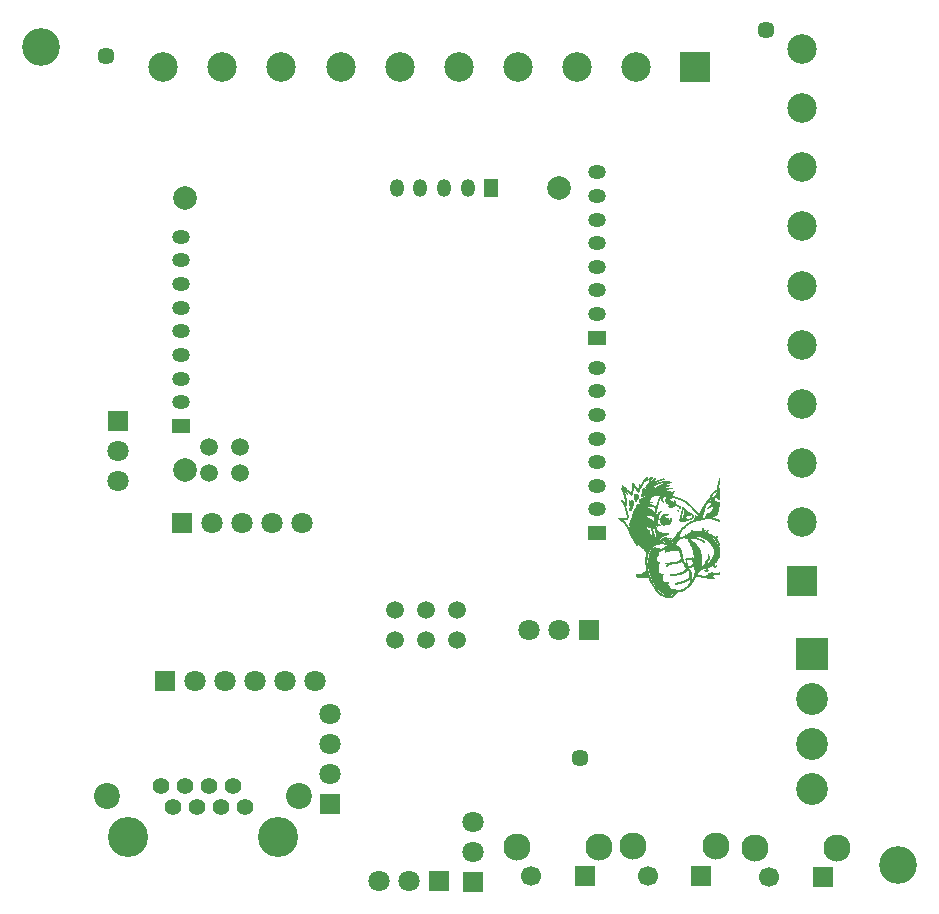
<source format=gbr>
G04 #@! TF.GenerationSoftware,KiCad,Pcbnew,5.1.9*
G04 #@! TF.CreationDate,2021-02-09T23:32:47+01:00*
G04 #@! TF.ProjectId,main_board,6d61696e-5f62-46f6-9172-642e6b696361,1*
G04 #@! TF.SameCoordinates,Original*
G04 #@! TF.FileFunction,Soldermask,Top*
G04 #@! TF.FilePolarity,Negative*
%FSLAX46Y46*%
G04 Gerber Fmt 4.6, Leading zero omitted, Abs format (unit mm)*
G04 Created by KiCad (PCBNEW 5.1.9) date 2021-02-09 23:32:47*
%MOMM*%
%LPD*%
G01*
G04 APERTURE LIST*
%ADD10C,0.010000*%
%ADD11C,2.500000*%
%ADD12R,2.500000X2.500000*%
%ADD13O,1.524000X1.200000*%
%ADD14R,1.524000X1.200000*%
%ADD15O,1.200000X1.524000*%
%ADD16R,1.200000X1.524000*%
%ADD17C,2.000000*%
%ADD18C,1.400000*%
%ADD19C,3.400000*%
%ADD20C,2.200000*%
%ADD21C,3.200000*%
%ADD22C,1.448000*%
%ADD23R,1.800000X1.800000*%
%ADD24C,1.800000*%
%ADD25R,2.700000X2.700000*%
%ADD26C,2.700000*%
%ADD27R,1.700000X1.700000*%
%ADD28C,1.700000*%
%ADD29C,2.300000*%
%ADD30C,1.500000*%
G04 APERTURE END LIST*
D10*
G36*
X273514776Y-31343481D02*
G01*
X273526965Y-31340091D01*
X273544467Y-31342446D01*
X273562566Y-31344165D01*
X273597825Y-31346155D01*
X273647414Y-31348309D01*
X273708506Y-31350516D01*
X273778270Y-31352669D01*
X273853879Y-31354657D01*
X273873388Y-31355116D01*
X274169821Y-31361929D01*
X274194349Y-31335463D01*
X274209645Y-31312604D01*
X274226423Y-31277817D01*
X274241118Y-31238519D01*
X274241460Y-31237440D01*
X274264044Y-31165882D01*
X274241664Y-31094932D01*
X274229424Y-31056303D01*
X274218502Y-31022136D01*
X274211186Y-30999586D01*
X274210989Y-30998992D01*
X274205187Y-30979068D01*
X274196079Y-30945029D01*
X274185066Y-30902191D01*
X274176782Y-30869043D01*
X274165081Y-30821759D01*
X274154218Y-30778060D01*
X274145665Y-30743858D01*
X274141934Y-30729098D01*
X274134187Y-30697548D01*
X274125158Y-30659128D01*
X274121740Y-30644131D01*
X274113041Y-30606577D01*
X274104342Y-30570633D01*
X274101442Y-30559165D01*
X274094820Y-30531780D01*
X274085992Y-30493004D01*
X274076820Y-30451020D01*
X274076434Y-30449208D01*
X274063171Y-30403499D01*
X274041068Y-30346099D01*
X274011849Y-30280162D01*
X273977236Y-30208843D01*
X273938955Y-30135297D01*
X273898730Y-30062678D01*
X273858285Y-29994142D01*
X273819344Y-29932843D01*
X273783631Y-29881935D01*
X273752870Y-29844574D01*
X273738413Y-29830715D01*
X273725281Y-29813832D01*
X273722559Y-29797790D01*
X273731150Y-29789592D01*
X273733096Y-29789468D01*
X273745436Y-29795266D01*
X273770725Y-29811302D01*
X273806127Y-29835542D01*
X273848811Y-29865950D01*
X273895943Y-29900490D01*
X273944690Y-29937127D01*
X273992219Y-29973826D01*
X274016781Y-29993273D01*
X274048840Y-30018174D01*
X274075364Y-30037394D01*
X274092309Y-30048063D01*
X274095726Y-30049310D01*
X274099018Y-30040123D01*
X274100137Y-30015333D01*
X274099337Y-29979185D01*
X274096870Y-29935921D01*
X274092990Y-29889782D01*
X274087951Y-29845013D01*
X274082005Y-29805855D01*
X274080806Y-29799464D01*
X274072253Y-29757406D01*
X274061541Y-29707425D01*
X274049720Y-29654113D01*
X274037837Y-29602062D01*
X274026941Y-29555866D01*
X274018081Y-29520117D01*
X274012361Y-29499582D01*
X274004476Y-29474286D01*
X273994674Y-29441036D01*
X273991416Y-29429610D01*
X273978297Y-29385522D01*
X273960766Y-29329993D01*
X273940472Y-29267913D01*
X273919061Y-29204172D01*
X273898183Y-29143662D01*
X273879485Y-29091274D01*
X273864616Y-29051897D01*
X273861732Y-29044761D01*
X273832743Y-28972673D01*
X273809049Y-28910035D01*
X273791240Y-28858647D01*
X273779904Y-28820309D01*
X273775631Y-28796820D01*
X273778223Y-28789861D01*
X273790991Y-28795791D01*
X273815935Y-28812037D01*
X273849736Y-28836286D01*
X273889073Y-28866223D01*
X273899190Y-28874171D01*
X273938687Y-28904615D01*
X273972784Y-28929421D01*
X273998394Y-28946453D01*
X274012434Y-28953577D01*
X274013852Y-28953518D01*
X274013308Y-28943307D01*
X274003183Y-28922551D01*
X273993096Y-28906693D01*
X273974640Y-28878688D01*
X273949046Y-28838318D01*
X273919309Y-28790453D01*
X273888420Y-28739961D01*
X273859374Y-28691714D01*
X273835163Y-28650582D01*
X273827893Y-28637900D01*
X273814239Y-28608297D01*
X273814399Y-28592708D01*
X273827831Y-28591234D01*
X273853991Y-28603978D01*
X273886832Y-28626825D01*
X273919004Y-28651613D01*
X273954894Y-28679878D01*
X273990363Y-28708288D01*
X274021275Y-28733507D01*
X274043493Y-28752203D01*
X274051767Y-28759736D01*
X274060802Y-28768008D01*
X274081707Y-28786736D01*
X274111371Y-28813142D01*
X274146681Y-28844448D01*
X274146730Y-28844491D01*
X274192044Y-28885246D01*
X274244355Y-28933302D01*
X274296406Y-28981948D01*
X274331657Y-29015503D01*
X274396561Y-29077799D01*
X274448635Y-29127354D01*
X274489302Y-29165450D01*
X274519982Y-29193366D01*
X274542097Y-29212385D01*
X274557068Y-29223786D01*
X274566317Y-29228850D01*
X274569064Y-29229405D01*
X274580711Y-29227851D01*
X274581559Y-29226843D01*
X274584604Y-29216692D01*
X274592534Y-29193100D01*
X274602096Y-29165566D01*
X274617663Y-29113355D01*
X274633798Y-29045203D01*
X274649892Y-28965126D01*
X274665331Y-28877140D01*
X274679505Y-28785260D01*
X274691803Y-28693503D01*
X274701612Y-28605885D01*
X274708322Y-28526421D01*
X274711320Y-28459129D01*
X274711421Y-28447496D01*
X274712580Y-28404773D01*
X274716173Y-28379818D01*
X274722542Y-28370518D01*
X274724003Y-28370343D01*
X274735069Y-28378282D01*
X274753347Y-28399082D01*
X274775378Y-28428694D01*
X274781480Y-28437614D01*
X274828952Y-28507100D01*
X274879698Y-28579305D01*
X274931893Y-28651809D01*
X274983714Y-28722191D01*
X275033338Y-28788029D01*
X275078941Y-28846905D01*
X275118700Y-28896397D01*
X275150791Y-28934084D01*
X275172610Y-28956835D01*
X275191916Y-28970003D01*
X275206381Y-28972231D01*
X275207092Y-28971830D01*
X275214652Y-28957178D01*
X275221811Y-28925512D01*
X275228274Y-28879809D01*
X275233747Y-28823045D01*
X275237935Y-28758197D01*
X275240544Y-28688242D01*
X275241299Y-28626293D01*
X275241610Y-28565423D01*
X275242693Y-28521973D01*
X275244777Y-28493375D01*
X275248087Y-28477065D01*
X275252853Y-28470476D01*
X275255142Y-28469987D01*
X275265937Y-28478958D01*
X275278191Y-28502664D01*
X275285254Y-28522467D01*
X275297073Y-28560686D01*
X275308556Y-28597962D01*
X275312995Y-28612431D01*
X275322785Y-28636183D01*
X275332953Y-28648912D01*
X275335362Y-28649607D01*
X275349988Y-28640481D01*
X275371575Y-28614909D01*
X275398906Y-28574688D01*
X275430764Y-28521615D01*
X275465932Y-28457487D01*
X275467245Y-28454993D01*
X275514616Y-28367761D01*
X275558711Y-28293401D01*
X275603343Y-28226093D01*
X275652324Y-28160015D01*
X275696374Y-28105131D01*
X275730605Y-28064970D01*
X275769031Y-28022122D01*
X275809280Y-27978979D01*
X275848977Y-27937932D01*
X275885749Y-27901373D01*
X275917222Y-27871692D01*
X275941022Y-27851281D01*
X275954777Y-27842531D01*
X275956838Y-27842722D01*
X275955410Y-27853608D01*
X275946905Y-27877844D01*
X275933009Y-27910809D01*
X275928083Y-27921617D01*
X275903846Y-27974478D01*
X275887403Y-28011929D01*
X275877758Y-28036519D01*
X275873916Y-28050795D01*
X275874883Y-28057306D01*
X275875037Y-28057471D01*
X275885230Y-28055061D01*
X275909909Y-28045171D01*
X275945681Y-28029269D01*
X275989153Y-28008822D01*
X276002861Y-28002181D01*
X276082489Y-27964290D01*
X276156964Y-27930651D01*
X276224405Y-27901978D01*
X276282928Y-27878982D01*
X276330652Y-27862375D01*
X276365695Y-27852872D01*
X276386174Y-27851183D01*
X276390846Y-27855325D01*
X276385648Y-27866024D01*
X276372005Y-27888375D01*
X276352844Y-27917586D01*
X276352393Y-27918253D01*
X276291038Y-28018693D01*
X276246807Y-28112775D01*
X276220001Y-28199737D01*
X276210918Y-28278816D01*
X276210917Y-28279326D01*
X276212311Y-28311175D01*
X276215938Y-28333159D01*
X276220232Y-28340039D01*
X276229522Y-28332388D01*
X276247436Y-28311683D01*
X276271195Y-28281291D01*
X276292326Y-28252573D01*
X276336755Y-28194799D01*
X276385572Y-28138311D01*
X276435553Y-28086317D01*
X276483480Y-28042023D01*
X276526129Y-28008634D01*
X276554091Y-27992020D01*
X276589778Y-27977280D01*
X276616126Y-27970424D01*
X276629674Y-27972217D01*
X276630752Y-27975080D01*
X276625713Y-27985143D01*
X276612263Y-28007797D01*
X276592903Y-28038885D01*
X276584191Y-28052549D01*
X276561925Y-28088990D01*
X276537367Y-28131976D01*
X276512535Y-28177613D01*
X276489451Y-28222003D01*
X276470135Y-28261253D01*
X276456607Y-28291464D01*
X276450888Y-28308743D01*
X276450823Y-28309723D01*
X276453115Y-28317232D01*
X276461844Y-28318518D01*
X276479785Y-28312692D01*
X276509713Y-28298861D01*
X276552682Y-28277027D01*
X276597217Y-28254969D01*
X276652402Y-28229107D01*
X276710336Y-28203084D01*
X276750705Y-28185709D01*
X276796660Y-28166393D01*
X276837337Y-28149279D01*
X276868386Y-28136201D01*
X276885455Y-28128988D01*
X276885651Y-28128904D01*
X276913968Y-28118126D01*
X276956702Y-28103403D01*
X277009040Y-28086259D01*
X277066171Y-28068220D01*
X277123280Y-28050808D01*
X277175555Y-28035547D01*
X277211942Y-28025577D01*
X277254932Y-28014254D01*
X277292514Y-28004220D01*
X277319156Y-27996957D01*
X277326849Y-27994769D01*
X277346634Y-27994826D01*
X277357867Y-28004678D01*
X277355322Y-28018994D01*
X277353101Y-28021530D01*
X277340129Y-28028474D01*
X277312465Y-28039818D01*
X277274455Y-28053864D01*
X277239517Y-28065906D01*
X277194685Y-28081092D01*
X277155002Y-28094892D01*
X277125497Y-28105539D01*
X277113062Y-28110394D01*
X277084623Y-28122368D01*
X277068080Y-28129102D01*
X276992522Y-28161327D01*
X276909299Y-28200273D01*
X276825730Y-28242306D01*
X276749133Y-28283790D01*
X276707660Y-28308064D01*
X276660403Y-28338477D01*
X276607577Y-28375155D01*
X276553468Y-28414853D01*
X276502361Y-28454326D01*
X276458542Y-28490330D01*
X276426296Y-28519620D01*
X276420834Y-28525207D01*
X276401193Y-28546567D01*
X276394589Y-28556450D01*
X276400075Y-28557666D01*
X276410838Y-28554792D01*
X276438291Y-28543234D01*
X276460819Y-28530116D01*
X276481999Y-28517500D01*
X276516746Y-28498893D01*
X276560429Y-28476584D01*
X276608419Y-28452863D01*
X276656084Y-28430021D01*
X276698796Y-28410348D01*
X276730712Y-28396620D01*
X276761990Y-28383774D01*
X276788308Y-28372587D01*
X276795687Y-28369303D01*
X276840527Y-28351436D01*
X276900698Y-28331390D01*
X276971827Y-28310369D01*
X277049542Y-28289578D01*
X277129469Y-28270223D01*
X277207235Y-28253510D01*
X277235514Y-28248065D01*
X277276371Y-28242658D01*
X277331960Y-28238312D01*
X277397353Y-28235116D01*
X277467623Y-28233159D01*
X277537844Y-28232530D01*
X277603088Y-28233319D01*
X277658427Y-28235614D01*
X277698936Y-28239504D01*
X277699962Y-28239661D01*
X277782424Y-28252444D01*
X277847256Y-28262602D01*
X277896574Y-28270623D01*
X277932495Y-28276993D01*
X277957138Y-28282202D01*
X277972619Y-28286736D01*
X277981056Y-28291084D01*
X277984566Y-28295732D01*
X277985267Y-28301170D01*
X277985219Y-28305368D01*
X277982935Y-28315576D01*
X277973420Y-28322370D01*
X277952677Y-28327131D01*
X277916709Y-28331241D01*
X277907986Y-28332048D01*
X277854226Y-28339438D01*
X277792941Y-28351750D01*
X277732292Y-28367059D01*
X277680443Y-28383439D01*
X277665345Y-28389293D01*
X277644021Y-28398189D01*
X277613898Y-28410771D01*
X277601357Y-28416012D01*
X277564826Y-28433128D01*
X277529023Y-28452972D01*
X277498400Y-28472698D01*
X277477406Y-28489460D01*
X277470421Y-28499755D01*
X277480113Y-28504309D01*
X277508016Y-28507761D01*
X277552372Y-28509961D01*
X277597871Y-28510713D01*
X277672067Y-28511773D01*
X277728425Y-28514202D01*
X277769073Y-28518330D01*
X277796138Y-28524490D01*
X277811748Y-28533014D01*
X277818030Y-28544235D01*
X277818170Y-28545096D01*
X277817150Y-28556671D01*
X277807349Y-28564821D01*
X277784688Y-28571739D01*
X277758605Y-28577095D01*
X277691467Y-28596330D01*
X277617086Y-28628880D01*
X277540481Y-28672274D01*
X277478375Y-28715080D01*
X277435351Y-28748234D01*
X277408486Y-28771563D01*
X277397402Y-28786484D01*
X277401725Y-28794413D01*
X277421079Y-28796765D01*
X277455089Y-28794956D01*
X277457234Y-28794776D01*
X277504375Y-28790316D01*
X277558416Y-28784529D01*
X277600370Y-28779563D01*
X277656756Y-28774075D01*
X277718923Y-28770720D01*
X277783637Y-28769377D01*
X277847670Y-28769923D01*
X277907788Y-28772235D01*
X277960762Y-28776191D01*
X278003360Y-28781668D01*
X278032352Y-28788544D01*
X278044402Y-28796397D01*
X278046338Y-28804097D01*
X278043427Y-28809865D01*
X278032826Y-28814371D01*
X278011690Y-28818288D01*
X277977175Y-28822287D01*
X277926437Y-28827040D01*
X277907501Y-28828724D01*
X277851907Y-28835010D01*
X277795090Y-28843723D01*
X277744873Y-28853555D01*
X277717576Y-28860480D01*
X277671076Y-28876330D01*
X277622032Y-28896614D01*
X277573459Y-28919625D01*
X277528374Y-28943656D01*
X277489793Y-28967000D01*
X277460733Y-28987952D01*
X277444209Y-29004804D01*
X277443150Y-29015761D01*
X277455816Y-29019666D01*
X277483841Y-29024009D01*
X277522617Y-29028166D01*
X277553106Y-29030593D01*
X277651856Y-29038796D01*
X277733143Y-29048517D01*
X277796543Y-29059640D01*
X277841633Y-29072051D01*
X277867990Y-29085636D01*
X277875190Y-29100280D01*
X277864250Y-29114805D01*
X277848662Y-29124269D01*
X277819062Y-29140297D01*
X277779490Y-29160862D01*
X277733985Y-29183936D01*
X277686588Y-29207493D01*
X277641338Y-29229505D01*
X277602275Y-29247944D01*
X277573439Y-29260785D01*
X277572881Y-29261018D01*
X277551291Y-29271935D01*
X277540633Y-29281093D01*
X277540394Y-29282109D01*
X277549184Y-29288051D01*
X277571951Y-29289221D01*
X277603285Y-29285738D01*
X277629199Y-29280134D01*
X277652822Y-29274033D01*
X277690690Y-29264395D01*
X277737649Y-29252528D01*
X277788547Y-29239737D01*
X277790295Y-29239298D01*
X277868383Y-29218167D01*
X277944870Y-29194589D01*
X278015755Y-29169994D01*
X278077036Y-29145812D01*
X278124712Y-29123475D01*
X278142075Y-29113523D01*
X278176990Y-29095050D01*
X278198522Y-29091121D01*
X278205772Y-29100750D01*
X278197837Y-29122948D01*
X278177435Y-29152274D01*
X278151350Y-29186274D01*
X278121710Y-29227152D01*
X278090488Y-29271904D01*
X278059658Y-29317530D01*
X278031195Y-29361029D01*
X278007072Y-29399398D01*
X277989263Y-29429636D01*
X277979742Y-29448742D01*
X277979077Y-29453893D01*
X277991640Y-29458091D01*
X278019848Y-29465747D01*
X278059853Y-29475868D01*
X278107809Y-29487459D01*
X278121570Y-29490700D01*
X278184038Y-29505402D01*
X278231886Y-29516881D01*
X278269984Y-29526366D01*
X278303202Y-29535084D01*
X278336411Y-29544262D01*
X278355073Y-29549562D01*
X278389779Y-29559379D01*
X278422546Y-29568511D01*
X278474565Y-29583491D01*
X278532109Y-29601099D01*
X278588945Y-29619334D01*
X278638840Y-29636198D01*
X278674947Y-29649449D01*
X278800911Y-29700269D01*
X278910282Y-29746881D01*
X279005628Y-29790790D01*
X279089515Y-29833501D01*
X279164510Y-29876516D01*
X279233180Y-29921341D01*
X279298092Y-29969479D01*
X279361812Y-30022435D01*
X279426908Y-30081712D01*
X279449642Y-30103412D01*
X279579134Y-30228826D01*
X279700159Y-30347203D01*
X279812054Y-30457858D01*
X279914154Y-30560109D01*
X280005795Y-30653271D01*
X280086314Y-30736661D01*
X280155047Y-30809594D01*
X280211328Y-30871387D01*
X280254496Y-30921356D01*
X280283885Y-30958816D01*
X280292495Y-30971503D01*
X280306999Y-30990478D01*
X280318590Y-30998961D01*
X280319051Y-30998992D01*
X280328467Y-30991009D01*
X280344139Y-30970103D01*
X280362241Y-30941514D01*
X280379388Y-30913263D01*
X280404707Y-30872598D01*
X280435465Y-30823861D01*
X280468928Y-30771394D01*
X280489315Y-30739698D01*
X280532231Y-30671192D01*
X280563145Y-30617113D01*
X280582647Y-30576359D01*
X280590945Y-30550082D01*
X280609949Y-30493199D01*
X280645677Y-30431816D01*
X280696280Y-30368829D01*
X280726428Y-30337788D01*
X280761888Y-30300853D01*
X280782288Y-30273127D01*
X280789104Y-30252588D01*
X280789115Y-30251839D01*
X280795043Y-30222992D01*
X280811404Y-30182634D01*
X280836068Y-30134802D01*
X280866900Y-30083532D01*
X280901768Y-30032862D01*
X280911858Y-30019469D01*
X280943199Y-29977588D01*
X280979791Y-29926929D01*
X281015938Y-29875441D01*
X281033704Y-29849444D01*
X281061158Y-29809314D01*
X281086249Y-29773639D01*
X281105904Y-29746731D01*
X281115879Y-29734153D01*
X281172405Y-29668318D01*
X281216396Y-29611409D01*
X281250680Y-29559559D01*
X281272791Y-29519574D01*
X281326349Y-29424673D01*
X281388429Y-29332766D01*
X281456174Y-29247234D01*
X281526724Y-29171462D01*
X281597222Y-29108832D01*
X281652829Y-29069751D01*
X281689004Y-29046858D01*
X281723743Y-29023452D01*
X281744434Y-29008432D01*
X281770001Y-28992219D01*
X281807284Y-28972773D01*
X281849218Y-28953713D01*
X281859403Y-28949513D01*
X281898430Y-28933204D01*
X281921904Y-28921326D01*
X281933080Y-28911537D01*
X281935213Y-28901495D01*
X281933976Y-28895878D01*
X281923848Y-28852275D01*
X281914569Y-28794378D01*
X281906945Y-28727887D01*
X281902739Y-28674907D01*
X281900991Y-28641161D01*
X281900923Y-28612020D01*
X281903158Y-28583311D01*
X281908317Y-28550858D01*
X281917022Y-28510489D01*
X281929895Y-28458030D01*
X281942202Y-28410011D01*
X281964006Y-28325896D01*
X281982195Y-28256471D01*
X281998022Y-28197037D01*
X282012743Y-28142892D01*
X282027609Y-28089338D01*
X282030188Y-28080141D01*
X282038520Y-28049629D01*
X282045242Y-28023643D01*
X282045482Y-28022664D01*
X282053324Y-28005146D01*
X282060518Y-28000172D01*
X282064120Y-28009794D01*
X282066292Y-28037256D01*
X282066953Y-28080450D01*
X282066025Y-28137269D01*
X282065872Y-28142616D01*
X282062963Y-28211435D01*
X282058411Y-28265606D01*
X282051565Y-28310450D01*
X282041773Y-28351285D01*
X282039227Y-28360031D01*
X282016119Y-28440190D01*
X281999464Y-28505867D01*
X281988569Y-28561253D01*
X281982740Y-28610536D01*
X281981284Y-28657907D01*
X281982974Y-28699897D01*
X281989389Y-28768294D01*
X281998760Y-28829019D01*
X282010358Y-28878739D01*
X282023452Y-28914127D01*
X282033099Y-28928566D01*
X282042055Y-28935596D01*
X282046704Y-28931347D01*
X282048422Y-28912522D01*
X282048619Y-28891374D01*
X282050288Y-28860300D01*
X282054948Y-28845324D01*
X282058615Y-28844840D01*
X282061127Y-28855990D01*
X282063291Y-28884501D01*
X282065110Y-28927947D01*
X282066587Y-28983902D01*
X282067724Y-29049939D01*
X282068524Y-29123634D01*
X282068991Y-29202558D01*
X282069126Y-29284288D01*
X282068933Y-29366395D01*
X282068414Y-29446455D01*
X282067572Y-29522041D01*
X282066410Y-29590726D01*
X282064931Y-29650086D01*
X282063137Y-29697693D01*
X282061031Y-29731122D01*
X282058617Y-29747946D01*
X282057578Y-29749484D01*
X282040687Y-29744416D01*
X282011691Y-29730917D01*
X281975183Y-29711543D01*
X281935762Y-29688852D01*
X281898021Y-29665398D01*
X281866556Y-29643740D01*
X281863869Y-29641724D01*
X281811902Y-29589980D01*
X281784984Y-29547105D01*
X281755903Y-29490240D01*
X281727956Y-29510140D01*
X281701441Y-29532169D01*
X281671570Y-29561790D01*
X281641859Y-29594849D01*
X281615829Y-29627190D01*
X281596999Y-29654662D01*
X281588887Y-29673108D01*
X281588800Y-29674402D01*
X281596438Y-29723886D01*
X281617244Y-29777580D01*
X281648056Y-29828164D01*
X281663244Y-29846747D01*
X281716068Y-29894477D01*
X281782439Y-29934356D01*
X281864611Y-29967582D01*
X281923237Y-29985036D01*
X281967974Y-29996606D01*
X281997667Y-30003002D01*
X282016481Y-30004593D01*
X282028581Y-30001747D01*
X282037788Y-29995143D01*
X282053966Y-29982809D01*
X282061901Y-29979393D01*
X282066155Y-29988542D01*
X282068560Y-30012802D01*
X282069268Y-30047394D01*
X282068437Y-30087536D01*
X282066221Y-30128450D01*
X282062774Y-30165355D01*
X282058252Y-30193470D01*
X282054576Y-30205268D01*
X282013563Y-30294311D01*
X281982949Y-30371678D01*
X281961506Y-30441957D01*
X281948006Y-30509736D01*
X281941223Y-30579604D01*
X281939807Y-30634331D01*
X281938751Y-30690920D01*
X281935229Y-30734580D01*
X281928294Y-30772318D01*
X281917001Y-30811140D01*
X281915179Y-30816586D01*
X281887853Y-30887126D01*
X281855901Y-30947561D01*
X281843699Y-30964081D01*
X281843699Y-30759086D01*
X281852110Y-30754748D01*
X281856784Y-30739249D01*
X281858584Y-30708858D01*
X281858694Y-30694112D01*
X281857693Y-30657667D01*
X281854116Y-30637410D01*
X281847102Y-30629613D01*
X281845259Y-30629356D01*
X281845259Y-30419543D01*
X281858057Y-30411499D01*
X281866852Y-30391533D01*
X281867900Y-30383734D01*
X281862261Y-30368153D01*
X281856694Y-30361243D01*
X281841172Y-30354180D01*
X281816512Y-30350262D01*
X281789821Y-30349633D01*
X281768201Y-30352438D01*
X281758758Y-30358822D01*
X281758733Y-30359244D01*
X281767520Y-30365851D01*
X281789128Y-30369153D01*
X281793719Y-30369240D01*
X281817379Y-30371107D01*
X281827065Y-30379509D01*
X281828705Y-30394230D01*
X281833721Y-30414256D01*
X281845259Y-30419543D01*
X281845259Y-30629356D01*
X281843699Y-30629137D01*
X281835289Y-30633475D01*
X281830615Y-30648975D01*
X281828815Y-30679366D01*
X281828705Y-30694112D01*
X281829706Y-30730557D01*
X281833283Y-30750813D01*
X281840297Y-30758610D01*
X281843699Y-30759086D01*
X281843699Y-30964081D01*
X281816711Y-31000621D01*
X281767671Y-31049040D01*
X281706168Y-31095548D01*
X281629591Y-31142878D01*
X281573806Y-31173615D01*
X281509000Y-31209051D01*
X281461210Y-31237395D01*
X281429148Y-31259597D01*
X281426906Y-31261761D01*
X281426906Y-31127851D01*
X281440168Y-31120761D01*
X281449500Y-31110606D01*
X281467472Y-31094463D01*
X281489030Y-31092203D01*
X281499804Y-31094167D01*
X281521260Y-31097059D01*
X281527594Y-31091890D01*
X281526732Y-31087512D01*
X281514591Y-31078021D01*
X281496120Y-31073353D01*
X281496120Y-31029930D01*
X281521721Y-31027027D01*
X281547505Y-31017403D01*
X281575562Y-31006345D01*
X281591533Y-31003749D01*
X281601214Y-31009146D01*
X281604176Y-31012818D01*
X281612877Y-31020315D01*
X281625707Y-31019243D01*
X281647813Y-31008525D01*
X281661061Y-31000912D01*
X281722566Y-30957607D01*
X281782981Y-30901841D01*
X281811626Y-30869909D01*
X281831398Y-30841108D01*
X281834217Y-30821838D01*
X281821777Y-30811755D01*
X281811554Y-30817221D01*
X281805329Y-30831122D01*
X281794762Y-30851235D01*
X281773218Y-30878881D01*
X281764984Y-30887903D01*
X281764984Y-30747490D01*
X281774967Y-30744999D01*
X281786032Y-30736791D01*
X281780397Y-30726771D01*
X281766750Y-30720361D01*
X281756900Y-30726932D01*
X281749872Y-30740249D01*
X281751471Y-30745160D01*
X281764984Y-30747490D01*
X281764984Y-30887903D01*
X281744538Y-30910308D01*
X281712561Y-30941767D01*
X281681128Y-30969507D01*
X281677825Y-30971982D01*
X281677825Y-30873052D01*
X281710679Y-30868403D01*
X281717008Y-30865121D01*
X281726614Y-30857970D01*
X281725762Y-30849892D01*
X281713216Y-30834207D01*
X281710777Y-30831393D01*
X281685594Y-30814984D01*
X281658298Y-30812370D01*
X281634262Y-30811343D01*
X281623464Y-30802651D01*
X281620510Y-30790950D01*
X281615747Y-30775513D01*
X281603413Y-30771724D01*
X281585524Y-30774632D01*
X281572736Y-30777794D01*
X281572736Y-30739094D01*
X281585865Y-30730589D01*
X281588800Y-30714104D01*
X281585378Y-30695318D01*
X281578804Y-30689114D01*
X281569092Y-30696121D01*
X281568808Y-30698292D01*
X281565510Y-30715044D01*
X281562740Y-30723282D01*
X281563668Y-30736647D01*
X281572736Y-30739094D01*
X281572736Y-30777794D01*
X281561273Y-30780630D01*
X281546528Y-30785722D01*
X281546317Y-30785842D01*
X281538916Y-30797686D01*
X281545641Y-30807898D01*
X281551536Y-30809067D01*
X281566181Y-30815032D01*
X281589179Y-30830211D01*
X281602655Y-30840721D01*
X281639886Y-30863412D01*
X281677825Y-30873052D01*
X281677825Y-30971982D01*
X281654078Y-30989779D01*
X281635252Y-30998833D01*
X281633444Y-30998992D01*
X281620106Y-30993712D01*
X281623376Y-30979782D01*
X281630855Y-30970931D01*
X281636988Y-30955551D01*
X281627628Y-30942312D01*
X281607243Y-30934456D01*
X281581351Y-30935007D01*
X281557754Y-30943799D01*
X281547922Y-30960982D01*
X281546871Y-30967558D01*
X281539410Y-30987661D01*
X281526666Y-30997598D01*
X281518529Y-30996261D01*
X281518529Y-30661688D01*
X281537664Y-30659456D01*
X281556901Y-30652464D01*
X281579940Y-30639107D01*
X281585557Y-30624505D01*
X281584865Y-30621372D01*
X281578663Y-30598568D01*
X281573197Y-30576658D01*
X281564447Y-30554284D01*
X281555586Y-30551097D01*
X281549690Y-30566547D01*
X281548816Y-30581012D01*
X281541409Y-30613873D01*
X281528072Y-30634936D01*
X281514985Y-30653304D01*
X281518529Y-30661688D01*
X281518529Y-30996261D01*
X281514516Y-30995601D01*
X281508841Y-30979900D01*
X281508831Y-30979000D01*
X281503892Y-30962696D01*
X281491338Y-30961165D01*
X281478203Y-30971153D01*
X281475956Y-30993555D01*
X281481763Y-31019072D01*
X281496120Y-31029930D01*
X281496120Y-31073353D01*
X281489701Y-31071730D01*
X281482391Y-31070978D01*
X281455404Y-31070825D01*
X281440402Y-31078008D01*
X281430314Y-31094761D01*
X281422886Y-31118577D01*
X281426906Y-31127851D01*
X281426906Y-31261761D01*
X281411528Y-31276606D01*
X281407062Y-31289370D01*
X281409569Y-31294717D01*
X281428496Y-31307027D01*
X281438455Y-31308870D01*
X281466083Y-31312071D01*
X281509119Y-31320993D01*
X281564151Y-31334615D01*
X281627768Y-31351916D01*
X281696556Y-31371874D01*
X281767104Y-31393469D01*
X281835998Y-31415680D01*
X281899828Y-31437484D01*
X281955181Y-31457862D01*
X281998643Y-31475791D01*
X282003237Y-31477887D01*
X282068611Y-31508145D01*
X282068611Y-31561781D01*
X282067696Y-31592675D01*
X282065348Y-31614490D01*
X282063293Y-31620733D01*
X282052517Y-31619113D01*
X282028333Y-31610215D01*
X281995189Y-31595752D01*
X281980826Y-31588988D01*
X281935101Y-31567902D01*
X281880273Y-31543908D01*
X281825938Y-31521173D01*
X281808713Y-31514245D01*
X281766462Y-31497458D01*
X281729501Y-31482735D01*
X281702893Y-31472094D01*
X281693759Y-31468408D01*
X281652553Y-31453492D01*
X281596966Y-31436066D01*
X281532207Y-31417608D01*
X281463483Y-31399594D01*
X281396004Y-31383504D01*
X281388879Y-31381914D01*
X281339135Y-31374144D01*
X281298324Y-31370790D01*
X281298324Y-31198913D01*
X281319633Y-31196069D01*
X281328890Y-31189198D01*
X281328902Y-31188917D01*
X281337043Y-31180155D01*
X281344553Y-31178921D01*
X281364938Y-31174696D01*
X281385510Y-31164940D01*
X281397774Y-31154033D01*
X281398560Y-31151080D01*
X281391079Y-31140706D01*
X281374124Y-31126393D01*
X281359162Y-31116898D01*
X281344822Y-31113853D01*
X281324398Y-31117221D01*
X281294470Y-31125951D01*
X281264658Y-31136380D01*
X281244501Y-31145823D01*
X281238938Y-31150990D01*
X281246133Y-31158470D01*
X281264547Y-31154377D01*
X281277733Y-31147355D01*
X281300524Y-31140661D01*
X281320027Y-31146466D01*
X281328871Y-31162426D01*
X281328902Y-31163613D01*
X281320274Y-31176019D01*
X281304502Y-31178921D01*
X281283336Y-31182607D01*
X281273924Y-31188917D01*
X281277830Y-31195996D01*
X281297278Y-31198908D01*
X281298324Y-31198913D01*
X281298324Y-31370790D01*
X281274128Y-31368800D01*
X281209420Y-31366297D01*
X281209420Y-31238897D01*
X281225406Y-31234621D01*
X281228942Y-31228901D01*
X281220405Y-31221322D01*
X281204541Y-31218905D01*
X281183376Y-31215219D01*
X281173963Y-31208909D01*
X281161681Y-31200532D01*
X281146577Y-31199754D01*
X281138981Y-31207048D01*
X281138977Y-31207305D01*
X281147494Y-31217632D01*
X281167957Y-31228573D01*
X281192729Y-31236703D01*
X281209420Y-31238897D01*
X281209420Y-31366297D01*
X281198440Y-31365872D01*
X281116650Y-31365352D01*
X281033340Y-31367232D01*
X280953090Y-31371503D01*
X280932188Y-31373418D01*
X280932188Y-31271234D01*
X280956202Y-31270233D01*
X280966840Y-31268005D01*
X280999039Y-31262926D01*
X281039227Y-31259698D01*
X281059841Y-31259128D01*
X281098708Y-31257945D01*
X281118955Y-31255228D01*
X281121838Y-31251604D01*
X281108614Y-31247698D01*
X281080536Y-31244137D01*
X281038862Y-31241547D01*
X281027865Y-31241186D01*
X281027865Y-31217364D01*
X281039252Y-31212934D01*
X281046985Y-31199128D01*
X281048687Y-31194770D01*
X281063367Y-31173686D01*
X281078428Y-31164109D01*
X281096943Y-31155364D01*
X281097017Y-31147680D01*
X281080200Y-31141985D01*
X281048042Y-31139204D01*
X281036517Y-31139073D01*
X280983383Y-31141457D01*
X280947700Y-31147996D01*
X280929996Y-31158174D01*
X280930797Y-31171477D01*
X280950633Y-31187389D01*
X280974871Y-31199268D01*
X281008009Y-31212711D01*
X281027865Y-31217364D01*
X281027865Y-31241186D01*
X281023576Y-31241045D01*
X280979357Y-31240329D01*
X280943010Y-31240607D01*
X280918880Y-31241793D01*
X280911327Y-31243302D01*
X280912396Y-31254036D01*
X280917934Y-31262527D01*
X280932188Y-31271234D01*
X280932188Y-31373418D01*
X280880480Y-31378156D01*
X280844734Y-31382939D01*
X280676713Y-31411293D01*
X280615339Y-31423674D01*
X280615339Y-31333912D01*
X280651669Y-31331561D01*
X280728140Y-31321913D01*
X280790312Y-31304331D01*
X280836972Y-31279490D01*
X280866906Y-31248063D01*
X280878901Y-31210724D01*
X280879079Y-31205219D01*
X280887038Y-31179782D01*
X280899071Y-31168925D01*
X280915094Y-31152261D01*
X280919064Y-31138187D01*
X280924457Y-31114349D01*
X280938651Y-31080547D01*
X280958661Y-31042969D01*
X280981505Y-31007802D01*
X280982681Y-31006201D01*
X281025597Y-30963871D01*
X281083219Y-30931000D01*
X281151643Y-30909747D01*
X281160171Y-30908119D01*
X281189289Y-30902565D01*
X281211709Y-30896281D01*
X281231476Y-30886706D01*
X281252634Y-30871280D01*
X281279226Y-30847440D01*
X281315299Y-30812628D01*
X281323277Y-30804836D01*
X281383223Y-30741310D01*
X281440054Y-30671868D01*
X281489718Y-30601908D01*
X281528164Y-30536828D01*
X281535472Y-30522113D01*
X281551168Y-30497802D01*
X281567845Y-30490971D01*
X281586699Y-30502118D01*
X281608930Y-30531738D01*
X281624699Y-30559165D01*
X281647812Y-30597870D01*
X281667304Y-30620201D01*
X281685671Y-30628815D01*
X281690310Y-30629137D01*
X281705702Y-30632968D01*
X281708753Y-30637634D01*
X281703180Y-30650168D01*
X281689245Y-30672370D01*
X281671124Y-30698338D01*
X281652993Y-30722166D01*
X281639025Y-30737952D01*
X281636112Y-30740344D01*
X281633832Y-30749752D01*
X281638525Y-30753931D01*
X281653335Y-30752384D01*
X281674545Y-30737599D01*
X281698142Y-30713405D01*
X281720113Y-30683629D01*
X281729660Y-30667021D01*
X281744234Y-30635371D01*
X281747561Y-30617254D01*
X281739811Y-30609794D01*
X281733079Y-30609145D01*
X281721663Y-30602517D01*
X281720584Y-30582427D01*
X281727457Y-30559811D01*
X281738248Y-30552281D01*
X281748734Y-30561458D01*
X281751956Y-30570396D01*
X281758422Y-30585403D01*
X281768841Y-30583001D01*
X281773221Y-30579577D01*
X281786866Y-30561419D01*
X281785734Y-30546024D01*
X281773727Y-30540679D01*
X281773727Y-30479196D01*
X281778725Y-30474198D01*
X281773727Y-30469200D01*
X281768729Y-30474198D01*
X281773727Y-30479196D01*
X281773727Y-30540679D01*
X281770374Y-30539186D01*
X281769393Y-30539173D01*
X281753363Y-30532070D01*
X281746902Y-30511684D01*
X281744537Y-30496717D01*
X281740154Y-30493781D01*
X281730761Y-30504473D01*
X281722457Y-30516834D01*
X281722457Y-30466323D01*
X281727898Y-30463702D01*
X281737599Y-30443766D01*
X281744777Y-30409524D01*
X281747314Y-30384234D01*
X281746295Y-30374376D01*
X281739904Y-30381550D01*
X281733681Y-30392873D01*
X281724898Y-30415269D01*
X281719801Y-30438627D01*
X281718839Y-30457470D01*
X281722457Y-30466323D01*
X281722457Y-30516834D01*
X281714166Y-30529177D01*
X281697331Y-30554806D01*
X281685647Y-30572632D01*
X281682433Y-30577571D01*
X281672558Y-30577689D01*
X281659526Y-30574398D01*
X281644040Y-30559351D01*
X281638611Y-30527657D01*
X281643265Y-30479963D01*
X281653685Y-30432946D01*
X281660975Y-30401763D01*
X281664671Y-30379292D01*
X281664337Y-30371473D01*
X281654629Y-30374308D01*
X281635219Y-30386458D01*
X281625998Y-30393220D01*
X281594717Y-30414175D01*
X281576124Y-30419685D01*
X281570255Y-30409787D01*
X281577148Y-30384518D01*
X281589695Y-30357489D01*
X281601357Y-30330842D01*
X281601465Y-30313867D01*
X281587535Y-30303322D01*
X281557085Y-30295963D01*
X281540567Y-30293313D01*
X281506670Y-30291404D01*
X281486790Y-30297372D01*
X281486088Y-30298020D01*
X281468298Y-30308215D01*
X281461741Y-30309263D01*
X281449403Y-30311703D01*
X281427637Y-30319581D01*
X281394511Y-30333736D01*
X281348093Y-30355008D01*
X281286452Y-30384235D01*
X281261705Y-30396122D01*
X281203215Y-30427042D01*
X281160041Y-30456643D01*
X281130496Y-30484846D01*
X281100752Y-30514531D01*
X281079419Y-30527100D01*
X281067231Y-30522698D01*
X281064920Y-30501469D01*
X281070525Y-30473026D01*
X281088966Y-30437635D01*
X281125302Y-30399036D01*
X281177926Y-30358420D01*
X281245233Y-30316980D01*
X281325616Y-30275906D01*
X281353231Y-30263305D01*
X281397017Y-30242521D01*
X281423543Y-30225345D01*
X281434473Y-30208932D01*
X281431470Y-30190438D01*
X281416196Y-30167018D01*
X281412353Y-30162160D01*
X281388354Y-30128903D01*
X281366203Y-30092403D01*
X281348963Y-30058335D01*
X281339694Y-30032376D01*
X281338898Y-30025998D01*
X281334973Y-30008055D01*
X281321475Y-29996932D01*
X281295822Y-29992061D01*
X281255434Y-29992872D01*
X281209258Y-29997407D01*
X281124576Y-30011039D01*
X281080737Y-30023619D01*
X281080737Y-29965604D01*
X281101492Y-29963166D01*
X281142843Y-29953118D01*
X281192208Y-29937118D01*
X281242356Y-29917896D01*
X281286056Y-29898183D01*
X281311612Y-29883829D01*
X281339796Y-29859160D01*
X281362571Y-29829138D01*
X281366502Y-29821592D01*
X281384346Y-29788505D01*
X281405178Y-29757525D01*
X281407123Y-29755058D01*
X281421860Y-29735302D01*
X281424443Y-29724056D01*
X281415780Y-29714693D01*
X281412930Y-29712575D01*
X281391790Y-29704246D01*
X281361413Y-29699756D01*
X281354963Y-29699567D01*
X281354963Y-29634565D01*
X281378400Y-29633991D01*
X281410370Y-29625935D01*
X281471986Y-29601913D01*
X281532249Y-29565473D01*
X281593086Y-29515008D01*
X281656421Y-29448911D01*
X281724179Y-29365573D01*
X281727659Y-29361002D01*
X281755488Y-29323783D01*
X281778205Y-29292332D01*
X281793411Y-29270043D01*
X281798717Y-29260408D01*
X281805340Y-29250780D01*
X281823163Y-29230539D01*
X281849119Y-29203073D01*
X281867877Y-29183978D01*
X281902454Y-29147777D01*
X281924350Y-29120569D01*
X281936228Y-29098532D01*
X281940588Y-29079652D01*
X281942267Y-29049947D01*
X281937956Y-29035029D01*
X281925458Y-29030056D01*
X281917944Y-29029767D01*
X281891989Y-29034587D01*
X281881049Y-29039161D01*
X281863627Y-29048111D01*
X281834434Y-29062656D01*
X281799698Y-29079691D01*
X281798717Y-29080168D01*
X281718596Y-29126177D01*
X281639260Y-29184685D01*
X281563669Y-29252494D01*
X281494788Y-29326404D01*
X281435578Y-29403218D01*
X281389002Y-29479738D01*
X281358024Y-29552765D01*
X281356560Y-29557515D01*
X281345815Y-29598580D01*
X281344692Y-29623513D01*
X281354963Y-29634565D01*
X281354963Y-29699567D01*
X281352811Y-29699503D01*
X281295365Y-29708620D01*
X281236137Y-29734573D01*
X281179773Y-29775270D01*
X281174817Y-29779752D01*
X281138243Y-29817865D01*
X281106622Y-29858974D01*
X281082973Y-29898431D01*
X281070316Y-29931594D01*
X281069004Y-29942533D01*
X281070932Y-29960179D01*
X281080737Y-29965604D01*
X281080737Y-30023619D01*
X281055738Y-30030794D01*
X280999185Y-30057973D01*
X280955628Y-30090049D01*
X280919363Y-30126334D01*
X280894715Y-30163532D01*
X280878007Y-30208499D01*
X280868176Y-30253066D01*
X280861212Y-30285649D01*
X280850002Y-30331776D01*
X280835974Y-30385818D01*
X280820554Y-30442150D01*
X280817141Y-30454206D01*
X280802030Y-30507317D01*
X280788107Y-30556400D01*
X280776672Y-30596863D01*
X280769024Y-30624111D01*
X280767631Y-30629137D01*
X280762175Y-30648824D01*
X280756512Y-30668855D01*
X280749491Y-30693204D01*
X280739958Y-30725847D01*
X280726762Y-30770756D01*
X280714007Y-30814065D01*
X280701259Y-30857507D01*
X280689768Y-30896982D01*
X280681354Y-30926221D01*
X280679155Y-30934017D01*
X280671964Y-30958786D01*
X280661158Y-30994806D01*
X280649170Y-31033978D01*
X280637101Y-31073424D01*
X280626319Y-31109392D01*
X280619203Y-31133939D01*
X280612269Y-31158548D01*
X280601967Y-31194705D01*
X280590477Y-31234749D01*
X280590039Y-31236272D01*
X280577096Y-31281553D01*
X280571041Y-31310688D01*
X280573987Y-31326947D01*
X280588048Y-31333599D01*
X280615339Y-31333912D01*
X280615339Y-31423674D01*
X280512742Y-31444372D01*
X280346048Y-31483682D01*
X280169854Y-31530727D01*
X280134372Y-31540771D01*
X280081823Y-31555732D01*
X280033838Y-31569325D01*
X279994822Y-31580307D01*
X279969181Y-31587434D01*
X279964439Y-31588720D01*
X279943731Y-31594817D01*
X279908720Y-31605719D01*
X279864082Y-31619946D01*
X279814494Y-31636022D01*
X279808218Y-31638076D01*
X279755074Y-31656187D01*
X279711650Y-31673178D01*
X279672253Y-31691901D01*
X279631191Y-31715206D01*
X279582768Y-31745947D01*
X279551626Y-31766595D01*
X279410921Y-31864246D01*
X279285376Y-31959253D01*
X279171029Y-32054804D01*
X279063918Y-32154093D01*
X279034641Y-32183041D01*
X278934020Y-32290334D01*
X278851606Y-32392614D01*
X278786637Y-32491178D01*
X278738350Y-32587321D01*
X278705980Y-32682338D01*
X278689787Y-32768295D01*
X278683247Y-32809973D01*
X278674311Y-32850205D01*
X278667334Y-32873254D01*
X278655569Y-32911276D01*
X278648281Y-32947347D01*
X278645970Y-32976756D01*
X278649139Y-32994796D01*
X278654029Y-32998205D01*
X278670040Y-32994118D01*
X278695586Y-32983874D01*
X278705557Y-32979251D01*
X278744555Y-32964096D01*
X278800488Y-32947625D01*
X278870413Y-32930638D01*
X278929847Y-32918126D01*
X279003317Y-32903796D01*
X279058240Y-32893656D01*
X279095579Y-32887532D01*
X279109270Y-32885781D01*
X279134209Y-32873835D01*
X279152215Y-32851547D01*
X279163514Y-32829084D01*
X279164922Y-32811028D01*
X279156896Y-32786895D01*
X279155220Y-32782853D01*
X279143418Y-32747818D01*
X279140306Y-32722018D01*
X279146152Y-32709122D01*
X279149755Y-32708319D01*
X279163485Y-32712879D01*
X279188111Y-32724603D01*
X279207672Y-32735077D01*
X279255599Y-32761836D01*
X279387388Y-32675206D01*
X279467180Y-32624273D01*
X279538809Y-32581598D01*
X279600333Y-32548239D01*
X279649813Y-32525255D01*
X279682051Y-32514405D01*
X279698885Y-32508336D01*
X279707176Y-32497371D01*
X279707428Y-32477538D01*
X279700146Y-32444869D01*
X279693779Y-32422272D01*
X279685725Y-32390531D01*
X279681617Y-32365991D01*
X279681786Y-32356752D01*
X279689460Y-32358423D01*
X279706620Y-32372720D01*
X279730053Y-32396825D01*
X279738960Y-32406850D01*
X279792366Y-32468252D01*
X279848415Y-32462512D01*
X279884648Y-32458186D01*
X279932076Y-32451690D01*
X279982183Y-32444209D01*
X279997705Y-32441750D01*
X280041555Y-32435544D01*
X280081743Y-32432230D01*
X280124311Y-32431713D01*
X280175298Y-32433898D01*
X280232613Y-32438033D01*
X280331435Y-32445598D01*
X280421009Y-32451815D01*
X280499629Y-32456604D01*
X280565593Y-32459883D01*
X280617194Y-32461569D01*
X280652731Y-32461582D01*
X280670497Y-32459839D01*
X280671973Y-32459109D01*
X280673694Y-32446320D01*
X280670303Y-32420439D01*
X280663939Y-32392631D01*
X280654278Y-32352897D01*
X280644879Y-32307987D01*
X280636512Y-32262507D01*
X280629948Y-32221068D01*
X280625958Y-32188278D01*
X280625311Y-32168746D01*
X280626033Y-32165869D01*
X280636936Y-32162605D01*
X280639832Y-32163940D01*
X280648900Y-32176069D01*
X280663245Y-32202498D01*
X280680796Y-32238935D01*
X280699482Y-32281086D01*
X280716771Y-32323470D01*
X280731418Y-32358418D01*
X280743282Y-32376100D01*
X280755716Y-32378279D01*
X280772076Y-32366717D01*
X280781592Y-32357521D01*
X280801812Y-32339167D01*
X280814652Y-32334191D01*
X280825511Y-32340593D01*
X280825998Y-32341075D01*
X280832822Y-32351708D01*
X280831820Y-32366361D01*
X280822035Y-32390424D01*
X280814546Y-32405689D01*
X280795775Y-32450715D01*
X280789774Y-32484718D01*
X280796663Y-32506108D01*
X280806608Y-32512108D01*
X280824709Y-32514823D01*
X280855495Y-32517328D01*
X280891663Y-32519257D01*
X280925906Y-32520239D01*
X280950919Y-32519907D01*
X280954767Y-32519587D01*
X280964506Y-32510513D01*
X280978179Y-32488434D01*
X280988007Y-32468548D01*
X281002792Y-32441228D01*
X281022633Y-32411530D01*
X281044687Y-32382771D01*
X281066113Y-32358267D01*
X281084070Y-32341335D01*
X281095716Y-32335292D01*
X281098596Y-32339475D01*
X281094409Y-32357362D01*
X281083331Y-32384620D01*
X281076049Y-32399451D01*
X281057322Y-32440137D01*
X281041721Y-32482867D01*
X281030595Y-32522740D01*
X281025288Y-32554855D01*
X281027147Y-32574309D01*
X281027746Y-32575322D01*
X281039777Y-32583032D01*
X281065306Y-32594457D01*
X281098819Y-32607131D01*
X281098993Y-32607192D01*
X281240256Y-32664949D01*
X281376684Y-32738215D01*
X281511014Y-32828589D01*
X281605256Y-32902881D01*
X281638865Y-32930248D01*
X281667120Y-32951979D01*
X281686357Y-32965328D01*
X281692430Y-32968216D01*
X281704336Y-32962005D01*
X281725179Y-32946090D01*
X281740354Y-32932962D01*
X281773405Y-32906750D01*
X281809847Y-32883548D01*
X281845302Y-32865478D01*
X281875393Y-32854665D01*
X281895740Y-32853233D01*
X281899960Y-32855543D01*
X281902163Y-32870956D01*
X281892655Y-32897396D01*
X281873416Y-32931324D01*
X281846428Y-32969199D01*
X281816781Y-33004137D01*
X281777901Y-33046317D01*
X281849735Y-33148934D01*
X281885403Y-33200561D01*
X281926274Y-33260772D01*
X281966774Y-33321307D01*
X281995090Y-33364310D01*
X282068611Y-33477069D01*
X282068611Y-33567507D01*
X282067568Y-33610776D01*
X282064678Y-33641661D01*
X282060302Y-33656904D01*
X282058615Y-33657945D01*
X282049010Y-33650255D01*
X282048619Y-33647315D01*
X282042677Y-33631169D01*
X282025882Y-33601444D01*
X281999780Y-33560244D01*
X281965917Y-33509672D01*
X281925841Y-33451833D01*
X281881096Y-33388828D01*
X281833230Y-33322763D01*
X281783789Y-33255740D01*
X281734318Y-33189863D01*
X281686365Y-33127236D01*
X281641476Y-33069963D01*
X281601197Y-33020146D01*
X281567074Y-32979890D01*
X281540654Y-32951297D01*
X281529114Y-32940592D01*
X281498301Y-32917521D01*
X281454744Y-32888049D01*
X281403315Y-32855227D01*
X281348887Y-32822103D01*
X281296332Y-32791727D01*
X281258586Y-32771284D01*
X281146524Y-32716295D01*
X281036711Y-32669459D01*
X280925072Y-32629516D01*
X280807533Y-32595205D01*
X280680020Y-32565267D01*
X280538460Y-32538441D01*
X280469241Y-32527073D01*
X280427759Y-32522323D01*
X280373072Y-32518664D01*
X280309073Y-32516101D01*
X280239653Y-32514636D01*
X280168705Y-32514275D01*
X280100121Y-32515021D01*
X280037792Y-32516879D01*
X279985611Y-32519852D01*
X279947469Y-32523944D01*
X279934451Y-32526522D01*
X279897088Y-32536341D01*
X279861257Y-32545769D01*
X279849485Y-32548870D01*
X279768550Y-32572533D01*
X279681430Y-32601891D01*
X279599215Y-32633130D01*
X279574593Y-32643398D01*
X279547957Y-32654777D01*
X279512855Y-32669718D01*
X279492125Y-32678521D01*
X279463579Y-32692847D01*
X279444519Y-32706656D01*
X279439646Y-32714462D01*
X279444293Y-32720100D01*
X279460135Y-32718403D01*
X279490022Y-32708869D01*
X279507119Y-32702531D01*
X279646216Y-32653568D01*
X279775258Y-32616696D01*
X279899309Y-32590923D01*
X280023431Y-32575258D01*
X280152688Y-32568710D01*
X280191982Y-32568374D01*
X280388502Y-32577407D01*
X280577570Y-32604645D01*
X280760445Y-32650302D01*
X280844093Y-32677997D01*
X280985383Y-32737391D01*
X281127557Y-32814098D01*
X281267429Y-32905856D01*
X281401809Y-33010404D01*
X281527512Y-33125482D01*
X281629650Y-33235095D01*
X281668619Y-33282009D01*
X281712064Y-33337003D01*
X281757298Y-33396406D01*
X281801631Y-33456546D01*
X281842375Y-33513753D01*
X281876843Y-33564355D01*
X281902344Y-33604682D01*
X281909434Y-33617118D01*
X281925849Y-33645916D01*
X281940332Y-33669541D01*
X281950938Y-33687464D01*
X281968371Y-33718583D01*
X281990146Y-33758401D01*
X282012044Y-33799171D01*
X282068611Y-33905412D01*
X282068611Y-34417455D01*
X281994170Y-34530006D01*
X281958541Y-34583242D01*
X281918996Y-34641320D01*
X281880737Y-34696647D01*
X281853224Y-34735686D01*
X281827445Y-34772963D01*
X281807404Y-34804227D01*
X281795202Y-34826038D01*
X281792718Y-34834814D01*
X281801112Y-34837142D01*
X281801533Y-34836648D01*
X281808802Y-34827390D01*
X281825278Y-34806948D01*
X281847506Y-34779610D01*
X281849224Y-34777504D01*
X281936159Y-34666175D01*
X282016173Y-34555389D01*
X282036575Y-34528038D01*
X282052946Y-34509807D01*
X282061959Y-34504367D01*
X282062244Y-34504575D01*
X282065274Y-34516962D01*
X282067522Y-34543974D01*
X282068579Y-34580253D01*
X282068611Y-34588054D01*
X282068611Y-34665165D01*
X281981145Y-34764283D01*
X281923227Y-34829842D01*
X281877173Y-34882009D01*
X281841746Y-34922495D01*
X281815711Y-34953011D01*
X281797831Y-34975265D01*
X281786868Y-34990969D01*
X281781588Y-35001833D01*
X281780752Y-35009566D01*
X281783124Y-35015879D01*
X281787469Y-35022482D01*
X281790712Y-35027649D01*
X281801328Y-35051330D01*
X281796834Y-35063427D01*
X281775393Y-35067305D01*
X281769026Y-35067390D01*
X281737521Y-35073521D01*
X281699829Y-35089851D01*
X281660263Y-35113283D01*
X281623136Y-35140720D01*
X281592759Y-35169068D01*
X281573444Y-35195230D01*
X281568808Y-35211141D01*
X281575386Y-35240085D01*
X281593462Y-35278512D01*
X281620545Y-35321618D01*
X281638666Y-35345943D01*
X281679557Y-35397675D01*
X281721644Y-35369545D01*
X281767406Y-35341248D01*
X281799768Y-35326188D01*
X281818284Y-35324219D01*
X281822508Y-35335192D01*
X281811994Y-35358961D01*
X281789055Y-35391829D01*
X281754759Y-35435391D01*
X281729061Y-35465158D01*
X281709018Y-35483659D01*
X281691682Y-35493422D01*
X281674109Y-35496973D01*
X281666223Y-35497221D01*
X281645822Y-35494492D01*
X281625242Y-35484385D01*
X281599855Y-35464020D01*
X281575031Y-35440430D01*
X281543331Y-35406061D01*
X281514278Y-35369127D01*
X281493845Y-35337262D01*
X281492919Y-35335472D01*
X281477528Y-35308659D01*
X281464029Y-35291172D01*
X281457923Y-35287303D01*
X281445247Y-35293029D01*
X281421871Y-35308092D01*
X281392688Y-35329321D01*
X281390618Y-35330907D01*
X281335478Y-35371277D01*
X281272828Y-35413857D01*
X281207780Y-35455434D01*
X281145443Y-35492795D01*
X281090928Y-35522727D01*
X281066505Y-35534686D01*
X281043120Y-35547671D01*
X281030056Y-35559266D01*
X281029062Y-35562054D01*
X281033324Y-35576045D01*
X281044239Y-35601210D01*
X281054052Y-35621367D01*
X281068369Y-35659189D01*
X281077173Y-35701791D01*
X281079756Y-35742447D01*
X281075411Y-35774430D01*
X281071147Y-35783982D01*
X281049872Y-35800876D01*
X281014998Y-35811068D01*
X280972187Y-35813222D01*
X280954259Y-35811555D01*
X280883463Y-35800538D01*
X280827907Y-35788932D01*
X280788275Y-35777191D01*
X280765251Y-35765771D01*
X280759519Y-35755124D01*
X280771764Y-35745707D01*
X280802669Y-35737973D01*
X280837019Y-35733687D01*
X280895824Y-35726482D01*
X280936179Y-35716570D01*
X280959597Y-35702394D01*
X280967585Y-35682401D01*
X280961655Y-35655035D01*
X280945297Y-35622172D01*
X280929092Y-35598714D01*
X280910170Y-35584381D01*
X280884419Y-35578211D01*
X280847728Y-35579244D01*
X280795984Y-35586517D01*
X280794113Y-35586828D01*
X280676509Y-35613842D01*
X280572294Y-35654047D01*
X280509341Y-35691146D01*
X280509341Y-35517226D01*
X280531135Y-35508811D01*
X280561255Y-35484089D01*
X280599896Y-35442837D01*
X280647254Y-35384832D01*
X280703524Y-35309850D01*
X280768902Y-35217669D01*
X280830608Y-35127366D01*
X280866314Y-35074110D01*
X280900494Y-35022620D01*
X280930616Y-34976746D01*
X280954151Y-34940339D01*
X280966943Y-34919948D01*
X280988790Y-34886805D01*
X281004347Y-34870950D01*
X281015446Y-34871404D01*
X281023917Y-34887185D01*
X281024550Y-34889124D01*
X281031423Y-34910779D01*
X281048988Y-34887493D01*
X281062669Y-34862529D01*
X281074313Y-34825669D01*
X281084260Y-34775050D01*
X281092850Y-34708805D01*
X281100424Y-34625069D01*
X281102808Y-34592577D01*
X281107140Y-34532702D01*
X281110825Y-34489864D01*
X281114437Y-34461143D01*
X281118553Y-34443622D01*
X281123749Y-34434381D01*
X281130599Y-34430504D01*
X281134950Y-34429646D01*
X281143772Y-34429490D01*
X281150061Y-34434100D01*
X281154605Y-34446658D01*
X281158191Y-34470344D01*
X281161606Y-34508341D01*
X281164631Y-34549599D01*
X281169684Y-34626739D01*
X281172477Y-34687105D01*
X281172874Y-34733801D01*
X281170737Y-34769931D01*
X281165930Y-34798599D01*
X281158317Y-34822911D01*
X281151975Y-34837481D01*
X281128661Y-34879778D01*
X281095594Y-34931047D01*
X281056713Y-34985693D01*
X281015960Y-35038125D01*
X280985433Y-35073857D01*
X280962176Y-35101284D01*
X280945533Y-35124014D01*
X280939057Y-35137187D01*
X280939056Y-35137288D01*
X280933641Y-35153039D01*
X280920450Y-35175364D01*
X280918883Y-35177601D01*
X280906895Y-35200336D01*
X280911252Y-35212871D01*
X280932574Y-35215769D01*
X280957197Y-35212501D01*
X281006682Y-35195667D01*
X281063272Y-35163173D01*
X281124630Y-35116983D01*
X281188423Y-35059058D01*
X281252312Y-34991362D01*
X281313964Y-34915858D01*
X281320415Y-34907284D01*
X281343283Y-34875742D01*
X281371034Y-34836080D01*
X281401605Y-34791413D01*
X281432935Y-34744851D01*
X281462960Y-34699507D01*
X281489616Y-34658495D01*
X281510842Y-34624925D01*
X281524575Y-34601912D01*
X281528823Y-34592836D01*
X281533880Y-34581841D01*
X281546707Y-34560417D01*
X281554908Y-34547734D01*
X281570037Y-34519796D01*
X281587527Y-34479850D01*
X281604296Y-34435125D01*
X281609162Y-34420498D01*
X281632631Y-34315345D01*
X281638234Y-34203072D01*
X281625886Y-34085705D01*
X281624034Y-34075707D01*
X281590620Y-33945649D01*
X281540387Y-33818399D01*
X281472655Y-33692763D01*
X281386741Y-33567548D01*
X281281965Y-33441559D01*
X281230766Y-33386666D01*
X281143396Y-33299130D01*
X281059864Y-33221826D01*
X280982398Y-33156702D01*
X280913227Y-33105703D01*
X280896003Y-33094443D01*
X280850211Y-33067661D01*
X280792349Y-33037053D01*
X280728131Y-33005342D01*
X280663269Y-32975252D01*
X280603473Y-32949506D01*
X280554455Y-32930829D01*
X280549209Y-32929074D01*
X280490185Y-32910167D01*
X280439958Y-32895512D01*
X280394637Y-32884644D01*
X280350330Y-32877094D01*
X280303145Y-32872394D01*
X280249191Y-32870078D01*
X280184576Y-32869678D01*
X280105409Y-32870726D01*
X280069398Y-32871433D01*
X279966180Y-32874190D01*
X279881630Y-32877942D01*
X279814439Y-32882904D01*
X279763298Y-32889292D01*
X279726899Y-32897319D01*
X279703933Y-32907202D01*
X279693091Y-32919154D01*
X279693012Y-32933230D01*
X279703684Y-32937330D01*
X279731020Y-32941534D01*
X279771697Y-32945473D01*
X279822394Y-32948776D01*
X279840291Y-32949643D01*
X279945392Y-32958247D01*
X280049303Y-32975172D01*
X280155081Y-33001335D01*
X280265778Y-33037657D01*
X280384451Y-33085057D01*
X280514155Y-33144453D01*
X280556424Y-33165120D01*
X280605126Y-33189799D01*
X280640584Y-33209855D01*
X280667737Y-33228981D01*
X280691521Y-33250869D01*
X280716876Y-33279212D01*
X280729989Y-33294906D01*
X280755728Y-33327105D01*
X280775050Y-33353374D01*
X280785429Y-33370157D01*
X280786303Y-33374203D01*
X280776533Y-33371038D01*
X280754818Y-33358228D01*
X280725142Y-33338208D01*
X280712156Y-33328888D01*
X280668098Y-33299522D01*
X280611098Y-33265553D01*
X280546478Y-33229785D01*
X280479559Y-33195020D01*
X280415664Y-33164060D01*
X280360114Y-33139709D01*
X280334294Y-33129884D01*
X280213611Y-33092734D01*
X280092232Y-33065938D01*
X279966639Y-33049158D01*
X279833316Y-33042060D01*
X279688746Y-33044308D01*
X279542849Y-33054336D01*
X279500536Y-33060521D01*
X279477317Y-33070124D01*
X279473198Y-33083692D01*
X279488183Y-33101773D01*
X279522277Y-33124915D01*
X279543598Y-33136986D01*
X279710741Y-33238640D01*
X279864569Y-33353966D01*
X280004280Y-33482022D01*
X280129067Y-33621868D01*
X280238128Y-33772561D01*
X280330659Y-33933160D01*
X280405855Y-34102723D01*
X280432522Y-34177740D01*
X280466081Y-34284539D01*
X280493178Y-34383411D01*
X280514794Y-34479543D01*
X280531912Y-34578123D01*
X280545513Y-34684336D01*
X280556580Y-34803370D01*
X280560284Y-34852475D01*
X280564659Y-34920439D01*
X280566711Y-34975119D01*
X280566327Y-35023097D01*
X280563392Y-35070958D01*
X280557789Y-35125286D01*
X280555139Y-35147359D01*
X280545124Y-35226771D01*
X280536496Y-35289978D01*
X280528650Y-35340667D01*
X280520976Y-35382525D01*
X280512867Y-35419239D01*
X280505739Y-35447083D01*
X280498436Y-35478258D01*
X280495057Y-35501395D01*
X280495678Y-35509558D01*
X280509341Y-35517226D01*
X280509341Y-35691146D01*
X280479225Y-35708895D01*
X280395064Y-35779836D01*
X280317570Y-35868322D01*
X280280870Y-35919235D01*
X280256404Y-35951067D01*
X280224178Y-35987627D01*
X280194089Y-36018146D01*
X280167696Y-36044624D01*
X280148287Y-36066988D01*
X280139537Y-36080944D01*
X280139370Y-36082049D01*
X280148952Y-36091690D01*
X280176699Y-36104493D01*
X280221111Y-36120006D01*
X280280689Y-36137782D01*
X280353934Y-36157372D01*
X280439347Y-36178326D01*
X280529217Y-36198827D01*
X280613659Y-36214936D01*
X280692300Y-36223925D01*
X280769192Y-36225507D01*
X280848390Y-36219396D01*
X280933944Y-36205305D01*
X281029909Y-36182950D01*
X281123983Y-36156859D01*
X281155606Y-36147797D01*
X281188957Y-36138482D01*
X281227514Y-36127581D01*
X281272806Y-36114300D01*
X281320889Y-36099856D01*
X281367820Y-36085465D01*
X281409655Y-36072344D01*
X281442450Y-36061709D01*
X281462263Y-36054776D01*
X281466241Y-36052943D01*
X281468615Y-36042218D01*
X281454321Y-36033675D01*
X281426577Y-36027421D01*
X281388599Y-36023562D01*
X281343604Y-36022204D01*
X281294809Y-36023455D01*
X281245430Y-36027422D01*
X281198685Y-36034210D01*
X281161468Y-36042836D01*
X281144320Y-36044466D01*
X281139074Y-36032732D01*
X281138977Y-36028896D01*
X281148913Y-36011607D01*
X281178482Y-35994305D01*
X281227327Y-35977130D01*
X281295088Y-35960222D01*
X281335337Y-35952029D01*
X281426739Y-35934524D01*
X281531557Y-35960776D01*
X281582115Y-35972507D01*
X281626733Y-35980228D01*
X281672416Y-35984704D01*
X281726172Y-35986698D01*
X281772070Y-35987028D01*
X281829672Y-35986634D01*
X281872396Y-35985029D01*
X281905350Y-35981580D01*
X281933640Y-35975654D01*
X281962371Y-35966618D01*
X281975693Y-35961783D01*
X282010430Y-35949064D01*
X282038112Y-35939281D01*
X282053133Y-35934411D01*
X282053617Y-35934294D01*
X282059984Y-35941877D01*
X282065042Y-35963698D01*
X282066664Y-35979649D01*
X282067690Y-36008646D01*
X282062936Y-36025035D01*
X282047921Y-36036158D01*
X282026208Y-36045899D01*
X281955052Y-36070876D01*
X281865980Y-36092762D01*
X281760886Y-36111158D01*
X281652183Y-36124605D01*
X281490656Y-36141181D01*
X281480731Y-36191374D01*
X281477159Y-36232097D01*
X281485131Y-36268667D01*
X281506503Y-36305061D01*
X281543133Y-36345259D01*
X281559880Y-36360943D01*
X281590283Y-36391633D01*
X281603188Y-36414277D01*
X281598167Y-36431241D01*
X281574791Y-36444888D01*
X281542825Y-36454942D01*
X281479392Y-36464842D01*
X281402255Y-36464120D01*
X281391569Y-36462784D01*
X281391569Y-36394756D01*
X281402648Y-36394525D01*
X281420597Y-36385944D01*
X281432721Y-36373535D01*
X281429098Y-36363042D01*
X281413564Y-36360407D01*
X281405544Y-36362622D01*
X281391248Y-36374899D01*
X281388879Y-36382942D01*
X281391569Y-36394756D01*
X281391569Y-36462784D01*
X281310787Y-36452680D01*
X281291960Y-36448743D01*
X281291960Y-36374032D01*
X281301413Y-36373771D01*
X281327948Y-36371686D01*
X281339670Y-36365661D01*
X281341754Y-36351270D01*
X281340845Y-36340037D01*
X281345126Y-36311621D01*
X281361687Y-36295036D01*
X281386585Y-36293999D01*
X281388879Y-36294719D01*
X281396668Y-36295020D01*
X281390158Y-36284508D01*
X281385583Y-36279206D01*
X281373447Y-36259726D01*
X281376738Y-36241052D01*
X281378086Y-36238418D01*
X281385259Y-36218459D01*
X281388831Y-36196417D01*
X281387932Y-36180361D01*
X281384709Y-36176953D01*
X281373868Y-36180548D01*
X281351081Y-36189674D01*
X281337064Y-36195589D01*
X281295617Y-36212192D01*
X281249073Y-36229016D01*
X281202408Y-36244469D01*
X281160595Y-36256961D01*
X281128611Y-36264904D01*
X281113919Y-36266918D01*
X281092724Y-36273536D01*
X281083522Y-36289259D01*
X281087422Y-36303672D01*
X281100946Y-36313268D01*
X281125494Y-36324162D01*
X281152619Y-36333115D01*
X281173875Y-36336890D01*
X281174069Y-36336890D01*
X281182162Y-36328675D01*
X281181837Y-36314147D01*
X281182690Y-36297700D01*
X281195182Y-36283578D01*
X281218358Y-36269590D01*
X281255646Y-36252505D01*
X281289077Y-36242164D01*
X281314524Y-36239343D01*
X281327860Y-36244816D01*
X281328902Y-36248812D01*
X281320057Y-36271135D01*
X281296165Y-36284438D01*
X281275673Y-36286910D01*
X281255873Y-36288624D01*
X281249899Y-36297870D01*
X281252682Y-36318148D01*
X281257130Y-36344325D01*
X281258930Y-36362526D01*
X281266908Y-36371367D01*
X281291960Y-36374032D01*
X281291960Y-36448743D01*
X281219535Y-36433596D01*
X281219535Y-36346886D01*
X281228672Y-36339262D01*
X281228942Y-36336890D01*
X281220805Y-36328118D01*
X281213357Y-36326894D01*
X281203011Y-36331740D01*
X281203951Y-36336890D01*
X281216731Y-36346505D01*
X281219535Y-36346886D01*
X281219535Y-36433596D01*
X281204362Y-36430422D01*
X281082354Y-36397248D01*
X280989036Y-36368033D01*
X280933315Y-36350368D01*
X280890315Y-36338575D01*
X280854034Y-36331513D01*
X280818473Y-36328042D01*
X280777629Y-36327020D01*
X280773250Y-36327008D01*
X280676551Y-36322371D01*
X280563227Y-36308808D01*
X280434442Y-36286516D01*
X280291360Y-36255689D01*
X280175477Y-36227113D01*
X280129848Y-36215568D01*
X280091937Y-36206468D01*
X280065530Y-36200685D01*
X280054413Y-36199094D01*
X280054309Y-36199157D01*
X280050081Y-36209269D01*
X280041206Y-36233160D01*
X280029583Y-36265715D01*
X280029256Y-36266647D01*
X280013114Y-36308625D01*
X279994726Y-36350649D01*
X279981780Y-36376604D01*
X279962494Y-36411812D01*
X279939907Y-36452984D01*
X279926807Y-36476835D01*
X279913268Y-36499774D01*
X279890430Y-36536545D01*
X279860086Y-36584348D01*
X279824026Y-36640382D01*
X279784042Y-36701844D01*
X279741925Y-36765935D01*
X279741406Y-36766721D01*
X279737029Y-36773309D01*
X279737029Y-36576558D01*
X279746120Y-36568481D01*
X279762704Y-36547195D01*
X279784086Y-36516690D01*
X279807571Y-36480957D01*
X279830463Y-36443988D01*
X279850067Y-36409773D01*
X279851632Y-36406863D01*
X279903155Y-36291222D01*
X279942570Y-36159864D01*
X279969809Y-36013034D01*
X279973765Y-35982030D01*
X279982367Y-35900954D01*
X279986799Y-35835104D01*
X279987091Y-35780161D01*
X279983270Y-35731804D01*
X279975667Y-35687142D01*
X279958248Y-35610174D01*
X279940695Y-35544655D01*
X279920733Y-35482157D01*
X279918800Y-35476563D01*
X279905908Y-35437553D01*
X279900639Y-35414041D01*
X279903278Y-35402929D01*
X279914112Y-35401118D01*
X279925564Y-35403430D01*
X279941497Y-35406494D01*
X279947999Y-35401883D01*
X279947385Y-35385015D01*
X279944403Y-35366135D01*
X279939046Y-35337816D01*
X279934143Y-35318351D01*
X279932708Y-35314793D01*
X279918596Y-35307577D01*
X279896239Y-35316708D01*
X279879371Y-35330166D01*
X279849608Y-35354812D01*
X279809155Y-35384845D01*
X279764385Y-35415864D01*
X279721670Y-35443470D01*
X279687381Y-35463261D01*
X279684550Y-35464697D01*
X279628560Y-35489126D01*
X279566350Y-35510821D01*
X279506796Y-35526901D01*
X279474632Y-35532851D01*
X279461021Y-35535015D01*
X279461021Y-35377268D01*
X279555004Y-35369127D01*
X279639595Y-35345211D01*
X279713200Y-35306285D01*
X279774223Y-35253110D01*
X279805662Y-35212375D01*
X279823687Y-35180923D01*
X279835811Y-35152186D01*
X279838962Y-35137362D01*
X279837167Y-35119529D01*
X279831889Y-35085945D01*
X279823797Y-35040416D01*
X279813559Y-34986748D01*
X279804933Y-34943723D01*
X279793425Y-34888340D01*
X279783081Y-34840139D01*
X279774628Y-34802382D01*
X279768792Y-34778332D01*
X279766485Y-34771141D01*
X279755742Y-34771607D01*
X279729733Y-34775926D01*
X279692643Y-34783335D01*
X279658577Y-34790800D01*
X279576980Y-34808884D01*
X279512369Y-34822187D01*
X279462428Y-34831127D01*
X279424839Y-34836121D01*
X279399060Y-34837591D01*
X279364318Y-34839440D01*
X279328074Y-34843752D01*
X279327190Y-34843896D01*
X279289705Y-34850092D01*
X279289705Y-34961502D01*
X279292724Y-35074730D01*
X279301863Y-35169482D01*
X279317241Y-35246356D01*
X279338978Y-35305948D01*
X279367195Y-35348852D01*
X279368042Y-35349779D01*
X279383856Y-35364684D01*
X279400788Y-35372972D01*
X279425238Y-35376536D01*
X279461021Y-35377268D01*
X279461021Y-35535015D01*
X279444321Y-35537671D01*
X279422579Y-35542293D01*
X279416828Y-35544269D01*
X279419433Y-35553191D01*
X279432996Y-35573271D01*
X279454969Y-35600926D01*
X279467430Y-35615467D01*
X279500118Y-35653299D01*
X279525751Y-35684919D01*
X279547187Y-35714770D01*
X279567282Y-35747295D01*
X279588892Y-35786937D01*
X279614875Y-35838140D01*
X279629239Y-35867115D01*
X279639913Y-35896250D01*
X279650893Y-35938323D01*
X279660756Y-35986355D01*
X279668081Y-36033365D01*
X279671446Y-36072376D01*
X279671495Y-36074505D01*
X279671011Y-36112518D01*
X279668824Y-36161076D01*
X279665377Y-36210846D01*
X279664575Y-36220128D01*
X279661147Y-36263756D01*
X279660759Y-36293437D01*
X279664085Y-36315077D01*
X279671800Y-36334581D01*
X279679239Y-36348467D01*
X279703842Y-36403997D01*
X279721468Y-36466968D01*
X279729268Y-36526829D01*
X279729413Y-36534312D01*
X279731056Y-36560203D01*
X279735047Y-36575111D01*
X279737029Y-36576558D01*
X279737029Y-36773309D01*
X279693269Y-36839184D01*
X279653555Y-36897746D01*
X279619960Y-36945379D01*
X279590184Y-36985055D01*
X279561922Y-37019745D01*
X279532874Y-37052421D01*
X279500735Y-37086053D01*
X279470306Y-37116583D01*
X279372195Y-37208140D01*
X279277126Y-37284429D01*
X279180648Y-37348714D01*
X279078305Y-37404261D01*
X279077223Y-37404790D01*
X278963313Y-37455599D01*
X278856281Y-37492545D01*
X278750344Y-37517239D01*
X278639720Y-37531290D01*
X278616886Y-37532941D01*
X278570683Y-37536159D01*
X278539599Y-37539697D01*
X278518800Y-37545057D01*
X278503446Y-37553737D01*
X278490891Y-37565233D01*
X278490891Y-37436402D01*
X278621398Y-37430875D01*
X278746032Y-37414644D01*
X278862166Y-37388420D01*
X278967173Y-37352916D01*
X279058426Y-37308844D01*
X279123691Y-37264798D01*
X279161061Y-37235393D01*
X279206204Y-37200416D01*
X279250870Y-37166249D01*
X279262090Y-37157754D01*
X279371740Y-37067587D01*
X279461686Y-36977417D01*
X279532211Y-36886893D01*
X279583600Y-36795665D01*
X279608172Y-36731735D01*
X279621772Y-36673649D01*
X279628985Y-36610649D01*
X279629812Y-36548335D01*
X279624252Y-36492309D01*
X279612306Y-36448173D01*
X279608161Y-36439350D01*
X279594958Y-36421634D01*
X279580819Y-36420238D01*
X279563076Y-36435906D01*
X279547973Y-36456134D01*
X279503038Y-36507662D01*
X279439937Y-36559586D01*
X279360453Y-36610971D01*
X279266369Y-36660880D01*
X279159467Y-36708377D01*
X279041530Y-36752526D01*
X278914340Y-36792392D01*
X278899858Y-36796476D01*
X278866477Y-36806131D01*
X278837098Y-36815186D01*
X278829886Y-36817572D01*
X278811094Y-36823338D01*
X278777481Y-36833026D01*
X278733529Y-36845364D01*
X278683723Y-36859083D01*
X278674947Y-36861475D01*
X278583856Y-36886147D01*
X278510146Y-36905743D01*
X278451948Y-36920581D01*
X278407393Y-36930981D01*
X278374612Y-36937261D01*
X278351736Y-36939742D01*
X278336896Y-36938741D01*
X278328223Y-36934579D01*
X278323848Y-36927574D01*
X278322426Y-36921660D01*
X278315227Y-36896709D01*
X278307538Y-36878527D01*
X278302246Y-36865416D01*
X278303070Y-36855323D01*
X278312601Y-36846981D01*
X278333431Y-36839127D01*
X278368152Y-36830493D01*
X278419355Y-36819815D01*
X278433626Y-36816959D01*
X278514412Y-36800503D01*
X278582477Y-36785735D01*
X278644814Y-36771013D01*
X278708417Y-36754695D01*
X278769910Y-36738008D01*
X278910442Y-36695839D01*
X279041206Y-36649883D01*
X279159706Y-36601173D01*
X279263447Y-36550743D01*
X279349934Y-36499626D01*
X279357192Y-36494751D01*
X279410810Y-36452646D01*
X279460929Y-36403002D01*
X279502510Y-36351324D01*
X279528527Y-36307503D01*
X279539794Y-36281711D01*
X279547224Y-36258192D01*
X279551564Y-36231765D01*
X279553563Y-36197252D01*
X279553970Y-36149474D01*
X279553894Y-36131971D01*
X279552492Y-36078564D01*
X279549228Y-36026520D01*
X279544621Y-35982455D01*
X279540232Y-35957040D01*
X279523902Y-35902838D01*
X279501398Y-35848796D01*
X279474827Y-35798263D01*
X279446299Y-35754590D01*
X279417920Y-35721127D01*
X279391799Y-35701224D01*
X279376693Y-35697142D01*
X279358247Y-35704867D01*
X279329588Y-35727062D01*
X279292565Y-35762254D01*
X279285008Y-35770009D01*
X279268838Y-35786475D01*
X279268838Y-35352914D01*
X279280828Y-35351315D01*
X279282105Y-35338223D01*
X279265074Y-35251877D01*
X279250482Y-35157115D01*
X279239169Y-35060995D01*
X279231979Y-34970572D01*
X279229729Y-34899413D01*
X279228426Y-34850309D01*
X279224668Y-34817166D01*
X279218678Y-34801887D01*
X279218218Y-34801558D01*
X279214302Y-34791916D01*
X279225127Y-34780976D01*
X279244830Y-34773747D01*
X279281177Y-34769305D01*
X279335619Y-34767494D01*
X279349093Y-34767433D01*
X279467584Y-34762864D01*
X279570143Y-34749091D01*
X279658777Y-34725737D01*
X279727848Y-34696448D01*
X279781143Y-34669009D01*
X279794002Y-34700765D01*
X279802579Y-34726379D01*
X279812994Y-34763755D01*
X279823075Y-34805069D01*
X279823620Y-34807492D01*
X279833233Y-34849618D01*
X279842584Y-34889140D01*
X279849709Y-34917768D01*
X279849930Y-34918609D01*
X279856433Y-34954126D01*
X279859454Y-34992113D01*
X279859481Y-34995245D01*
X279863612Y-35027061D01*
X279876505Y-35041404D01*
X279898460Y-35039284D01*
X279902942Y-35034803D01*
X279906129Y-35023644D01*
X279908089Y-35003523D01*
X279908891Y-34972155D01*
X279908602Y-34927257D01*
X279907290Y-34866544D01*
X279905499Y-34803350D01*
X279903496Y-34736762D01*
X279901683Y-34676392D01*
X279900153Y-34625269D01*
X279898995Y-34586424D01*
X279898300Y-34562886D01*
X279898149Y-34557591D01*
X279896384Y-34511162D01*
X279893436Y-34454784D01*
X279889618Y-34392800D01*
X279885245Y-34329556D01*
X279880631Y-34269397D01*
X279876092Y-34216666D01*
X279871941Y-34175709D01*
X279868841Y-34152750D01*
X279839556Y-34020557D01*
X279802292Y-33908866D01*
X279802292Y-33454016D01*
X279808305Y-33446529D01*
X279799679Y-33429010D01*
X279776042Y-33400655D01*
X279742027Y-33365602D01*
X279698352Y-33325444D01*
X279659237Y-33295127D01*
X279626262Y-33274769D01*
X279601012Y-33264491D01*
X279585068Y-33264412D01*
X279580014Y-33274651D01*
X279587431Y-33295328D01*
X279608902Y-33326563D01*
X279635715Y-33357568D01*
X279678919Y-33400051D01*
X279718265Y-33428421D01*
X279759247Y-33446233D01*
X279782011Y-33452278D01*
X279802292Y-33454016D01*
X279802292Y-33908866D01*
X279801140Y-33905413D01*
X279753258Y-33806418D01*
X279722274Y-33757825D01*
X279700384Y-33724460D01*
X279673613Y-33680393D01*
X279646200Y-33632712D01*
X279632584Y-33607884D01*
X279589619Y-33528645D01*
X279554054Y-33464778D01*
X279524407Y-33413741D01*
X279499198Y-33372994D01*
X279476947Y-33339996D01*
X279474474Y-33336532D01*
X279454631Y-33306536D01*
X279448076Y-33288619D01*
X279454660Y-33280056D01*
X279471300Y-33278094D01*
X279483521Y-33277010D01*
X279487911Y-33271388D01*
X279483803Y-33257678D01*
X279470528Y-33232330D01*
X279458784Y-33211627D01*
X279403486Y-33133620D01*
X279336343Y-33071431D01*
X279258245Y-33025468D01*
X279170080Y-32996138D01*
X279072739Y-32983847D01*
X278971138Y-32988499D01*
X278883127Y-33004371D01*
X278800862Y-33028949D01*
X278731140Y-33060197D01*
X278730100Y-33060775D01*
X278646004Y-33117139D01*
X278565436Y-33189017D01*
X278492813Y-33271949D01*
X278433085Y-33360556D01*
X278412571Y-33394736D01*
X278394072Y-33420712D01*
X278373315Y-33442752D01*
X278346025Y-33465122D01*
X278307927Y-33492089D01*
X278287393Y-33506002D01*
X278248049Y-33533229D01*
X278215190Y-33557335D01*
X278192216Y-33575732D01*
X278182524Y-33585831D01*
X278182493Y-33585916D01*
X278183363Y-33593700D01*
X278192933Y-33601534D01*
X278213584Y-33610327D01*
X278247696Y-33620986D01*
X278297649Y-33634422D01*
X278333239Y-33643449D01*
X278380110Y-33655225D01*
X278423634Y-33666237D01*
X278457668Y-33674926D01*
X278471187Y-33678432D01*
X278502564Y-33684931D01*
X278530078Y-33687913D01*
X278531765Y-33687933D01*
X278559247Y-33697119D01*
X278592167Y-33723805D01*
X278629186Y-33766682D01*
X278664802Y-33817882D01*
X278714004Y-33905150D01*
X278761513Y-34010680D01*
X278807476Y-34134876D01*
X278852038Y-34278141D01*
X278895347Y-34440881D01*
X278904310Y-34477622D01*
X278911820Y-34515866D01*
X278918937Y-34563856D01*
X278924152Y-34611377D01*
X278924253Y-34612569D01*
X278934308Y-34695762D01*
X278950845Y-34773861D01*
X278975529Y-34852439D01*
X279010023Y-34937067D01*
X279040665Y-35002416D01*
X279089624Y-35099972D01*
X279133523Y-35181948D01*
X279171873Y-35247499D01*
X279204186Y-35295778D01*
X279224466Y-35320463D01*
X279248965Y-35342295D01*
X279268838Y-35352914D01*
X279268838Y-35786475D01*
X279240075Y-35815766D01*
X279203406Y-35850762D01*
X279170103Y-35879281D01*
X279135269Y-35905610D01*
X279109776Y-35923383D01*
X278998530Y-35988850D01*
X278883549Y-36035436D01*
X278761803Y-36064240D01*
X278699937Y-36072086D01*
X278660946Y-36077688D01*
X278611099Y-36087540D01*
X278558628Y-36099935D01*
X278535002Y-36106267D01*
X278402437Y-36139941D01*
X278284637Y-36162282D01*
X278180052Y-36173512D01*
X278087135Y-36173854D01*
X278071515Y-36172775D01*
X278002221Y-36166804D01*
X277950530Y-36161376D01*
X277914079Y-36156057D01*
X277890502Y-36150416D01*
X277877435Y-36144019D01*
X277872512Y-36136434D01*
X277872498Y-36136362D01*
X277873948Y-36130456D01*
X277882504Y-36125628D01*
X277900712Y-36121460D01*
X277931118Y-36117534D01*
X277976270Y-36113431D01*
X278038714Y-36108734D01*
X278042327Y-36108477D01*
X278223311Y-36091579D01*
X278388524Y-36067300D01*
X278541103Y-36034766D01*
X278684180Y-35993103D01*
X278820892Y-35941435D01*
X278954372Y-35878888D01*
X279048292Y-35827745D01*
X279089457Y-35802880D01*
X279121046Y-35779705D01*
X279146567Y-35754109D01*
X279169529Y-35721978D01*
X279193440Y-35679202D01*
X279218820Y-35627897D01*
X279240454Y-35573351D01*
X279249529Y-35527105D01*
X279249721Y-35520630D01*
X279248188Y-35492872D01*
X279241436Y-35478679D01*
X279226233Y-35471726D01*
X279224516Y-35471284D01*
X279197245Y-35456356D01*
X279164271Y-35425076D01*
X279127178Y-35379711D01*
X279087547Y-35322528D01*
X279046960Y-35255794D01*
X279006999Y-35181774D01*
X278972805Y-35110641D01*
X278951162Y-35069536D01*
X278928690Y-35042569D01*
X278908494Y-35028174D01*
X278876876Y-35013930D01*
X278844247Y-35008719D01*
X278805603Y-35012656D01*
X278755942Y-35025857D01*
X278736732Y-35032115D01*
X278644625Y-35061240D01*
X278547475Y-35088221D01*
X278440300Y-35114354D01*
X278320087Y-35140525D01*
X278254295Y-35153260D01*
X278178779Y-35166411D01*
X278101663Y-35178662D01*
X278031069Y-35188698D01*
X277995215Y-35193111D01*
X277966093Y-35198703D01*
X277930443Y-35210081D01*
X277886347Y-35228119D01*
X277831886Y-35253689D01*
X277765144Y-35287665D01*
X277684201Y-35330920D01*
X277642499Y-35353719D01*
X277607045Y-35371355D01*
X277586349Y-35376923D01*
X277580366Y-35370070D01*
X277589056Y-35350446D01*
X277612377Y-35317700D01*
X277634863Y-35289810D01*
X277662134Y-35255525D01*
X277677308Y-35232161D01*
X277682227Y-35216307D01*
X277679882Y-35206481D01*
X277663555Y-35193525D01*
X277631467Y-35181687D01*
X277587848Y-35172074D01*
X277536927Y-35165796D01*
X277520402Y-35164704D01*
X277492107Y-35161757D01*
X277478777Y-35155177D01*
X277475419Y-35142483D01*
X277475419Y-35142360D01*
X277476104Y-35136533D01*
X277479598Y-35131896D01*
X277488058Y-35128253D01*
X277503643Y-35125405D01*
X277528511Y-35123154D01*
X277564820Y-35121303D01*
X277614728Y-35119654D01*
X277680394Y-35118009D01*
X277760307Y-35116249D01*
X277837589Y-35114270D01*
X277911667Y-35111777D01*
X277979212Y-35108929D01*
X278036896Y-35105883D01*
X278081392Y-35102797D01*
X278109372Y-35099827D01*
X278110169Y-35099702D01*
X278253017Y-35072609D01*
X278379978Y-35039306D01*
X278494520Y-34998599D01*
X278600111Y-34949291D01*
X278679945Y-34903177D01*
X278715379Y-34881320D01*
X278747640Y-34862101D01*
X278770148Y-34849430D01*
X278771305Y-34848830D01*
X278800734Y-34823061D01*
X278817219Y-34784787D01*
X278819890Y-34758989D01*
X278817726Y-34740040D01*
X278811817Y-34705814D01*
X278803040Y-34660484D01*
X278792269Y-34608223D01*
X278780382Y-34553204D01*
X278768252Y-34499601D01*
X278756756Y-34451588D01*
X278749316Y-34422644D01*
X278739933Y-34386517D01*
X278731208Y-34351197D01*
X278730374Y-34347673D01*
X278715928Y-34294121D01*
X278697368Y-34236892D01*
X278676488Y-34180515D01*
X278655080Y-34129517D01*
X278634938Y-34088425D01*
X278617855Y-34061769D01*
X278616577Y-34060287D01*
X278605549Y-34049893D01*
X278591932Y-34043293D01*
X278575796Y-34040445D01*
X278575796Y-33869439D01*
X278586924Y-33867003D01*
X278583633Y-33852880D01*
X278565108Y-33828508D01*
X278533612Y-33798010D01*
X278500367Y-33772737D01*
X278466855Y-33753703D01*
X278438043Y-33743235D01*
X278418897Y-33743654D01*
X278418248Y-33744024D01*
X278414323Y-33748022D01*
X278415894Y-33754020D01*
X278425130Y-33764057D01*
X278444202Y-33780170D01*
X278475281Y-33804395D01*
X278513544Y-33833483D01*
X278551065Y-33858745D01*
X278575796Y-33869439D01*
X278575796Y-34040445D01*
X278571246Y-34039641D01*
X278539009Y-34038091D01*
X278497377Y-34037795D01*
X278451038Y-34038228D01*
X278420367Y-34040040D01*
X278401047Y-34043999D01*
X278388762Y-34050875D01*
X278381542Y-34058443D01*
X278366282Y-34072272D01*
X278348555Y-34072386D01*
X278336806Y-34068439D01*
X278314411Y-34064023D01*
X278276657Y-34060811D01*
X278228143Y-34058821D01*
X278173465Y-34058071D01*
X278117224Y-34058580D01*
X278064016Y-34060366D01*
X278018440Y-34063448D01*
X277989385Y-34067057D01*
X277949756Y-34073818D01*
X277902073Y-34081922D01*
X277865266Y-34088157D01*
X277768692Y-34107748D01*
X277661215Y-34135335D01*
X277566736Y-34163660D01*
X277529961Y-34174587D01*
X277500926Y-34181679D01*
X277484445Y-34183812D01*
X277482602Y-34183257D01*
X277480972Y-34175088D01*
X277481250Y-34174874D01*
X277490595Y-34168015D01*
X277512144Y-34152040D01*
X277542077Y-34129782D01*
X277558707Y-34117396D01*
X277631999Y-34062786D01*
X277553709Y-34057787D01*
X277514180Y-34054727D01*
X277490638Y-34050948D01*
X277479087Y-34045198D01*
X277475529Y-34036223D01*
X277475419Y-34033245D01*
X277476817Y-34024341D01*
X277482828Y-34017150D01*
X277496176Y-34010884D01*
X277519585Y-34004755D01*
X277555780Y-33997975D01*
X277607486Y-33989757D01*
X277645559Y-33984034D01*
X277709030Y-33976562D01*
X277754206Y-33975734D01*
X277773558Y-33978752D01*
X277810502Y-33986865D01*
X277831999Y-33985005D01*
X277840087Y-33972889D01*
X277840276Y-33969512D01*
X277833066Y-33951291D01*
X277810420Y-33937278D01*
X277770807Y-33926844D01*
X277720323Y-33920086D01*
X277684437Y-33917407D01*
X277651284Y-33917443D01*
X277616460Y-33920808D01*
X277575559Y-33928117D01*
X277524178Y-33939985D01*
X277485415Y-33949943D01*
X277485415Y-33867636D01*
X277555388Y-33833644D01*
X277612452Y-33810141D01*
X277685951Y-33786591D01*
X277772353Y-33763959D01*
X277868125Y-33743207D01*
X277925242Y-33732645D01*
X278004636Y-33723836D01*
X278091355Y-33722476D01*
X278175033Y-33728506D01*
X278212629Y-33734299D01*
X278233817Y-33734925D01*
X278240118Y-33725402D01*
X278230835Y-33714700D01*
X278204879Y-33701157D01*
X278167649Y-33687122D01*
X278105477Y-33672326D01*
X278031512Y-33664036D01*
X277952938Y-33662471D01*
X277876941Y-33667849D01*
X277825282Y-33676725D01*
X277797539Y-33685094D01*
X277797539Y-33602967D01*
X277813206Y-33600310D01*
X277834980Y-33589141D01*
X277867506Y-33567677D01*
X277871083Y-33565204D01*
X277901093Y-33545296D01*
X277939353Y-33521178D01*
X277982231Y-33494990D01*
X278026093Y-33468868D01*
X278067306Y-33444954D01*
X278102238Y-33425384D01*
X278127253Y-33412298D01*
X278138450Y-33407821D01*
X278150359Y-33402147D01*
X278169599Y-33388813D01*
X278169653Y-33388772D01*
X278185654Y-33373866D01*
X278186472Y-33362043D01*
X278181022Y-33354126D01*
X278173299Y-33340663D01*
X278181871Y-33332981D01*
X278184141Y-33332073D01*
X278205217Y-33333052D01*
X278223496Y-33346731D01*
X278230122Y-33364285D01*
X278237854Y-33375594D01*
X278257764Y-33377108D01*
X278284922Y-33369379D01*
X278311111Y-33355229D01*
X278334216Y-33334413D01*
X278359454Y-33303714D01*
X278383005Y-33268892D01*
X278401048Y-33235707D01*
X278409764Y-33209918D01*
X278410051Y-33206065D01*
X278404224Y-33190289D01*
X278397556Y-33186787D01*
X278324031Y-33187968D01*
X278243054Y-33205643D01*
X278156712Y-33238735D01*
X278067093Y-33286168D01*
X277976285Y-33346868D01*
X277886377Y-33419758D01*
X277816391Y-33486234D01*
X277781396Y-33523621D01*
X277761065Y-33550865D01*
X277754639Y-33570549D01*
X277761362Y-33585254D01*
X277780476Y-33597560D01*
X277783337Y-33598894D01*
X277797539Y-33602967D01*
X277797539Y-33685094D01*
X277769126Y-33693666D01*
X277706677Y-33719027D01*
X277659413Y-33742213D01*
X277659413Y-33478016D01*
X277676083Y-33471237D01*
X277704774Y-33452089D01*
X277743383Y-33422357D01*
X277789810Y-33383822D01*
X277841953Y-33338269D01*
X277897712Y-33287480D01*
X277954984Y-33233240D01*
X278000626Y-33188414D01*
X278084241Y-33103240D01*
X278158930Y-33023286D01*
X278228737Y-32943839D01*
X278297705Y-32860183D01*
X278369879Y-32767605D01*
X278428235Y-32689899D01*
X278447038Y-32664792D01*
X278465322Y-32641121D01*
X278484244Y-32617701D01*
X278504961Y-32593347D01*
X278528629Y-32566873D01*
X278556406Y-32537093D01*
X278589448Y-32502823D01*
X278628913Y-32462876D01*
X278675956Y-32416067D01*
X278731735Y-32361210D01*
X278797407Y-32297121D01*
X278874128Y-32222613D01*
X278963055Y-32136500D01*
X279054797Y-32047793D01*
X279107244Y-31998014D01*
X279155598Y-31954465D01*
X279203496Y-31914309D01*
X279254575Y-31874710D01*
X279312471Y-31832831D01*
X279380819Y-31785834D01*
X279448442Y-31740676D01*
X279540537Y-31682517D01*
X279639673Y-31624855D01*
X279740748Y-31570394D01*
X279838657Y-31521837D01*
X279928296Y-31481888D01*
X279963608Y-31467808D01*
X280052742Y-31433821D01*
X280160881Y-31288878D01*
X280195550Y-31241778D01*
X280225627Y-31199706D01*
X280249195Y-31165447D01*
X280264334Y-31141783D01*
X280269170Y-31131794D01*
X280264720Y-31116735D01*
X280253135Y-31091121D01*
X280243066Y-31071818D01*
X280211085Y-31020059D01*
X280167205Y-30959950D01*
X280110721Y-30890665D01*
X280040927Y-30811381D01*
X279957118Y-30721271D01*
X279858590Y-30619510D01*
X279843186Y-30603887D01*
X279790507Y-30551285D01*
X279726998Y-30489013D01*
X279656303Y-30420553D01*
X279582067Y-30349384D01*
X279507936Y-30278988D01*
X279437554Y-30212844D01*
X279374567Y-30154434D01*
X279329813Y-30113688D01*
X279294034Y-30081162D01*
X279256390Y-30046397D01*
X279229853Y-30021480D01*
X279193630Y-29992881D01*
X279140855Y-29959360D01*
X279074045Y-29922010D01*
X278995711Y-29881929D01*
X278908368Y-29840211D01*
X278814530Y-29797952D01*
X278716710Y-29756247D01*
X278617424Y-29716192D01*
X278519184Y-29678882D01*
X278424504Y-29645413D01*
X278335899Y-29616879D01*
X278255882Y-29594378D01*
X278241473Y-29590781D01*
X278176003Y-29575885D01*
X278107259Y-29562092D01*
X278038245Y-29549815D01*
X277971966Y-29539469D01*
X277911426Y-29531464D01*
X277859629Y-29526216D01*
X277819581Y-29524135D01*
X277794286Y-29525636D01*
X277787483Y-29528384D01*
X277783538Y-29539212D01*
X277791123Y-29543893D01*
X277849089Y-29565219D01*
X277892369Y-29583726D01*
X277925592Y-29601740D01*
X277953391Y-29621590D01*
X277964623Y-29631088D01*
X277988470Y-29653867D01*
X278004079Y-29672263D01*
X278007965Y-29681246D01*
X277997338Y-29685229D01*
X277970906Y-29688908D01*
X277932854Y-29691833D01*
X277894839Y-29693383D01*
X277845210Y-29695063D01*
X277810562Y-29697728D01*
X277785882Y-29702381D01*
X277766157Y-29710032D01*
X277746377Y-29721685D01*
X277743062Y-29723862D01*
X277701459Y-29757327D01*
X277677855Y-29791765D01*
X277670343Y-29829969D01*
X277670343Y-29830266D01*
X277672044Y-29851551D01*
X277680002Y-29857662D01*
X277692834Y-29855072D01*
X277714508Y-29849723D01*
X277747871Y-29842660D01*
X277778321Y-29836793D01*
X277822142Y-29830933D01*
X277851205Y-29833692D01*
X277869450Y-29846617D01*
X277880819Y-29871257D01*
X277882623Y-29877757D01*
X277894011Y-29901598D01*
X277912844Y-29908573D01*
X277941356Y-29899232D01*
X277950232Y-29894427D01*
X277977233Y-29882545D01*
X278000316Y-29883121D01*
X278025290Y-29897499D01*
X278047457Y-29916918D01*
X278081469Y-29952670D01*
X278103954Y-29987276D01*
X278117127Y-30026456D01*
X278123200Y-30075931D01*
X278124384Y-30115774D01*
X278125163Y-30207172D01*
X278090177Y-30238756D01*
X278072877Y-30253667D01*
X278057770Y-30262767D01*
X278039508Y-30267258D01*
X278012746Y-30268339D01*
X277985401Y-30267581D01*
X277985401Y-30208412D01*
X277993856Y-30206209D01*
X278005831Y-30192170D01*
X278013231Y-30165531D01*
X278015651Y-30133244D01*
X278012685Y-30102261D01*
X278003930Y-30079534D01*
X278001409Y-30076552D01*
X277989022Y-30076126D01*
X277971640Y-30088673D01*
X277953366Y-30109366D01*
X277938304Y-30133374D01*
X277930556Y-30155871D01*
X277930240Y-30160306D01*
X277938618Y-30186365D01*
X277959254Y-30204024D01*
X277985401Y-30208412D01*
X277985401Y-30267581D01*
X277972137Y-30267213D01*
X277964732Y-30266936D01*
X277917693Y-30264300D01*
X277883962Y-30259586D01*
X277856861Y-30251272D01*
X277829714Y-30237835D01*
X277824787Y-30235031D01*
X277775301Y-30199772D01*
X277775301Y-30109342D01*
X277794898Y-30104656D01*
X277800291Y-30089350D01*
X277794434Y-30073673D01*
X277775301Y-30069358D01*
X277755705Y-30074043D01*
X277750311Y-30089350D01*
X277756168Y-30105027D01*
X277775301Y-30109342D01*
X277775301Y-30199772D01*
X277772203Y-30197564D01*
X277717758Y-30146070D01*
X277666194Y-30085397D01*
X277634913Y-30040932D01*
X277614543Y-30011043D01*
X277597526Y-29989179D01*
X277587212Y-29979602D01*
X277586597Y-29979481D01*
X277582523Y-29988123D01*
X277582934Y-30009850D01*
X277584171Y-30019091D01*
X277585709Y-30044707D01*
X277580469Y-30054403D01*
X277570126Y-30050375D01*
X277556357Y-30034821D01*
X277540838Y-30009936D01*
X277525244Y-29977918D01*
X277511252Y-29940963D01*
X277503224Y-29912997D01*
X277493812Y-29835905D01*
X277503505Y-29757429D01*
X277532483Y-29676928D01*
X277580920Y-29593757D01*
X277597598Y-29570437D01*
X277618990Y-29543964D01*
X277637162Y-29525571D01*
X277647126Y-29519585D01*
X277661033Y-29526776D01*
X277678211Y-29544132D01*
X277678553Y-29544564D01*
X277702272Y-29565570D01*
X277724567Y-29566904D01*
X277740315Y-29554560D01*
X277746756Y-29535576D01*
X277733356Y-29518153D01*
X277700207Y-29502327D01*
X277647400Y-29488134D01*
X277575029Y-29475612D01*
X277523773Y-29469088D01*
X277476512Y-29464502D01*
X277434415Y-29461888D01*
X277402773Y-29461489D01*
X277388877Y-29462844D01*
X277357777Y-29477741D01*
X277323008Y-29505080D01*
X277290004Y-29539507D01*
X277264203Y-29575665D01*
X277254834Y-29594913D01*
X277241247Y-29657673D01*
X277244083Y-29731653D01*
X277263314Y-29816713D01*
X277298913Y-29912712D01*
X277331463Y-29982200D01*
X277344752Y-30009526D01*
X277349262Y-30023545D01*
X277345444Y-30028683D01*
X277336274Y-30029373D01*
X277319867Y-30021364D01*
X277296290Y-29999765D01*
X277268505Y-29968222D01*
X277239477Y-29930378D01*
X277212168Y-29889878D01*
X277189542Y-29850366D01*
X277187617Y-29846541D01*
X277162258Y-29793157D01*
X277145108Y-29749887D01*
X277134115Y-29709688D01*
X277127230Y-29665514D01*
X277123616Y-29626690D01*
X277119649Y-29589186D01*
X277114613Y-29559982D01*
X277109467Y-29544337D01*
X277108425Y-29543243D01*
X277093020Y-29544841D01*
X277072607Y-29564651D01*
X277047925Y-29601740D01*
X277019713Y-29655172D01*
X277019305Y-29656015D01*
X277000391Y-29696207D01*
X276984129Y-29732784D01*
X276973154Y-29759740D01*
X276970931Y-29766173D01*
X276962735Y-29790875D01*
X276950524Y-29825695D01*
X276940108Y-29854442D01*
X276926935Y-29891543D01*
X276915630Y-29925647D01*
X276910030Y-29944407D01*
X276903630Y-29967389D01*
X276893344Y-30003271D01*
X276880974Y-30045786D01*
X276875518Y-30064360D01*
X276857664Y-30125208D01*
X276844397Y-30171123D01*
X276834538Y-30206310D01*
X276826905Y-30234978D01*
X276820817Y-30259283D01*
X276815864Y-30279421D01*
X276806957Y-30315454D01*
X276794963Y-30363877D01*
X276780752Y-30421185D01*
X276765192Y-30483870D01*
X276761388Y-30499189D01*
X276745369Y-30563871D01*
X276730275Y-30625179D01*
X276717041Y-30679291D01*
X276706599Y-30722387D01*
X276699884Y-30750647D01*
X276699092Y-30754088D01*
X276689147Y-30794207D01*
X276677867Y-30834891D01*
X276674219Y-30846901D01*
X276665765Y-30879057D01*
X276661076Y-30907175D01*
X276660740Y-30913513D01*
X276664656Y-30931135D01*
X276674732Y-30958574D01*
X276688462Y-30990420D01*
X276703340Y-31021262D01*
X276716857Y-31045690D01*
X276726508Y-31058294D01*
X276728136Y-31058968D01*
X276736623Y-31052354D01*
X276757008Y-31034002D01*
X276786891Y-31006146D01*
X276823871Y-30971020D01*
X276859711Y-30936516D01*
X276925037Y-30875988D01*
X276984706Y-30826111D01*
X277037182Y-30787950D01*
X277080931Y-30762568D01*
X277114414Y-30751026D01*
X277127870Y-30750957D01*
X277133584Y-30755960D01*
X277128487Y-30768433D01*
X277111203Y-30790736D01*
X277092020Y-30812465D01*
X277043983Y-30868663D01*
X276997078Y-30929314D01*
X276953128Y-30991493D01*
X276913956Y-31052278D01*
X276881386Y-31108745D01*
X276857241Y-31157971D01*
X276843343Y-31197033D01*
X276840669Y-31215469D01*
X276846013Y-31231430D01*
X276860380Y-31259158D01*
X276881276Y-31294079D01*
X276895648Y-31316195D01*
X276926233Y-31363370D01*
X276944342Y-31395634D01*
X276949795Y-31413840D01*
X276942412Y-31418840D01*
X276922015Y-31411486D01*
X276888425Y-31392629D01*
X276880591Y-31387850D01*
X276852099Y-31371076D01*
X276831334Y-31362370D01*
X276817086Y-31363684D01*
X276808142Y-31376968D01*
X276803292Y-31404175D01*
X276801323Y-31447255D01*
X276801024Y-31508161D01*
X276801041Y-31515974D01*
X276803008Y-31604637D01*
X276808727Y-31676520D01*
X276818631Y-31734559D01*
X276833153Y-31781689D01*
X276843728Y-31804923D01*
X276865400Y-31834594D01*
X276893533Y-31857498D01*
X276921362Y-31868374D01*
X276925702Y-31868649D01*
X276944226Y-31875074D01*
X276962583Y-31888323D01*
X276985855Y-31904214D01*
X277017023Y-31918899D01*
X277024640Y-31921638D01*
X277050897Y-31933764D01*
X277066908Y-31947616D01*
X277068813Y-31951945D01*
X277067945Y-31960385D01*
X277058824Y-31965452D01*
X277037727Y-31967985D01*
X277000931Y-31968823D01*
X276993842Y-31968854D01*
X276949325Y-31970283D01*
X276906435Y-31973807D01*
X276874140Y-31978679D01*
X276873026Y-31978930D01*
X276836365Y-31983711D01*
X276804356Y-31977558D01*
X276794196Y-31973629D01*
X276764296Y-31964571D01*
X276728659Y-31958515D01*
X276693825Y-31955989D01*
X276679447Y-31956789D01*
X276679447Y-31708693D01*
X276687709Y-31703449D01*
X276685759Y-31691219D01*
X276679929Y-31672401D01*
X276672051Y-31641421D01*
X276665458Y-31612391D01*
X276659986Y-31579031D01*
X276654447Y-31531625D01*
X276649436Y-31476110D01*
X276645551Y-31418421D01*
X276645089Y-31409684D01*
X276642027Y-31358664D01*
X276638521Y-31315180D01*
X276634941Y-31282940D01*
X276631652Y-31265651D01*
X276630623Y-31263808D01*
X276625110Y-31269808D01*
X276618929Y-31289608D01*
X276613389Y-31317114D01*
X276609799Y-31346232D01*
X276609139Y-31363848D01*
X276609720Y-31380824D01*
X276611110Y-31413485D01*
X276613120Y-31457548D01*
X276615556Y-31508732D01*
X276616290Y-31523785D01*
X276619417Y-31580884D01*
X276622678Y-31621574D01*
X276626678Y-31649433D01*
X276632020Y-31668038D01*
X276639308Y-31680966D01*
X276643688Y-31686221D01*
X276663278Y-31702772D01*
X276679447Y-31708693D01*
X276679447Y-31956789D01*
X276666333Y-31957520D01*
X276653730Y-31962297D01*
X276649906Y-31975857D01*
X276648066Y-32002975D01*
X276648403Y-32031270D01*
X276657033Y-32090108D01*
X276676742Y-32134621D01*
X276706822Y-32163289D01*
X276711268Y-32165679D01*
X276731725Y-32181223D01*
X276732766Y-32195809D01*
X276714748Y-32206658D01*
X276705722Y-32208761D01*
X276683978Y-32216323D01*
X276677979Y-32230250D01*
X276678274Y-32233849D01*
X276681111Y-32255459D01*
X276685299Y-32287021D01*
X276687186Y-32301167D01*
X276693557Y-32348836D01*
X276727129Y-32342538D01*
X276750308Y-32340071D01*
X276759638Y-32345623D01*
X276760701Y-32352719D01*
X276769703Y-32376117D01*
X276794662Y-32403986D01*
X276832507Y-32434661D01*
X276880167Y-32466480D01*
X276934570Y-32497781D01*
X276992646Y-32526899D01*
X277051323Y-32552173D01*
X277107530Y-32571939D01*
X277158195Y-32584534D01*
X277195900Y-32588366D01*
X277227541Y-32589246D01*
X277243976Y-32593044D01*
X277249954Y-32601500D01*
X277250508Y-32608358D01*
X277243440Y-32625065D01*
X277230516Y-32628350D01*
X277214272Y-32632536D01*
X277210524Y-32638346D01*
X277219961Y-32641836D01*
X277246071Y-32644590D01*
X277285544Y-32646619D01*
X277335074Y-32647935D01*
X277391355Y-32648549D01*
X277451078Y-32648473D01*
X277510938Y-32647719D01*
X277567627Y-32646297D01*
X277617838Y-32644220D01*
X277658265Y-32641498D01*
X277685599Y-32638144D01*
X277691995Y-32636668D01*
X277720161Y-32630222D01*
X277736803Y-32632569D01*
X277743135Y-32637377D01*
X277747425Y-32651004D01*
X277734453Y-32666352D01*
X277703530Y-32683853D01*
X277653969Y-32703939D01*
X277616629Y-32716871D01*
X277496422Y-32751346D01*
X277386162Y-32771930D01*
X277293581Y-32778290D01*
X277257598Y-32779439D01*
X277230090Y-32782463D01*
X277216564Y-32786732D01*
X277216222Y-32787155D01*
X277217732Y-32800187D01*
X277234088Y-32812341D01*
X277259721Y-32819817D01*
X277281947Y-32826899D01*
X277284890Y-32838972D01*
X277268597Y-32855930D01*
X277233118Y-32877671D01*
X277232442Y-32878032D01*
X277185754Y-32906411D01*
X277134983Y-32942926D01*
X277085736Y-32983044D01*
X277043623Y-33022230D01*
X277017102Y-33052103D01*
X276991664Y-33091381D01*
X276970128Y-33135365D01*
X276955472Y-33177102D01*
X276950626Y-33207300D01*
X276954268Y-33235175D01*
X276963701Y-33272700D01*
X276976680Y-33313112D01*
X276990964Y-33349648D01*
X277004310Y-33375545D01*
X277008082Y-33380554D01*
X277030510Y-33393665D01*
X277058217Y-33398047D01*
X277081045Y-33396661D01*
X277088809Y-33389656D01*
X277086530Y-33373311D01*
X277082088Y-33349830D01*
X277077161Y-33315278D01*
X277074039Y-33288469D01*
X277071435Y-33252410D01*
X277074000Y-33227664D01*
X277083343Y-33205870D01*
X277092858Y-33190754D01*
X277149927Y-33120839D01*
X277218679Y-33062507D01*
X277295129Y-33018568D01*
X277374793Y-32991936D01*
X277443760Y-32980393D01*
X277500075Y-32979018D01*
X277548501Y-32988164D01*
X277593804Y-33008185D01*
X277593833Y-33008201D01*
X277643904Y-33030796D01*
X277686991Y-33036849D01*
X277726945Y-33026619D01*
X277742572Y-33018234D01*
X277773200Y-33001867D01*
X277791799Y-32998319D01*
X277798813Y-33008619D01*
X277794690Y-33033801D01*
X277779874Y-33074894D01*
X277773610Y-33090009D01*
X277733611Y-33171076D01*
X277687908Y-33239911D01*
X277638567Y-33293774D01*
X277596204Y-33325222D01*
X277578701Y-33330533D01*
X277578701Y-33217867D01*
X277608728Y-33216739D01*
X277625940Y-33210468D01*
X277649241Y-33186777D01*
X277664148Y-33157262D01*
X277668094Y-33128756D01*
X277662692Y-33112673D01*
X277647130Y-33101915D01*
X277618949Y-33091454D01*
X277583753Y-33082377D01*
X277547143Y-33075773D01*
X277514722Y-33072730D01*
X277492093Y-33074335D01*
X277485377Y-33078236D01*
X277484610Y-33094210D01*
X277490984Y-33121198D01*
X277502183Y-33152600D01*
X277515891Y-33181817D01*
X277528317Y-33200625D01*
X277548664Y-33212169D01*
X277578701Y-33217867D01*
X277578701Y-33330533D01*
X277559921Y-33336233D01*
X277515370Y-33335245D01*
X277469185Y-33323584D01*
X277428000Y-33302580D01*
X277410362Y-33288007D01*
X277397145Y-33270016D01*
X277398856Y-33251238D01*
X277402187Y-33243285D01*
X277408450Y-33218856D01*
X277404926Y-33188635D01*
X277401530Y-33175664D01*
X277387875Y-33130541D01*
X277376528Y-33101608D01*
X277365529Y-33085524D01*
X277352921Y-33078948D01*
X277344402Y-33078173D01*
X277328581Y-33081572D01*
X277318189Y-33095079D01*
X277309648Y-33122333D01*
X277289319Y-33169708D01*
X277256561Y-33202564D01*
X277224325Y-33216796D01*
X277203897Y-33225858D01*
X277194779Y-33243152D01*
X277192537Y-33259421D01*
X277198888Y-33297728D01*
X277223058Y-33334559D01*
X277262886Y-33367763D01*
X277316210Y-33395191D01*
X277336528Y-33402651D01*
X277403280Y-33421039D01*
X277469120Y-33432048D01*
X277529428Y-33435343D01*
X277579584Y-33430589D01*
X277606404Y-33422188D01*
X277648084Y-33395425D01*
X277695757Y-33351879D01*
X277747839Y-33293266D01*
X277802745Y-33221302D01*
X277834869Y-33174711D01*
X277870684Y-33122234D01*
X277898168Y-33085444D01*
X277918979Y-33062712D01*
X277934773Y-33052406D01*
X277947208Y-33052898D01*
X277953786Y-33057736D01*
X277952896Y-33070178D01*
X277940991Y-33095239D01*
X277919990Y-33130294D01*
X277891810Y-33172716D01*
X277858368Y-33219878D01*
X277821581Y-33269154D01*
X277783368Y-33317916D01*
X277745644Y-33363539D01*
X277710328Y-33403395D01*
X277679338Y-33434858D01*
X277676732Y-33437275D01*
X277656284Y-33459345D01*
X277650774Y-33473520D01*
X277659413Y-33478016D01*
X277659413Y-33742213D01*
X277644025Y-33749762D01*
X277587263Y-33782822D01*
X277542481Y-33815160D01*
X277534455Y-33822232D01*
X277485415Y-33867636D01*
X277485415Y-33949943D01*
X277460425Y-33956364D01*
X277324372Y-33994917D01*
X277208055Y-34033698D01*
X277111219Y-34072810D01*
X277033609Y-34112353D01*
X276980141Y-34148274D01*
X276948227Y-34180877D01*
X276914005Y-34228697D01*
X276879919Y-34287531D01*
X276848410Y-34353177D01*
X276822678Y-34419218D01*
X276803274Y-34475768D01*
X276845558Y-34518052D01*
X276797870Y-34558814D01*
X276750473Y-34607696D01*
X276717878Y-34662241D01*
X276698584Y-34726097D01*
X276691093Y-34802915D01*
X276690880Y-34819159D01*
X276697193Y-34894239D01*
X276716327Y-34954901D01*
X276748082Y-35000545D01*
X276752123Y-35004426D01*
X276785264Y-35027734D01*
X276830327Y-35049984D01*
X276879391Y-35067673D01*
X276913185Y-35075693D01*
X276942228Y-35083271D01*
X276958154Y-35096187D01*
X276965266Y-35111170D01*
X276969987Y-35133732D01*
X276961493Y-35149831D01*
X276951816Y-35158401D01*
X276926889Y-35172400D01*
X276905126Y-35177347D01*
X276886420Y-35179881D01*
X276877023Y-35189660D01*
X276876382Y-35209950D01*
X276883944Y-35244017D01*
X276890172Y-35265708D01*
X276907825Y-35357156D01*
X276909885Y-35459452D01*
X276896377Y-35570963D01*
X276884977Y-35624753D01*
X276871075Y-35690992D01*
X276865050Y-35744856D01*
X276867041Y-35792404D01*
X276877191Y-35839695D01*
X276890903Y-35880415D01*
X276917746Y-35938032D01*
X276951442Y-35982184D01*
X276994628Y-36014498D01*
X277049941Y-36036601D01*
X277120020Y-36050118D01*
X277174050Y-36055028D01*
X277222636Y-36058341D01*
X277254657Y-36061574D01*
X277273519Y-36065550D01*
X277282629Y-36071094D01*
X277285393Y-36079030D01*
X277285494Y-36081991D01*
X277275608Y-36101975D01*
X277248009Y-36120299D01*
X277226045Y-36132821D01*
X277214625Y-36146795D01*
X277212296Y-36167466D01*
X277217605Y-36200084D01*
X277221316Y-36216670D01*
X277227782Y-36255499D01*
X277231512Y-36300368D01*
X277232517Y-36345910D01*
X277230811Y-36386760D01*
X277226406Y-36417551D01*
X277220809Y-36431504D01*
X277212311Y-36455227D01*
X277212493Y-36491381D01*
X277220579Y-36534782D01*
X277235792Y-36580246D01*
X277246568Y-36603580D01*
X277281284Y-36657038D01*
X277325382Y-36698711D01*
X277380935Y-36729613D01*
X277450016Y-36750757D01*
X277534698Y-36763155D01*
X277579334Y-36766195D01*
X277630760Y-36769205D01*
X277665674Y-36772756D01*
X277687555Y-36777483D01*
X277699884Y-36784018D01*
X277704042Y-36788908D01*
X277708095Y-36802584D01*
X277700817Y-36818562D01*
X277682043Y-36839933D01*
X277649248Y-36873769D01*
X277680603Y-36942697D01*
X277733765Y-37054039D01*
X277783144Y-37145980D01*
X277828862Y-37218726D01*
X277871043Y-37272483D01*
X277886707Y-37288485D01*
X277912648Y-37310493D01*
X277939543Y-37326712D01*
X277970996Y-37337996D01*
X278010607Y-37345197D01*
X278061978Y-37349169D01*
X278128712Y-37350766D01*
X278150154Y-37350901D01*
X278305093Y-37351491D01*
X278302618Y-37383515D01*
X278302984Y-37404972D01*
X278312001Y-37416730D01*
X278334957Y-37425201D01*
X278337605Y-37425942D01*
X278362849Y-37430171D01*
X278402264Y-37433583D01*
X278450033Y-37435782D01*
X278490891Y-37436402D01*
X278490891Y-37565233D01*
X278488702Y-37567238D01*
X278481256Y-37574992D01*
X278460871Y-37599279D01*
X278434419Y-37634724D01*
X278406227Y-37675411D01*
X278392806Y-37695911D01*
X278359802Y-37744650D01*
X278327389Y-37785248D01*
X278291385Y-37821808D01*
X278247605Y-37858435D01*
X278191866Y-37899230D01*
X278170146Y-37914299D01*
X278101345Y-37959158D01*
X278041099Y-37991829D01*
X277983681Y-38014089D01*
X277923362Y-38027715D01*
X277854416Y-38034484D01*
X277777308Y-38036183D01*
X277745762Y-38034405D01*
X277745762Y-37936261D01*
X277852025Y-37930253D01*
X277945613Y-37911246D01*
X278030190Y-37877760D01*
X278109421Y-37828314D01*
X278186970Y-37761431D01*
X278192637Y-37755852D01*
X278226302Y-37721210D01*
X278253960Y-37690391D01*
X278272819Y-37666673D01*
X278280092Y-37653334D01*
X278280102Y-37653075D01*
X278272119Y-37636222D01*
X278259329Y-37625964D01*
X278234520Y-37619235D01*
X278216251Y-37625861D01*
X278210130Y-37641415D01*
X278201296Y-37670502D01*
X278178511Y-37699038D01*
X278147351Y-37722187D01*
X278113394Y-37735113D01*
X278100670Y-37736339D01*
X278086141Y-37734508D01*
X278081493Y-37726423D01*
X278086645Y-37708199D01*
X278099525Y-37680066D01*
X278119521Y-37633423D01*
X278127691Y-37602451D01*
X278125085Y-37587529D01*
X278112757Y-37589038D01*
X278091757Y-37607355D01*
X278063138Y-37642862D01*
X278049705Y-37662092D01*
X278005045Y-37723466D01*
X277959480Y-37777382D01*
X277915466Y-37821435D01*
X277875459Y-37853218D01*
X277841916Y-37870322D01*
X277835660Y-37871874D01*
X277787987Y-37876359D01*
X277728164Y-37875519D01*
X277663109Y-37870029D01*
X277599745Y-37860561D01*
X277544990Y-37847787D01*
X277526931Y-37841859D01*
X277416449Y-37792797D01*
X277304680Y-37726318D01*
X277191236Y-37642072D01*
X277075732Y-37539707D01*
X276957781Y-37418871D01*
X276836996Y-37279212D01*
X276712990Y-37120380D01*
X276671730Y-37064297D01*
X276614866Y-36979649D01*
X276555099Y-36879051D01*
X276494263Y-36765975D01*
X276434195Y-36643894D01*
X276376729Y-36516279D01*
X276355867Y-36466839D01*
X276339650Y-36427876D01*
X276324148Y-36390966D01*
X276313904Y-36366878D01*
X276300163Y-36334700D01*
X276289188Y-36308049D01*
X276278402Y-36280362D01*
X276265227Y-36245077D01*
X276253056Y-36211939D01*
X276235713Y-36162771D01*
X276216474Y-36105435D01*
X276199023Y-36050961D01*
X276196263Y-36042006D01*
X276183137Y-35999410D01*
X276171289Y-35961552D01*
X276162563Y-35934304D01*
X276160140Y-35927052D01*
X276146525Y-35882311D01*
X276130881Y-35822305D01*
X276114174Y-35751536D01*
X276097368Y-35674506D01*
X276081429Y-35595716D01*
X276067322Y-35519669D01*
X276056012Y-35450866D01*
X276051929Y-35422250D01*
X276037857Y-35309902D01*
X276028097Y-35214171D01*
X276022531Y-35132181D01*
X276021039Y-35061053D01*
X276023503Y-34997910D01*
X276029803Y-34939875D01*
X276031518Y-34928598D01*
X276038946Y-34881288D01*
X276047165Y-34827988D01*
X276052550Y-34792498D01*
X276084190Y-34611749D01*
X276121988Y-34449985D01*
X276165963Y-34307166D01*
X276216136Y-34183249D01*
X276272525Y-34078194D01*
X276335149Y-33991961D01*
X276404028Y-33924507D01*
X276479181Y-33875793D01*
X276485327Y-33872770D01*
X276524558Y-33855960D01*
X276561592Y-33843587D01*
X276589278Y-33837986D01*
X276592269Y-33837874D01*
X276620834Y-33840322D01*
X276662766Y-33846842D01*
X276712155Y-33856200D01*
X276763092Y-33867160D01*
X276809668Y-33878489D01*
X276845976Y-33888950D01*
X276858583Y-33893532D01*
X276889295Y-33901484D01*
X276918061Y-33901856D01*
X276918853Y-33901706D01*
X276940845Y-33901936D01*
X276967534Y-33912448D01*
X276999405Y-33932028D01*
X277046578Y-33958248D01*
X277088393Y-33967586D01*
X277129997Y-33960170D01*
X277176079Y-33936422D01*
X277238057Y-33897777D01*
X277306532Y-33856291D01*
X277377004Y-33814590D01*
X277444971Y-33775302D01*
X277505933Y-33741056D01*
X277555388Y-33714477D01*
X277562885Y-33710627D01*
X277603912Y-33689077D01*
X277629925Y-33673189D01*
X277644135Y-33660408D01*
X277649756Y-33648179D01*
X277650350Y-33641061D01*
X277640843Y-33611401D01*
X277614109Y-33581751D01*
X277572832Y-33553941D01*
X277519694Y-33529799D01*
X277461137Y-33512041D01*
X277430197Y-33507334D01*
X277383350Y-33503581D01*
X277324664Y-33500815D01*
X277258202Y-33499065D01*
X277188029Y-33498362D01*
X277118212Y-33498736D01*
X277052814Y-33500220D01*
X276995901Y-33502843D01*
X276951538Y-33506635D01*
X276940630Y-33508105D01*
X276883904Y-33519852D01*
X276883904Y-33297309D01*
X276888859Y-33292859D01*
X276887987Y-33279295D01*
X276881254Y-33252974D01*
X276872470Y-33223116D01*
X276860504Y-33188132D01*
X276849206Y-33168686D01*
X276835939Y-33160598D01*
X276832577Y-33159940D01*
X276813057Y-33162878D01*
X276805218Y-33170743D01*
X276806547Y-33188427D01*
X276816630Y-33215623D01*
X276832105Y-33246123D01*
X276849614Y-33273719D01*
X276865796Y-33292203D01*
X276873156Y-33296285D01*
X276883904Y-33297309D01*
X276883904Y-33519852D01*
X276804536Y-33536290D01*
X276797691Y-33538570D01*
X276797691Y-33096825D01*
X276811542Y-33088715D01*
X276812099Y-33066537D01*
X276810642Y-33061245D01*
X276802211Y-33032542D01*
X276792835Y-32998472D01*
X276791445Y-32993207D01*
X276785507Y-32970056D01*
X276775823Y-32931755D01*
X276763461Y-32882556D01*
X276749492Y-32826712D01*
X276739913Y-32788287D01*
X276703800Y-32644604D01*
X276670796Y-32516117D01*
X276641229Y-32404080D01*
X276615426Y-32309747D01*
X276604885Y-32272552D01*
X276595547Y-32244489D01*
X276595547Y-30845015D01*
X276599363Y-30843372D01*
X276605601Y-30829157D01*
X276613407Y-30801756D01*
X276619628Y-30774080D01*
X276642198Y-30669310D01*
X276670253Y-30551395D01*
X276702299Y-30425926D01*
X276736837Y-30298492D01*
X276772371Y-30174680D01*
X276807404Y-30060081D01*
X276827121Y-29999385D01*
X276860149Y-29902240D01*
X276889266Y-29821203D01*
X276915857Y-29753105D01*
X276941310Y-29694779D01*
X276967011Y-29643056D01*
X276994347Y-29594766D01*
X277024704Y-29546740D01*
X277026144Y-29544564D01*
X277053262Y-29503191D01*
X277075925Y-29467749D01*
X277092041Y-29441577D01*
X277099517Y-29428009D01*
X277099791Y-29427111D01*
X277090407Y-29425218D01*
X277063487Y-29423500D01*
X277021487Y-29422021D01*
X276966862Y-29420842D01*
X276902068Y-29420027D01*
X276829562Y-29419638D01*
X276805790Y-29419614D01*
X276713987Y-29419761D01*
X276639570Y-29420474D01*
X276579935Y-29422160D01*
X276532478Y-29425223D01*
X276494593Y-29430071D01*
X276463676Y-29437109D01*
X276437123Y-29446745D01*
X276412328Y-29459383D01*
X276386687Y-29475430D01*
X276368422Y-29487821D01*
X276320220Y-29529890D01*
X276271943Y-29588574D01*
X276225617Y-29660601D01*
X276183265Y-29742705D01*
X276146913Y-29831616D01*
X276136450Y-29862289D01*
X276127053Y-29896082D01*
X276121565Y-29925428D01*
X276120794Y-29944906D01*
X276123452Y-29949762D01*
X276133809Y-29950743D01*
X276159700Y-29953100D01*
X276196746Y-29956436D01*
X276224582Y-29958928D01*
X276280714Y-29965317D01*
X276317874Y-29972951D01*
X276337063Y-29982199D01*
X276339281Y-29993434D01*
X276334568Y-29999686D01*
X276319450Y-30004374D01*
X276287278Y-30004468D01*
X276236868Y-29999969D01*
X276235107Y-29999768D01*
X276174253Y-29993223D01*
X276130170Y-29989854D01*
X276099849Y-29989922D01*
X276080284Y-29993685D01*
X276068466Y-30001405D01*
X276061389Y-30013340D01*
X276060809Y-30014820D01*
X276048613Y-30048285D01*
X276044551Y-30070370D01*
X276051073Y-30085480D01*
X276070629Y-30098021D01*
X276105672Y-30112396D01*
X276117665Y-30116995D01*
X276178018Y-30141144D01*
X276242940Y-30168874D01*
X276309655Y-30198819D01*
X276375386Y-30229615D01*
X276437355Y-30259895D01*
X276492785Y-30288294D01*
X276538898Y-30313446D01*
X276572919Y-30333986D01*
X276592068Y-30348549D01*
X276594410Y-30351406D01*
X276600733Y-30367584D01*
X276592931Y-30375690D01*
X276569401Y-30376200D01*
X276531283Y-30370134D01*
X276406647Y-30348691D01*
X276289672Y-30335562D01*
X276170326Y-30329752D01*
X276119011Y-30329255D01*
X276056918Y-30329314D01*
X276012008Y-30330282D01*
X275981474Y-30333351D01*
X275962508Y-30339708D01*
X275952303Y-30350543D01*
X275948051Y-30367046D01*
X275946945Y-30390407D01*
X275946749Y-30402243D01*
X275946752Y-30421419D01*
X275949776Y-30435090D01*
X275959074Y-30446012D01*
X275977900Y-30456939D01*
X276009506Y-30470629D01*
X276043827Y-30484475D01*
X276104732Y-30513142D01*
X276178198Y-30554975D01*
X276262693Y-30608958D01*
X276356688Y-30674074D01*
X276458652Y-30749308D01*
X276553463Y-30822844D01*
X276578466Y-30839611D01*
X276595547Y-30845015D01*
X276595547Y-32244489D01*
X276594228Y-32240524D01*
X276583217Y-32215125D01*
X276578017Y-32206682D01*
X276573274Y-32203968D01*
X276573274Y-32081933D01*
X276580610Y-32066922D01*
X276577919Y-32041332D01*
X276566278Y-32011211D01*
X276558266Y-31997577D01*
X276540012Y-31978883D01*
X276540012Y-31608765D01*
X276541765Y-31599330D01*
X276542923Y-31573228D01*
X276543430Y-31533776D01*
X276543233Y-31484293D01*
X276542664Y-31446329D01*
X276542179Y-31389495D01*
X276542869Y-31338108D01*
X276544592Y-31296201D01*
X276547211Y-31267805D01*
X276549168Y-31258889D01*
X276553499Y-31241919D01*
X276550109Y-31227981D01*
X276536504Y-31215222D01*
X276510186Y-31201790D01*
X276468661Y-31185833D01*
X276434953Y-31174121D01*
X276351588Y-31147523D01*
X276263024Y-31122441D01*
X276173094Y-31099717D01*
X276085634Y-31080190D01*
X276004475Y-31064702D01*
X275941985Y-31055368D01*
X275941985Y-30066298D01*
X275957219Y-30064044D01*
X275968053Y-30053265D01*
X275977666Y-30035416D01*
X275974027Y-30023763D01*
X275955189Y-30017187D01*
X275932213Y-30015516D01*
X275932213Y-29949405D01*
X276000039Y-29949405D01*
X276028359Y-29906922D01*
X276050022Y-29872399D01*
X276073437Y-29832118D01*
X276084282Y-29812252D01*
X276102073Y-29778620D01*
X276125032Y-29735221D01*
X276148978Y-29689960D01*
X276155673Y-29677305D01*
X276178044Y-29634560D01*
X276191913Y-29606379D01*
X276198393Y-29589800D01*
X276198595Y-29581857D01*
X276193630Y-29579586D01*
X276192332Y-29579551D01*
X276180865Y-29585650D01*
X276159382Y-29601573D01*
X276134855Y-29621901D01*
X276071729Y-29679902D01*
X276016458Y-29737252D01*
X275971725Y-29790898D01*
X275940214Y-29837785D01*
X275933085Y-29851441D01*
X275914896Y-29885506D01*
X275899463Y-29903587D01*
X275884615Y-29908919D01*
X275866002Y-29915374D01*
X275855395Y-29929102D01*
X275858105Y-29943113D01*
X275858412Y-29943430D01*
X275870736Y-29946442D01*
X275897291Y-29948589D01*
X275932213Y-29949405D01*
X275932213Y-30015516D01*
X275919203Y-30014569D01*
X275900343Y-30014379D01*
X275861492Y-30015073D01*
X275838409Y-30017787D01*
X275826899Y-30023468D01*
X275822974Y-30031872D01*
X275825417Y-30044851D01*
X275842405Y-30049306D01*
X275847827Y-30049421D01*
X275876462Y-30052219D01*
X275910192Y-30059020D01*
X275915439Y-30060413D01*
X275941985Y-30066298D01*
X275941985Y-31055368D01*
X275933450Y-31054093D01*
X275876394Y-31049203D01*
X275871051Y-31049102D01*
X275871051Y-30402119D01*
X275871051Y-30375683D01*
X275870082Y-30361506D01*
X275864165Y-30353596D01*
X275848788Y-30350126D01*
X275819437Y-30349269D01*
X275805763Y-30349248D01*
X275767561Y-30350517D01*
X275745338Y-30354888D01*
X275735208Y-30363202D01*
X275734555Y-30364673D01*
X275731479Y-30376662D01*
X275735826Y-30384430D01*
X275751125Y-30389548D01*
X275780906Y-30393591D01*
X275804654Y-30395919D01*
X275871051Y-30402119D01*
X275871051Y-31049102D01*
X275864217Y-31048972D01*
X275821071Y-31048972D01*
X275821071Y-31102583D01*
X275822038Y-31132651D01*
X275827239Y-31153564D01*
X275840118Y-31172429D01*
X275864124Y-31196352D01*
X275868552Y-31200494D01*
X275893491Y-31221488D01*
X275931052Y-31250260D01*
X275977065Y-31283745D01*
X276027356Y-31318874D01*
X276055081Y-31337620D01*
X276107317Y-31372172D01*
X276146056Y-31396758D01*
X276174202Y-31412845D01*
X276194659Y-31421900D01*
X276210331Y-31425390D01*
X276224122Y-31424781D01*
X276226741Y-31424328D01*
X276250222Y-31422225D01*
X276261905Y-31429593D01*
X276266051Y-31439310D01*
X276280954Y-31464645D01*
X276308173Y-31493694D01*
X276342161Y-31521195D01*
X276370854Y-31538727D01*
X276395802Y-31550602D01*
X276428976Y-31565274D01*
X276465160Y-31580584D01*
X276499140Y-31594371D01*
X276525698Y-31604477D01*
X276539618Y-31608741D01*
X276540012Y-31608765D01*
X276540012Y-31978883D01*
X276522619Y-31961069D01*
X276471235Y-31933483D01*
X276406838Y-31916076D01*
X276372057Y-31911701D01*
X276335138Y-31908985D01*
X276313839Y-31909174D01*
X276303886Y-31913166D01*
X276301009Y-31921860D01*
X276300882Y-31926667D01*
X276308856Y-31946596D01*
X276329448Y-31969131D01*
X276335215Y-31973788D01*
X276357160Y-31987835D01*
X276389809Y-32005531D01*
X276428935Y-32024957D01*
X276470311Y-32044193D01*
X276509713Y-32061320D01*
X276542913Y-32074416D01*
X276565685Y-32081563D01*
X276573274Y-32081933D01*
X276573274Y-32203968D01*
X276563015Y-32198096D01*
X276533670Y-32188205D01*
X276495401Y-32178730D01*
X276480811Y-32175813D01*
X276439644Y-32167677D01*
X276404362Y-32159936D01*
X276380895Y-32153918D01*
X276376778Y-32152545D01*
X276366055Y-32149910D01*
X276361298Y-32155604D01*
X276361399Y-32173740D01*
X276364157Y-32199345D01*
X276374166Y-32252387D01*
X276393443Y-32322191D01*
X276421717Y-32407950D01*
X276458718Y-32508859D01*
X276504175Y-32624110D01*
X276519886Y-32662491D01*
X276536823Y-32705424D01*
X276550339Y-32743269D01*
X276558777Y-32771166D01*
X276560779Y-32782447D01*
X276563161Y-32804615D01*
X276569453Y-32840041D01*
X276578381Y-32882679D01*
X276588668Y-32926479D01*
X276599038Y-32965394D01*
X276600260Y-32969559D01*
X276613079Y-33001013D01*
X276630570Y-33029971D01*
X276648798Y-33050865D01*
X276662911Y-33058181D01*
X276668693Y-33048507D01*
X276669465Y-33019494D01*
X276667591Y-32993545D01*
X276665764Y-32959599D01*
X276666904Y-32934232D01*
X276670460Y-32923405D01*
X276681525Y-32926531D01*
X276695401Y-32941152D01*
X276706838Y-32960470D01*
X276710720Y-32975548D01*
X276715995Y-32997892D01*
X276729182Y-33027800D01*
X276746326Y-33058018D01*
X276763472Y-33081294D01*
X276772728Y-33089256D01*
X276797691Y-33096825D01*
X276797691Y-33538570D01*
X276711886Y-33567158D01*
X276711886Y-33218118D01*
X276726048Y-33216629D01*
X276729343Y-33209089D01*
X276722178Y-33190893D01*
X276715462Y-33177637D01*
X276701918Y-33159260D01*
X276687195Y-33148971D01*
X276676124Y-33148233D01*
X276673537Y-33158507D01*
X276675799Y-33165639D01*
X276684975Y-33190821D01*
X276688030Y-33200625D01*
X276700918Y-33215329D01*
X276711886Y-33218118D01*
X276711886Y-33567158D01*
X276678689Y-33578219D01*
X276595766Y-33615626D01*
X276576447Y-33625938D01*
X276576447Y-33178134D01*
X276588888Y-33171282D01*
X276588236Y-33153682D01*
X276577299Y-33133548D01*
X276564463Y-33122043D01*
X276556662Y-33126729D01*
X276553253Y-33145861D01*
X276559856Y-33165933D01*
X276572879Y-33177615D01*
X276576447Y-33178134D01*
X276576447Y-33625938D01*
X276533075Y-33649090D01*
X276505803Y-33666478D01*
X276505803Y-32995095D01*
X276516605Y-32994280D01*
X276527825Y-32986232D01*
X276529392Y-32971375D01*
X276521269Y-32945176D01*
X276516128Y-32932480D01*
X276509045Y-32906766D01*
X276502556Y-32867803D01*
X276497684Y-32822331D01*
X276496322Y-32802099D01*
X276493632Y-32757607D01*
X276490132Y-32727498D01*
X276484011Y-32706185D01*
X276473456Y-32688085D01*
X276456655Y-32667612D01*
X276450345Y-32660421D01*
X276424817Y-32626836D01*
X276397838Y-32584199D01*
X276376243Y-32543721D01*
X276356224Y-32498336D01*
X276339194Y-32451987D01*
X276324107Y-32400769D01*
X276309917Y-32340777D01*
X276295579Y-32268106D01*
X276282570Y-32193905D01*
X276271064Y-32159607D01*
X276246801Y-32134775D01*
X276243464Y-32132466D01*
X276232933Y-32127473D01*
X276232933Y-31908207D01*
X276240856Y-31900867D01*
X276240905Y-31899862D01*
X276234075Y-31886768D01*
X276226349Y-31879009D01*
X276209261Y-31871504D01*
X276197799Y-31876137D01*
X276198016Y-31889100D01*
X276201660Y-31894529D01*
X276217140Y-31905724D01*
X276232933Y-31908207D01*
X276232933Y-32127473D01*
X276213349Y-32118185D01*
X276170306Y-32105122D01*
X276121397Y-32094920D01*
X276073682Y-32089221D01*
X276054660Y-32088563D01*
X276029494Y-32085013D01*
X276013785Y-32077358D01*
X275998329Y-32070305D01*
X275970579Y-32064069D01*
X275936732Y-32059303D01*
X275902984Y-32056659D01*
X275875533Y-32056789D01*
X275860575Y-32060346D01*
X275859834Y-32061150D01*
X275859269Y-32074603D01*
X275864830Y-32104354D01*
X275876644Y-32150859D01*
X275894840Y-32214573D01*
X275919543Y-32295954D01*
X275950882Y-32395456D01*
X275967878Y-32448421D01*
X275984225Y-32498847D01*
X275996510Y-32535509D01*
X276006739Y-32563690D01*
X276016921Y-32588673D01*
X276029063Y-32615742D01*
X276041959Y-32643344D01*
X276069961Y-32698672D01*
X276093387Y-32735525D01*
X276112831Y-32754744D01*
X276123452Y-32758175D01*
X276138301Y-32754959D01*
X276140945Y-32751279D01*
X276138071Y-32739588D01*
X276130225Y-32712734D01*
X276118568Y-32674578D01*
X276104261Y-32628986D01*
X276102622Y-32623829D01*
X276080376Y-32552260D01*
X276062516Y-32491374D01*
X276049655Y-32443404D01*
X276042402Y-32410586D01*
X276040984Y-32398297D01*
X276049527Y-32390849D01*
X276065589Y-32388445D01*
X276083237Y-32392309D01*
X276094236Y-32407411D01*
X276100169Y-32425930D01*
X276117483Y-32490782D01*
X276130937Y-32540250D01*
X276141764Y-32578283D01*
X276151196Y-32608829D01*
X276160467Y-32635838D01*
X276170809Y-32663256D01*
X276183455Y-32695035D01*
X276186703Y-32703087D01*
X276215392Y-32768801D01*
X276242789Y-32821280D01*
X276267914Y-32859091D01*
X276289785Y-32880799D01*
X276307420Y-32884970D01*
X276310248Y-32883639D01*
X276316255Y-32870669D01*
X276320107Y-32844571D01*
X276320874Y-32824568D01*
X276325825Y-32783754D01*
X276339040Y-32752269D01*
X276358056Y-32733020D01*
X276380413Y-32728915D01*
X276395870Y-32735961D01*
X276400563Y-32748790D01*
X276404073Y-32776278D01*
X276405789Y-32813100D01*
X276405866Y-32823274D01*
X276406818Y-32866829D01*
X276410515Y-32896501D01*
X276418165Y-32918337D01*
X276428073Y-32934410D01*
X276453755Y-32963848D01*
X276481320Y-32985196D01*
X276505803Y-32995095D01*
X276505803Y-33666478D01*
X276479445Y-33683285D01*
X276427900Y-33723148D01*
X276371462Y-33773617D01*
X276368186Y-33776697D01*
X276282479Y-33865560D01*
X276205531Y-33963204D01*
X276135535Y-34072434D01*
X276070690Y-34196058D01*
X276010883Y-34332679D01*
X275991799Y-34387717D01*
X275973072Y-34457794D01*
X275954409Y-34544230D01*
X275935518Y-34648342D01*
X275921100Y-34738339D01*
X275917213Y-34776252D01*
X275914310Y-34829984D01*
X275912390Y-34895382D01*
X275911455Y-34968297D01*
X275911504Y-35044577D01*
X275912538Y-35120074D01*
X275914558Y-35190635D01*
X275917563Y-35252111D01*
X275921044Y-35295596D01*
X275932706Y-35396871D01*
X275946727Y-35499908D01*
X275962473Y-35601108D01*
X275979310Y-35696874D01*
X275996604Y-35783606D01*
X276013723Y-35857707D01*
X276030030Y-35915578D01*
X276030510Y-35917055D01*
X276038332Y-35942349D01*
X276048099Y-35975597D01*
X276051356Y-35987028D01*
X276077167Y-36073624D01*
X276107075Y-36165896D01*
X276139042Y-36258034D01*
X276171034Y-36344232D01*
X276201012Y-36418681D01*
X276209921Y-36439241D01*
X276221829Y-36467124D01*
X276229435Y-36486863D01*
X276230909Y-36492269D01*
X276234670Y-36504012D01*
X276244180Y-36527187D01*
X276249763Y-36539859D01*
X276265513Y-36575070D01*
X276283463Y-36615445D01*
X276290688Y-36631774D01*
X276342599Y-36744212D01*
X276396865Y-36852335D01*
X276451580Y-36952687D01*
X276504836Y-37041813D01*
X276554726Y-37116260D01*
X276568151Y-37134424D01*
X276700662Y-37300548D01*
X276831284Y-37446976D01*
X276960284Y-37573891D01*
X277087927Y-37681472D01*
X277214479Y-37769901D01*
X277340205Y-37839359D01*
X277465372Y-37890026D01*
X277590244Y-37922083D01*
X277715087Y-37935712D01*
X277745762Y-37936261D01*
X277745762Y-38034405D01*
X277637250Y-38028289D01*
X277502168Y-38004365D01*
X277371174Y-37963904D01*
X277243379Y-37906398D01*
X277117895Y-37831339D01*
X276993834Y-37738221D01*
X276870309Y-37626535D01*
X276746429Y-37495774D01*
X276665986Y-37401152D01*
X276617654Y-37339634D01*
X276564684Y-37267965D01*
X276508931Y-37189019D01*
X276452247Y-37105670D01*
X276396488Y-37020792D01*
X276343507Y-36937260D01*
X276295158Y-36857948D01*
X276253296Y-36785729D01*
X276219773Y-36723478D01*
X276196444Y-36674069D01*
X276195484Y-36671758D01*
X276185667Y-36648056D01*
X276175683Y-36624362D01*
X276163244Y-36595319D01*
X276146066Y-36555567D01*
X276136855Y-36534312D01*
X276126890Y-36509999D01*
X276112605Y-36473512D01*
X276096570Y-36431444D01*
X276091107Y-36416859D01*
X276075589Y-36375275D01*
X276061570Y-36337810D01*
X276051358Y-36310631D01*
X276049002Y-36304403D01*
X276041272Y-36286819D01*
X276031832Y-36279029D01*
X276015305Y-36280029D01*
X275986315Y-36288816D01*
X275978858Y-36291316D01*
X275928226Y-36307984D01*
X275884958Y-36320947D01*
X275845367Y-36330667D01*
X275828659Y-36333594D01*
X275828659Y-36062105D01*
X275848875Y-36057732D01*
X275873517Y-36045778D01*
X275898654Y-36027611D01*
X275918214Y-36007387D01*
X275926921Y-35990163D01*
X275930891Y-35970986D01*
X275928800Y-35958356D01*
X275926052Y-35957040D01*
X275913149Y-35963038D01*
X275890882Y-35978175D01*
X275864704Y-35998164D01*
X275840067Y-36018719D01*
X275822420Y-36035553D01*
X275817221Y-36042618D01*
X275816797Y-36057524D01*
X275828659Y-36062105D01*
X275828659Y-36333594D01*
X275805764Y-36337607D01*
X275762460Y-36342230D01*
X275711766Y-36344998D01*
X275649994Y-36346376D01*
X275573454Y-36346825D01*
X275536384Y-36346848D01*
X275425709Y-36345972D01*
X275332842Y-36343223D01*
X275255667Y-36338363D01*
X275192066Y-36331156D01*
X275139924Y-36321364D01*
X275097122Y-36308752D01*
X275063031Y-36293860D01*
X275022744Y-36266791D01*
X274999821Y-36234921D01*
X274991656Y-36194421D01*
X274991545Y-36188791D01*
X274993214Y-36157028D01*
X275000832Y-36136238D01*
X275017805Y-36124147D01*
X275047540Y-36118483D01*
X275093442Y-36116973D01*
X275099207Y-36116963D01*
X275212260Y-36110774D01*
X275323694Y-36091680D01*
X275435907Y-36058838D01*
X275551294Y-36011404D01*
X275672251Y-35948535D01*
X275799623Y-35870403D01*
X275845645Y-35839886D01*
X275877062Y-35817692D01*
X275896290Y-35801653D01*
X275905745Y-35789603D01*
X275907839Y-35779373D01*
X275906848Y-35774145D01*
X275895534Y-35728085D01*
X275882958Y-35665925D01*
X275869766Y-35591466D01*
X275856601Y-35508512D01*
X275844108Y-35420862D01*
X275835317Y-35352278D01*
X275826729Y-35261170D01*
X275820820Y-35151808D01*
X275817664Y-35025760D01*
X275817195Y-34972427D01*
X275817167Y-34884981D01*
X275818312Y-34810760D01*
X275821151Y-34745547D01*
X275826205Y-34685127D01*
X275833996Y-34625281D01*
X275845042Y-34561793D01*
X275859866Y-34490446D01*
X275878988Y-34407022D01*
X275895573Y-34337677D01*
X275908657Y-34284827D01*
X275922695Y-34230237D01*
X275935505Y-34182318D01*
X275940970Y-34162778D01*
X275952196Y-34123403D01*
X275958173Y-34098512D01*
X275958817Y-34083276D01*
X275954043Y-34072866D01*
X275943766Y-34062451D01*
X275939139Y-34058177D01*
X275918477Y-34041468D01*
X275904579Y-34038026D01*
X275896204Y-34049523D01*
X275892106Y-34077626D01*
X275891043Y-34122762D01*
X275890671Y-34164075D01*
X275888942Y-34189310D01*
X275884935Y-34202376D01*
X275877732Y-34207182D01*
X275871051Y-34207728D01*
X275854170Y-34200621D01*
X275850965Y-34190235D01*
X275843638Y-34162753D01*
X275823252Y-34125096D01*
X275791855Y-34080188D01*
X275751493Y-34030949D01*
X275735920Y-34014266D01*
X275735920Y-31108948D01*
X275739347Y-31100149D01*
X275741058Y-31078516D01*
X275741102Y-31073962D01*
X275739489Y-31050482D01*
X275730868Y-31040819D01*
X275709571Y-31038844D01*
X275708615Y-31038840D01*
X275677946Y-31036845D01*
X275653637Y-31032676D01*
X275634617Y-31031014D01*
X275630009Y-31038421D01*
X275638226Y-31051978D01*
X275657679Y-31068764D01*
X275680942Y-31082911D01*
X275709029Y-31097153D01*
X275729309Y-31106610D01*
X275735920Y-31108948D01*
X275735920Y-34014266D01*
X275704216Y-33980301D01*
X275702915Y-33978994D01*
X275662897Y-33939140D01*
X275629084Y-33906374D01*
X275596881Y-33876506D01*
X275561694Y-33845349D01*
X275518926Y-33808714D01*
X275481062Y-33776762D01*
X275450631Y-33751909D01*
X275411618Y-33721144D01*
X275366771Y-33686515D01*
X275318839Y-33650072D01*
X275270571Y-33613866D01*
X275224714Y-33579945D01*
X275184017Y-33550360D01*
X275151230Y-33527159D01*
X275129100Y-33512394D01*
X275120663Y-33508004D01*
X275114399Y-33516766D01*
X275111395Y-33538192D01*
X275111350Y-33541499D01*
X275106641Y-33583359D01*
X275094121Y-33619755D01*
X275076199Y-33644429D01*
X275070108Y-33648622D01*
X275049242Y-33654752D01*
X275035501Y-33644621D01*
X275026879Y-33620554D01*
X275018888Y-33598216D01*
X275003644Y-33563516D01*
X274983676Y-33521532D01*
X274961511Y-33477339D01*
X274939676Y-33436012D01*
X274920699Y-33402629D01*
X274910343Y-33386526D01*
X274897309Y-33366567D01*
X274891460Y-33354337D01*
X274891437Y-33354003D01*
X274886203Y-33344374D01*
X274871439Y-33320236D01*
X274848556Y-33283813D01*
X274818960Y-33237329D01*
X274784061Y-33183010D01*
X274745268Y-33123080D01*
X274743682Y-33120638D01*
X274736498Y-33109457D01*
X274736498Y-32998205D01*
X274747002Y-32995810D01*
X274750162Y-32986603D01*
X274745426Y-32967548D01*
X274732242Y-32935610D01*
X274720447Y-32909857D01*
X274682522Y-32828023D01*
X274652661Y-32762288D01*
X274630155Y-32710786D01*
X274614294Y-32671650D01*
X274604371Y-32643015D01*
X274599676Y-32623015D01*
X274599499Y-32609783D01*
X274603133Y-32601455D01*
X274603220Y-32601349D01*
X274619323Y-32591905D01*
X274627822Y-32592473D01*
X274642616Y-32593408D01*
X274644088Y-32580152D01*
X274632323Y-32553342D01*
X274619797Y-32532351D01*
X274597820Y-32494589D01*
X274570622Y-32443018D01*
X274540464Y-32382368D01*
X274509611Y-32317368D01*
X274480326Y-32252747D01*
X274454873Y-32193234D01*
X274441889Y-32160664D01*
X274428844Y-32125304D01*
X274423269Y-32103699D01*
X274425084Y-32091089D01*
X274434213Y-32082716D01*
X274440545Y-32079138D01*
X274459278Y-32075107D01*
X274480441Y-32085609D01*
X274484605Y-32088783D01*
X274507138Y-32104282D01*
X274518629Y-32105931D01*
X274519291Y-32092826D01*
X274509338Y-32064062D01*
X274497069Y-32036083D01*
X274461668Y-31942502D01*
X274444004Y-31854146D01*
X274441614Y-31808323D01*
X274442888Y-31777726D01*
X274449677Y-31758719D01*
X274466430Y-31742927D01*
X274482044Y-31732221D01*
X274508099Y-31711338D01*
X274517543Y-31694748D01*
X274516988Y-31691166D01*
X274510820Y-31670647D01*
X274506051Y-31650306D01*
X274499409Y-31622327D01*
X274490506Y-31589651D01*
X274489607Y-31586585D01*
X274484541Y-31551287D01*
X274494042Y-31529535D01*
X274517901Y-31521600D01*
X274538434Y-31523474D01*
X274571563Y-31529689D01*
X274571563Y-31468939D01*
X274574016Y-31429303D01*
X274580323Y-31392149D01*
X274586007Y-31373619D01*
X274600451Y-31339049D01*
X274662559Y-31345541D01*
X274724666Y-31352033D01*
X274717043Y-31327952D01*
X274713799Y-31309055D01*
X274710447Y-31274856D01*
X274707361Y-31230038D01*
X274704918Y-31179286D01*
X274704718Y-31173923D01*
X274700016Y-31043974D01*
X274732610Y-31005117D01*
X274764341Y-30975666D01*
X274804406Y-30949592D01*
X274818325Y-30942767D01*
X274846867Y-30929086D01*
X274866149Y-30917816D01*
X274871444Y-30912561D01*
X274865848Y-30901732D01*
X274851201Y-30879915D01*
X274831460Y-30852887D01*
X274804987Y-30814162D01*
X274793294Y-30787038D01*
X274796023Y-30770060D01*
X274809152Y-30762588D01*
X274819021Y-30756587D01*
X274824410Y-30742079D01*
X274826487Y-30714505D01*
X274826646Y-30694132D01*
X274827451Y-30657936D01*
X274831889Y-30634061D01*
X274842604Y-30614859D01*
X274861448Y-30593517D01*
X274888237Y-30570617D01*
X274924252Y-30546576D01*
X274963636Y-30524590D01*
X275000533Y-30507856D01*
X275029087Y-30499572D01*
X275034194Y-30499196D01*
X275052710Y-30493124D01*
X275055648Y-30475551D01*
X275043087Y-30447412D01*
X275028019Y-30425681D01*
X275008112Y-30397569D01*
X274999205Y-30377108D01*
X274998895Y-30357114D01*
X275001150Y-30345328D01*
X275021616Y-30292177D01*
X275058414Y-30243537D01*
X275112235Y-30198946D01*
X275183768Y-30157944D01*
X275273704Y-30120071D01*
X275382734Y-30084868D01*
X275398737Y-30080355D01*
X275425967Y-30070247D01*
X275439767Y-30060083D01*
X275438371Y-30052309D01*
X275421119Y-30049366D01*
X275385150Y-30041733D01*
X275344408Y-30021447D01*
X275305299Y-29992428D01*
X275275468Y-29960299D01*
X275254600Y-29926920D01*
X275243350Y-29895274D01*
X275242659Y-29864423D01*
X275253469Y-29833428D01*
X275276721Y-29801351D01*
X275313357Y-29767254D01*
X275364317Y-29730200D01*
X275430544Y-29689250D01*
X275512979Y-29643467D01*
X275612564Y-29591911D01*
X275677913Y-29559310D01*
X275733153Y-29532153D01*
X275782129Y-29508299D01*
X275822079Y-29489072D01*
X275850247Y-29475799D01*
X275863872Y-29469804D01*
X275864642Y-29469594D01*
X275875564Y-29465712D01*
X275899504Y-29455513D01*
X275931376Y-29441165D01*
X275932829Y-29440497D01*
X275987159Y-29416096D01*
X276054910Y-29386624D01*
X276130879Y-29354271D01*
X276209860Y-29321228D01*
X276286649Y-29289688D01*
X276356042Y-29261840D01*
X276373114Y-29255129D01*
X276434458Y-29231154D01*
X276479320Y-29213488D01*
X276509814Y-29201093D01*
X276528052Y-29192930D01*
X276536145Y-29187960D01*
X276536207Y-29185147D01*
X276530349Y-29183451D01*
X276521825Y-29182034D01*
X276497612Y-29182059D01*
X276464961Y-29186962D01*
X276451853Y-29190034D01*
X276340866Y-29220009D01*
X276340866Y-28879793D01*
X276393345Y-28842472D01*
X276428841Y-28815007D01*
X276468546Y-28780987D01*
X276498956Y-28752524D01*
X276525688Y-28727129D01*
X276547426Y-28708459D01*
X276560007Y-28700054D01*
X276560841Y-28699897D01*
X276574082Y-28706380D01*
X276572446Y-28725374D01*
X276556077Y-28756195D01*
X276545972Y-28770937D01*
X276527421Y-28798744D01*
X276515468Y-28820546D01*
X276512734Y-28830513D01*
X276521558Y-28828536D01*
X276543598Y-28816796D01*
X276575775Y-28797108D01*
X276615005Y-28771288D01*
X276625754Y-28763949D01*
X276823314Y-28636867D01*
X277018555Y-28529061D01*
X277212434Y-28440083D01*
X277405908Y-28369486D01*
X277565384Y-28324889D01*
X277601298Y-28315679D01*
X277629774Y-28307398D01*
X277644971Y-28301751D01*
X277645352Y-28301520D01*
X277642376Y-28297816D01*
X277622993Y-28295011D01*
X277590771Y-28293122D01*
X277549274Y-28292164D01*
X277502069Y-28292154D01*
X277452723Y-28293107D01*
X277404802Y-28295040D01*
X277361871Y-28297968D01*
X277340472Y-28300152D01*
X277140593Y-28334005D01*
X276946657Y-28386926D01*
X276758969Y-28458803D01*
X276577835Y-28549523D01*
X276448324Y-28628637D01*
X276340866Y-28699561D01*
X276340866Y-28879793D01*
X276340866Y-29220009D01*
X276272879Y-29238372D01*
X276098072Y-29288061D01*
X276092463Y-29289738D01*
X276092463Y-28929360D01*
X276106705Y-28920781D01*
X276114965Y-28897319D01*
X276123038Y-28869252D01*
X276136676Y-28833885D01*
X276145277Y-28814852D01*
X276160995Y-28781300D01*
X276168318Y-28761799D01*
X276167952Y-28752600D01*
X276160605Y-28749954D01*
X276157527Y-28749877D01*
X276145883Y-28758003D01*
X276129343Y-28779082D01*
X276115051Y-28802357D01*
X276090783Y-28847255D01*
X276075823Y-28878297D01*
X276069042Y-28898677D01*
X276069312Y-28911587D01*
X276073903Y-28918743D01*
X276092463Y-28929360D01*
X276092463Y-29289738D01*
X275931018Y-29338017D01*
X275775309Y-29387158D01*
X275634531Y-29434401D01*
X275591764Y-29449461D01*
X275546288Y-29464848D01*
X275506863Y-29476625D01*
X275477698Y-29483639D01*
X275462998Y-29484738D01*
X275462963Y-29484725D01*
X275455135Y-29477070D01*
X275451920Y-29459251D01*
X275452773Y-29427108D01*
X275453720Y-29414296D01*
X275467995Y-29342518D01*
X275499875Y-29265337D01*
X275549608Y-29182354D01*
X275617444Y-29093175D01*
X275703630Y-28997401D01*
X275735851Y-28964572D01*
X275787939Y-28913638D01*
X275840549Y-28864744D01*
X275896118Y-28815888D01*
X275957085Y-28765066D01*
X276025889Y-28710275D01*
X276104967Y-28649511D01*
X276196758Y-28580770D01*
X276257762Y-28535737D01*
X276283489Y-28514359D01*
X276294423Y-28497495D01*
X276294400Y-28483425D01*
X276295763Y-28464051D01*
X276308956Y-28455603D01*
X276328694Y-28439852D01*
X276344900Y-28405800D01*
X276356439Y-28360664D01*
X276365007Y-28335761D01*
X276381492Y-28301014D01*
X276402637Y-28263162D01*
X276407044Y-28255964D01*
X276433787Y-28210496D01*
X276448091Y-28179868D01*
X276450199Y-28163462D01*
X276444428Y-28160109D01*
X276441719Y-28160312D01*
X276438353Y-28162238D01*
X276432766Y-28167864D01*
X276423395Y-28179165D01*
X276408677Y-28198120D01*
X276387050Y-28226704D01*
X276356950Y-28266895D01*
X276316815Y-28320667D01*
X276305880Y-28335325D01*
X276258273Y-28399042D01*
X276221070Y-28448357D01*
X276192752Y-28484917D01*
X276171798Y-28510368D01*
X276156690Y-28526357D01*
X276145908Y-28534528D01*
X276137931Y-28536529D01*
X276131241Y-28534004D01*
X276126083Y-28530074D01*
X276118690Y-28521474D01*
X276114093Y-28507964D01*
X276111925Y-28485782D01*
X276111818Y-28451168D01*
X276113400Y-28400466D01*
X276119365Y-28318145D01*
X276131207Y-28248232D01*
X276150310Y-28183658D01*
X276161373Y-28155111D01*
X276175219Y-28119250D01*
X276189129Y-28079374D01*
X276201674Y-28040144D01*
X276211426Y-28006221D01*
X276216955Y-27982265D01*
X276217178Y-27973113D01*
X276212860Y-27972573D01*
X276202891Y-27975513D01*
X276185687Y-27982708D01*
X276159666Y-27994938D01*
X276123245Y-28012979D01*
X276074842Y-28037609D01*
X276012873Y-28069607D01*
X275935756Y-28109749D01*
X275883000Y-28137312D01*
X275831307Y-28163776D01*
X275794283Y-28181190D01*
X275769319Y-28190561D01*
X275753804Y-28192894D01*
X275746081Y-28190082D01*
X275736930Y-28187276D01*
X275724753Y-28194510D01*
X275706949Y-28214087D01*
X275682033Y-28246788D01*
X275654224Y-28286901D01*
X275619042Y-28341142D01*
X275578599Y-28406036D01*
X275535003Y-28478112D01*
X275490365Y-28553895D01*
X275446795Y-28629913D01*
X275418889Y-28679905D01*
X275390133Y-28731904D01*
X275368971Y-28768791D01*
X275353257Y-28792915D01*
X275340846Y-28806622D01*
X275329590Y-28812260D01*
X275317345Y-28812176D01*
X275301963Y-28808718D01*
X275301275Y-28808548D01*
X275290849Y-28811543D01*
X275285382Y-28829367D01*
X275284016Y-28844840D01*
X275280130Y-28891324D01*
X275273828Y-28943042D01*
X275266003Y-28994418D01*
X275257548Y-29039878D01*
X275249357Y-29073846D01*
X275245549Y-29084994D01*
X275231503Y-29111070D01*
X275216026Y-29129962D01*
X275215938Y-29130035D01*
X275204638Y-29136278D01*
X275192744Y-29132544D01*
X275175525Y-29116462D01*
X275164501Y-29104250D01*
X275146586Y-29082645D01*
X275119228Y-29047987D01*
X275084758Y-29003374D01*
X275045508Y-28951909D01*
X275003812Y-28896693D01*
X274962000Y-28840826D01*
X274922406Y-28787411D01*
X274887362Y-28739546D01*
X274859199Y-28700335D01*
X274841598Y-28674907D01*
X274823228Y-28647573D01*
X274809552Y-28627557D01*
X274804307Y-28620218D01*
X274796800Y-28621379D01*
X274788826Y-28636090D01*
X274783012Y-28658151D01*
X274781633Y-28673747D01*
X274778943Y-28703861D01*
X274772640Y-28737245D01*
X274772270Y-28738721D01*
X274765860Y-28767605D01*
X274758249Y-28807203D01*
X274751766Y-28844840D01*
X274744601Y-28887160D01*
X274737167Y-28927808D01*
X274731744Y-28954797D01*
X274725365Y-28984269D01*
X274716596Y-29025105D01*
X274707195Y-29069110D01*
X274705995Y-29074749D01*
X274669439Y-29228393D01*
X274655267Y-29279669D01*
X274641927Y-29314536D01*
X274624685Y-29344455D01*
X274607167Y-29363743D01*
X274599105Y-29367693D01*
X274585693Y-29364044D01*
X274562565Y-29349307D01*
X274529061Y-29322911D01*
X274484524Y-29284283D01*
X274428297Y-29232852D01*
X274359722Y-29168046D01*
X274278140Y-29089293D01*
X274272538Y-29083839D01*
X274224460Y-29037520D01*
X274181067Y-28996667D01*
X274144393Y-28963118D01*
X274116470Y-28938709D01*
X274099331Y-28925277D01*
X274094870Y-28923356D01*
X274097152Y-28933723D01*
X274107138Y-28958117D01*
X274123048Y-28992966D01*
X274143104Y-29034696D01*
X274165528Y-29079735D01*
X274188542Y-29124508D01*
X274210366Y-29165443D01*
X274229222Y-29198967D01*
X274243141Y-29221235D01*
X274254361Y-29242896D01*
X274261095Y-29266086D01*
X274261942Y-29283903D01*
X274257038Y-29289665D01*
X274248355Y-29283224D01*
X274228285Y-29265731D01*
X274199908Y-29239935D01*
X274169572Y-29211662D01*
X274110624Y-29156250D01*
X274064446Y-29113152D01*
X274029342Y-29080882D01*
X274003618Y-29057952D01*
X273985581Y-29042877D01*
X273973534Y-29034169D01*
X273965785Y-29030342D01*
X273962266Y-29029767D01*
X273954327Y-29036791D01*
X273956405Y-29047260D01*
X273976806Y-29103570D01*
X274000452Y-29174265D01*
X274025815Y-29254313D01*
X274051372Y-29338685D01*
X274075597Y-29422349D01*
X274096964Y-29500276D01*
X274113262Y-29564556D01*
X274138614Y-29679137D01*
X274160539Y-29795586D01*
X274178420Y-29909593D01*
X274191638Y-30016847D01*
X274199574Y-30113039D01*
X274201708Y-30181163D01*
X274201165Y-30224240D01*
X274198974Y-30251637D01*
X274194297Y-30267652D01*
X274186294Y-30276581D01*
X274182631Y-30278786D01*
X274168471Y-30282508D01*
X274153681Y-30275206D01*
X274133015Y-30254212D01*
X274131981Y-30253037D01*
X274110804Y-30226083D01*
X274094850Y-30200782D01*
X274091329Y-30193198D01*
X274078929Y-30173367D01*
X274065200Y-30170574D01*
X274057459Y-30178192D01*
X274058383Y-30191095D01*
X274065851Y-30217061D01*
X274078318Y-30250871D01*
X274080688Y-30256694D01*
X274130019Y-30388500D01*
X274176217Y-30536285D01*
X274218154Y-30696140D01*
X274251208Y-30846552D01*
X274258783Y-30884253D01*
X274267770Y-30928852D01*
X274272851Y-30954009D01*
X274281204Y-30988615D01*
X274290358Y-31016514D01*
X274296604Y-31028980D01*
X274315669Y-31057126D01*
X274333492Y-31089211D01*
X274346631Y-31118434D01*
X274351649Y-31137785D01*
X274347187Y-31159830D01*
X274335163Y-31194899D01*
X274317618Y-31238482D01*
X274296596Y-31286067D01*
X274274138Y-31333145D01*
X274252287Y-31375206D01*
X274233086Y-31407739D01*
X274223257Y-31421325D01*
X274216764Y-31427047D01*
X274206421Y-31431378D01*
X274189654Y-31434509D01*
X274163889Y-31436628D01*
X274126551Y-31437926D01*
X274075066Y-31438590D01*
X274006860Y-31438811D01*
X273985243Y-31438819D01*
X273920671Y-31439196D01*
X273863464Y-31440255D01*
X273816438Y-31441884D01*
X273782407Y-31443970D01*
X273764186Y-31446403D01*
X273761881Y-31447676D01*
X273770045Y-31457232D01*
X273790300Y-31469867D01*
X273796707Y-31473059D01*
X273825601Y-31490058D01*
X273863951Y-31517071D01*
X273906858Y-31550196D01*
X273949423Y-31585532D01*
X273986747Y-31619178D01*
X274010467Y-31643282D01*
X274052953Y-31693177D01*
X274096816Y-31750135D01*
X274144192Y-31817130D01*
X274197219Y-31897139D01*
X274233259Y-31953616D01*
X274250222Y-31982859D01*
X274273526Y-32026291D01*
X274301195Y-32079919D01*
X274331254Y-32139752D01*
X274361728Y-32201797D01*
X274390641Y-32262062D01*
X274416020Y-32316556D01*
X274435887Y-32361285D01*
X274440991Y-32373451D01*
X274459380Y-32417912D01*
X274476643Y-32458759D01*
X274494118Y-32498920D01*
X274513143Y-32541323D01*
X274535058Y-32588895D01*
X274561202Y-32644565D01*
X274592912Y-32711260D01*
X274631527Y-32791910D01*
X274648032Y-32826286D01*
X274672287Y-32877315D01*
X274693167Y-32922262D01*
X274709241Y-32957964D01*
X274719078Y-32981260D01*
X274721504Y-32988722D01*
X274729608Y-32997137D01*
X274736498Y-32998205D01*
X274736498Y-33109457D01*
X274703054Y-33057401D01*
X274664916Y-32996700D01*
X274631011Y-32941416D01*
X274603084Y-32894430D01*
X274582878Y-32858623D01*
X274572708Y-32838268D01*
X274558106Y-32803743D01*
X274544445Y-32771596D01*
X274528638Y-32734573D01*
X274510980Y-32693325D01*
X274503000Y-32675200D01*
X274489304Y-32644571D01*
X274472445Y-32607135D01*
X274467017Y-32595133D01*
X274451035Y-32559466D01*
X274438806Y-32531483D01*
X274432235Y-32515575D01*
X274431618Y-32513589D01*
X274427263Y-32500858D01*
X274415136Y-32473208D01*
X274396644Y-32433482D01*
X274373195Y-32384521D01*
X274346195Y-32329167D01*
X274317052Y-32270262D01*
X274287173Y-32210647D01*
X274257965Y-32153166D01*
X274230835Y-32100659D01*
X274207191Y-32055968D01*
X274188439Y-32021936D01*
X274186519Y-32018590D01*
X274164591Y-31980327D01*
X274143545Y-31943132D01*
X274128335Y-31915783D01*
X274097151Y-31866763D01*
X274054819Y-31811294D01*
X274006157Y-31754960D01*
X273955982Y-31703344D01*
X273910168Y-31662866D01*
X273877661Y-31636878D01*
X273851385Y-31615396D01*
X273835111Y-31601527D01*
X273831854Y-31598355D01*
X273819066Y-31586527D01*
X273793347Y-31566044D01*
X273758294Y-31539500D01*
X273717501Y-31509490D01*
X273674565Y-31478610D01*
X273633080Y-31449454D01*
X273596641Y-31424617D01*
X273568846Y-31406695D01*
X273556786Y-31399817D01*
X273525797Y-31380681D01*
X273512702Y-31362587D01*
X273511980Y-31357014D01*
X273514776Y-31343481D01*
G37*
X273514776Y-31343481D02*
X273526965Y-31340091D01*
X273544467Y-31342446D01*
X273562566Y-31344165D01*
X273597825Y-31346155D01*
X273647414Y-31348309D01*
X273708506Y-31350516D01*
X273778270Y-31352669D01*
X273853879Y-31354657D01*
X273873388Y-31355116D01*
X274169821Y-31361929D01*
X274194349Y-31335463D01*
X274209645Y-31312604D01*
X274226423Y-31277817D01*
X274241118Y-31238519D01*
X274241460Y-31237440D01*
X274264044Y-31165882D01*
X274241664Y-31094932D01*
X274229424Y-31056303D01*
X274218502Y-31022136D01*
X274211186Y-30999586D01*
X274210989Y-30998992D01*
X274205187Y-30979068D01*
X274196079Y-30945029D01*
X274185066Y-30902191D01*
X274176782Y-30869043D01*
X274165081Y-30821759D01*
X274154218Y-30778060D01*
X274145665Y-30743858D01*
X274141934Y-30729098D01*
X274134187Y-30697548D01*
X274125158Y-30659128D01*
X274121740Y-30644131D01*
X274113041Y-30606577D01*
X274104342Y-30570633D01*
X274101442Y-30559165D01*
X274094820Y-30531780D01*
X274085992Y-30493004D01*
X274076820Y-30451020D01*
X274076434Y-30449208D01*
X274063171Y-30403499D01*
X274041068Y-30346099D01*
X274011849Y-30280162D01*
X273977236Y-30208843D01*
X273938955Y-30135297D01*
X273898730Y-30062678D01*
X273858285Y-29994142D01*
X273819344Y-29932843D01*
X273783631Y-29881935D01*
X273752870Y-29844574D01*
X273738413Y-29830715D01*
X273725281Y-29813832D01*
X273722559Y-29797790D01*
X273731150Y-29789592D01*
X273733096Y-29789468D01*
X273745436Y-29795266D01*
X273770725Y-29811302D01*
X273806127Y-29835542D01*
X273848811Y-29865950D01*
X273895943Y-29900490D01*
X273944690Y-29937127D01*
X273992219Y-29973826D01*
X274016781Y-29993273D01*
X274048840Y-30018174D01*
X274075364Y-30037394D01*
X274092309Y-30048063D01*
X274095726Y-30049310D01*
X274099018Y-30040123D01*
X274100137Y-30015333D01*
X274099337Y-29979185D01*
X274096870Y-29935921D01*
X274092990Y-29889782D01*
X274087951Y-29845013D01*
X274082005Y-29805855D01*
X274080806Y-29799464D01*
X274072253Y-29757406D01*
X274061541Y-29707425D01*
X274049720Y-29654113D01*
X274037837Y-29602062D01*
X274026941Y-29555866D01*
X274018081Y-29520117D01*
X274012361Y-29499582D01*
X274004476Y-29474286D01*
X273994674Y-29441036D01*
X273991416Y-29429610D01*
X273978297Y-29385522D01*
X273960766Y-29329993D01*
X273940472Y-29267913D01*
X273919061Y-29204172D01*
X273898183Y-29143662D01*
X273879485Y-29091274D01*
X273864616Y-29051897D01*
X273861732Y-29044761D01*
X273832743Y-28972673D01*
X273809049Y-28910035D01*
X273791240Y-28858647D01*
X273779904Y-28820309D01*
X273775631Y-28796820D01*
X273778223Y-28789861D01*
X273790991Y-28795791D01*
X273815935Y-28812037D01*
X273849736Y-28836286D01*
X273889073Y-28866223D01*
X273899190Y-28874171D01*
X273938687Y-28904615D01*
X273972784Y-28929421D01*
X273998394Y-28946453D01*
X274012434Y-28953577D01*
X274013852Y-28953518D01*
X274013308Y-28943307D01*
X274003183Y-28922551D01*
X273993096Y-28906693D01*
X273974640Y-28878688D01*
X273949046Y-28838318D01*
X273919309Y-28790453D01*
X273888420Y-28739961D01*
X273859374Y-28691714D01*
X273835163Y-28650582D01*
X273827893Y-28637900D01*
X273814239Y-28608297D01*
X273814399Y-28592708D01*
X273827831Y-28591234D01*
X273853991Y-28603978D01*
X273886832Y-28626825D01*
X273919004Y-28651613D01*
X273954894Y-28679878D01*
X273990363Y-28708288D01*
X274021275Y-28733507D01*
X274043493Y-28752203D01*
X274051767Y-28759736D01*
X274060802Y-28768008D01*
X274081707Y-28786736D01*
X274111371Y-28813142D01*
X274146681Y-28844448D01*
X274146730Y-28844491D01*
X274192044Y-28885246D01*
X274244355Y-28933302D01*
X274296406Y-28981948D01*
X274331657Y-29015503D01*
X274396561Y-29077799D01*
X274448635Y-29127354D01*
X274489302Y-29165450D01*
X274519982Y-29193366D01*
X274542097Y-29212385D01*
X274557068Y-29223786D01*
X274566317Y-29228850D01*
X274569064Y-29229405D01*
X274580711Y-29227851D01*
X274581559Y-29226843D01*
X274584604Y-29216692D01*
X274592534Y-29193100D01*
X274602096Y-29165566D01*
X274617663Y-29113355D01*
X274633798Y-29045203D01*
X274649892Y-28965126D01*
X274665331Y-28877140D01*
X274679505Y-28785260D01*
X274691803Y-28693503D01*
X274701612Y-28605885D01*
X274708322Y-28526421D01*
X274711320Y-28459129D01*
X274711421Y-28447496D01*
X274712580Y-28404773D01*
X274716173Y-28379818D01*
X274722542Y-28370518D01*
X274724003Y-28370343D01*
X274735069Y-28378282D01*
X274753347Y-28399082D01*
X274775378Y-28428694D01*
X274781480Y-28437614D01*
X274828952Y-28507100D01*
X274879698Y-28579305D01*
X274931893Y-28651809D01*
X274983714Y-28722191D01*
X275033338Y-28788029D01*
X275078941Y-28846905D01*
X275118700Y-28896397D01*
X275150791Y-28934084D01*
X275172610Y-28956835D01*
X275191916Y-28970003D01*
X275206381Y-28972231D01*
X275207092Y-28971830D01*
X275214652Y-28957178D01*
X275221811Y-28925512D01*
X275228274Y-28879809D01*
X275233747Y-28823045D01*
X275237935Y-28758197D01*
X275240544Y-28688242D01*
X275241299Y-28626293D01*
X275241610Y-28565423D01*
X275242693Y-28521973D01*
X275244777Y-28493375D01*
X275248087Y-28477065D01*
X275252853Y-28470476D01*
X275255142Y-28469987D01*
X275265937Y-28478958D01*
X275278191Y-28502664D01*
X275285254Y-28522467D01*
X275297073Y-28560686D01*
X275308556Y-28597962D01*
X275312995Y-28612431D01*
X275322785Y-28636183D01*
X275332953Y-28648912D01*
X275335362Y-28649607D01*
X275349988Y-28640481D01*
X275371575Y-28614909D01*
X275398906Y-28574688D01*
X275430764Y-28521615D01*
X275465932Y-28457487D01*
X275467245Y-28454993D01*
X275514616Y-28367761D01*
X275558711Y-28293401D01*
X275603343Y-28226093D01*
X275652324Y-28160015D01*
X275696374Y-28105131D01*
X275730605Y-28064970D01*
X275769031Y-28022122D01*
X275809280Y-27978979D01*
X275848977Y-27937932D01*
X275885749Y-27901373D01*
X275917222Y-27871692D01*
X275941022Y-27851281D01*
X275954777Y-27842531D01*
X275956838Y-27842722D01*
X275955410Y-27853608D01*
X275946905Y-27877844D01*
X275933009Y-27910809D01*
X275928083Y-27921617D01*
X275903846Y-27974478D01*
X275887403Y-28011929D01*
X275877758Y-28036519D01*
X275873916Y-28050795D01*
X275874883Y-28057306D01*
X275875037Y-28057471D01*
X275885230Y-28055061D01*
X275909909Y-28045171D01*
X275945681Y-28029269D01*
X275989153Y-28008822D01*
X276002861Y-28002181D01*
X276082489Y-27964290D01*
X276156964Y-27930651D01*
X276224405Y-27901978D01*
X276282928Y-27878982D01*
X276330652Y-27862375D01*
X276365695Y-27852872D01*
X276386174Y-27851183D01*
X276390846Y-27855325D01*
X276385648Y-27866024D01*
X276372005Y-27888375D01*
X276352844Y-27917586D01*
X276352393Y-27918253D01*
X276291038Y-28018693D01*
X276246807Y-28112775D01*
X276220001Y-28199737D01*
X276210918Y-28278816D01*
X276210917Y-28279326D01*
X276212311Y-28311175D01*
X276215938Y-28333159D01*
X276220232Y-28340039D01*
X276229522Y-28332388D01*
X276247436Y-28311683D01*
X276271195Y-28281291D01*
X276292326Y-28252573D01*
X276336755Y-28194799D01*
X276385572Y-28138311D01*
X276435553Y-28086317D01*
X276483480Y-28042023D01*
X276526129Y-28008634D01*
X276554091Y-27992020D01*
X276589778Y-27977280D01*
X276616126Y-27970424D01*
X276629674Y-27972217D01*
X276630752Y-27975080D01*
X276625713Y-27985143D01*
X276612263Y-28007797D01*
X276592903Y-28038885D01*
X276584191Y-28052549D01*
X276561925Y-28088990D01*
X276537367Y-28131976D01*
X276512535Y-28177613D01*
X276489451Y-28222003D01*
X276470135Y-28261253D01*
X276456607Y-28291464D01*
X276450888Y-28308743D01*
X276450823Y-28309723D01*
X276453115Y-28317232D01*
X276461844Y-28318518D01*
X276479785Y-28312692D01*
X276509713Y-28298861D01*
X276552682Y-28277027D01*
X276597217Y-28254969D01*
X276652402Y-28229107D01*
X276710336Y-28203084D01*
X276750705Y-28185709D01*
X276796660Y-28166393D01*
X276837337Y-28149279D01*
X276868386Y-28136201D01*
X276885455Y-28128988D01*
X276885651Y-28128904D01*
X276913968Y-28118126D01*
X276956702Y-28103403D01*
X277009040Y-28086259D01*
X277066171Y-28068220D01*
X277123280Y-28050808D01*
X277175555Y-28035547D01*
X277211942Y-28025577D01*
X277254932Y-28014254D01*
X277292514Y-28004220D01*
X277319156Y-27996957D01*
X277326849Y-27994769D01*
X277346634Y-27994826D01*
X277357867Y-28004678D01*
X277355322Y-28018994D01*
X277353101Y-28021530D01*
X277340129Y-28028474D01*
X277312465Y-28039818D01*
X277274455Y-28053864D01*
X277239517Y-28065906D01*
X277194685Y-28081092D01*
X277155002Y-28094892D01*
X277125497Y-28105539D01*
X277113062Y-28110394D01*
X277084623Y-28122368D01*
X277068080Y-28129102D01*
X276992522Y-28161327D01*
X276909299Y-28200273D01*
X276825730Y-28242306D01*
X276749133Y-28283790D01*
X276707660Y-28308064D01*
X276660403Y-28338477D01*
X276607577Y-28375155D01*
X276553468Y-28414853D01*
X276502361Y-28454326D01*
X276458542Y-28490330D01*
X276426296Y-28519620D01*
X276420834Y-28525207D01*
X276401193Y-28546567D01*
X276394589Y-28556450D01*
X276400075Y-28557666D01*
X276410838Y-28554792D01*
X276438291Y-28543234D01*
X276460819Y-28530116D01*
X276481999Y-28517500D01*
X276516746Y-28498893D01*
X276560429Y-28476584D01*
X276608419Y-28452863D01*
X276656084Y-28430021D01*
X276698796Y-28410348D01*
X276730712Y-28396620D01*
X276761990Y-28383774D01*
X276788308Y-28372587D01*
X276795687Y-28369303D01*
X276840527Y-28351436D01*
X276900698Y-28331390D01*
X276971827Y-28310369D01*
X277049542Y-28289578D01*
X277129469Y-28270223D01*
X277207235Y-28253510D01*
X277235514Y-28248065D01*
X277276371Y-28242658D01*
X277331960Y-28238312D01*
X277397353Y-28235116D01*
X277467623Y-28233159D01*
X277537844Y-28232530D01*
X277603088Y-28233319D01*
X277658427Y-28235614D01*
X277698936Y-28239504D01*
X277699962Y-28239661D01*
X277782424Y-28252444D01*
X277847256Y-28262602D01*
X277896574Y-28270623D01*
X277932495Y-28276993D01*
X277957138Y-28282202D01*
X277972619Y-28286736D01*
X277981056Y-28291084D01*
X277984566Y-28295732D01*
X277985267Y-28301170D01*
X277985219Y-28305368D01*
X277982935Y-28315576D01*
X277973420Y-28322370D01*
X277952677Y-28327131D01*
X277916709Y-28331241D01*
X277907986Y-28332048D01*
X277854226Y-28339438D01*
X277792941Y-28351750D01*
X277732292Y-28367059D01*
X277680443Y-28383439D01*
X277665345Y-28389293D01*
X277644021Y-28398189D01*
X277613898Y-28410771D01*
X277601357Y-28416012D01*
X277564826Y-28433128D01*
X277529023Y-28452972D01*
X277498400Y-28472698D01*
X277477406Y-28489460D01*
X277470421Y-28499755D01*
X277480113Y-28504309D01*
X277508016Y-28507761D01*
X277552372Y-28509961D01*
X277597871Y-28510713D01*
X277672067Y-28511773D01*
X277728425Y-28514202D01*
X277769073Y-28518330D01*
X277796138Y-28524490D01*
X277811748Y-28533014D01*
X277818030Y-28544235D01*
X277818170Y-28545096D01*
X277817150Y-28556671D01*
X277807349Y-28564821D01*
X277784688Y-28571739D01*
X277758605Y-28577095D01*
X277691467Y-28596330D01*
X277617086Y-28628880D01*
X277540481Y-28672274D01*
X277478375Y-28715080D01*
X277435351Y-28748234D01*
X277408486Y-28771563D01*
X277397402Y-28786484D01*
X277401725Y-28794413D01*
X277421079Y-28796765D01*
X277455089Y-28794956D01*
X277457234Y-28794776D01*
X277504375Y-28790316D01*
X277558416Y-28784529D01*
X277600370Y-28779563D01*
X277656756Y-28774075D01*
X277718923Y-28770720D01*
X277783637Y-28769377D01*
X277847670Y-28769923D01*
X277907788Y-28772235D01*
X277960762Y-28776191D01*
X278003360Y-28781668D01*
X278032352Y-28788544D01*
X278044402Y-28796397D01*
X278046338Y-28804097D01*
X278043427Y-28809865D01*
X278032826Y-28814371D01*
X278011690Y-28818288D01*
X277977175Y-28822287D01*
X277926437Y-28827040D01*
X277907501Y-28828724D01*
X277851907Y-28835010D01*
X277795090Y-28843723D01*
X277744873Y-28853555D01*
X277717576Y-28860480D01*
X277671076Y-28876330D01*
X277622032Y-28896614D01*
X277573459Y-28919625D01*
X277528374Y-28943656D01*
X277489793Y-28967000D01*
X277460733Y-28987952D01*
X277444209Y-29004804D01*
X277443150Y-29015761D01*
X277455816Y-29019666D01*
X277483841Y-29024009D01*
X277522617Y-29028166D01*
X277553106Y-29030593D01*
X277651856Y-29038796D01*
X277733143Y-29048517D01*
X277796543Y-29059640D01*
X277841633Y-29072051D01*
X277867990Y-29085636D01*
X277875190Y-29100280D01*
X277864250Y-29114805D01*
X277848662Y-29124269D01*
X277819062Y-29140297D01*
X277779490Y-29160862D01*
X277733985Y-29183936D01*
X277686588Y-29207493D01*
X277641338Y-29229505D01*
X277602275Y-29247944D01*
X277573439Y-29260785D01*
X277572881Y-29261018D01*
X277551291Y-29271935D01*
X277540633Y-29281093D01*
X277540394Y-29282109D01*
X277549184Y-29288051D01*
X277571951Y-29289221D01*
X277603285Y-29285738D01*
X277629199Y-29280134D01*
X277652822Y-29274033D01*
X277690690Y-29264395D01*
X277737649Y-29252528D01*
X277788547Y-29239737D01*
X277790295Y-29239298D01*
X277868383Y-29218167D01*
X277944870Y-29194589D01*
X278015755Y-29169994D01*
X278077036Y-29145812D01*
X278124712Y-29123475D01*
X278142075Y-29113523D01*
X278176990Y-29095050D01*
X278198522Y-29091121D01*
X278205772Y-29100750D01*
X278197837Y-29122948D01*
X278177435Y-29152274D01*
X278151350Y-29186274D01*
X278121710Y-29227152D01*
X278090488Y-29271904D01*
X278059658Y-29317530D01*
X278031195Y-29361029D01*
X278007072Y-29399398D01*
X277989263Y-29429636D01*
X277979742Y-29448742D01*
X277979077Y-29453893D01*
X277991640Y-29458091D01*
X278019848Y-29465747D01*
X278059853Y-29475868D01*
X278107809Y-29487459D01*
X278121570Y-29490700D01*
X278184038Y-29505402D01*
X278231886Y-29516881D01*
X278269984Y-29526366D01*
X278303202Y-29535084D01*
X278336411Y-29544262D01*
X278355073Y-29549562D01*
X278389779Y-29559379D01*
X278422546Y-29568511D01*
X278474565Y-29583491D01*
X278532109Y-29601099D01*
X278588945Y-29619334D01*
X278638840Y-29636198D01*
X278674947Y-29649449D01*
X278800911Y-29700269D01*
X278910282Y-29746881D01*
X279005628Y-29790790D01*
X279089515Y-29833501D01*
X279164510Y-29876516D01*
X279233180Y-29921341D01*
X279298092Y-29969479D01*
X279361812Y-30022435D01*
X279426908Y-30081712D01*
X279449642Y-30103412D01*
X279579134Y-30228826D01*
X279700159Y-30347203D01*
X279812054Y-30457858D01*
X279914154Y-30560109D01*
X280005795Y-30653271D01*
X280086314Y-30736661D01*
X280155047Y-30809594D01*
X280211328Y-30871387D01*
X280254496Y-30921356D01*
X280283885Y-30958816D01*
X280292495Y-30971503D01*
X280306999Y-30990478D01*
X280318590Y-30998961D01*
X280319051Y-30998992D01*
X280328467Y-30991009D01*
X280344139Y-30970103D01*
X280362241Y-30941514D01*
X280379388Y-30913263D01*
X280404707Y-30872598D01*
X280435465Y-30823861D01*
X280468928Y-30771394D01*
X280489315Y-30739698D01*
X280532231Y-30671192D01*
X280563145Y-30617113D01*
X280582647Y-30576359D01*
X280590945Y-30550082D01*
X280609949Y-30493199D01*
X280645677Y-30431816D01*
X280696280Y-30368829D01*
X280726428Y-30337788D01*
X280761888Y-30300853D01*
X280782288Y-30273127D01*
X280789104Y-30252588D01*
X280789115Y-30251839D01*
X280795043Y-30222992D01*
X280811404Y-30182634D01*
X280836068Y-30134802D01*
X280866900Y-30083532D01*
X280901768Y-30032862D01*
X280911858Y-30019469D01*
X280943199Y-29977588D01*
X280979791Y-29926929D01*
X281015938Y-29875441D01*
X281033704Y-29849444D01*
X281061158Y-29809314D01*
X281086249Y-29773639D01*
X281105904Y-29746731D01*
X281115879Y-29734153D01*
X281172405Y-29668318D01*
X281216396Y-29611409D01*
X281250680Y-29559559D01*
X281272791Y-29519574D01*
X281326349Y-29424673D01*
X281388429Y-29332766D01*
X281456174Y-29247234D01*
X281526724Y-29171462D01*
X281597222Y-29108832D01*
X281652829Y-29069751D01*
X281689004Y-29046858D01*
X281723743Y-29023452D01*
X281744434Y-29008432D01*
X281770001Y-28992219D01*
X281807284Y-28972773D01*
X281849218Y-28953713D01*
X281859403Y-28949513D01*
X281898430Y-28933204D01*
X281921904Y-28921326D01*
X281933080Y-28911537D01*
X281935213Y-28901495D01*
X281933976Y-28895878D01*
X281923848Y-28852275D01*
X281914569Y-28794378D01*
X281906945Y-28727887D01*
X281902739Y-28674907D01*
X281900991Y-28641161D01*
X281900923Y-28612020D01*
X281903158Y-28583311D01*
X281908317Y-28550858D01*
X281917022Y-28510489D01*
X281929895Y-28458030D01*
X281942202Y-28410011D01*
X281964006Y-28325896D01*
X281982195Y-28256471D01*
X281998022Y-28197037D01*
X282012743Y-28142892D01*
X282027609Y-28089338D01*
X282030188Y-28080141D01*
X282038520Y-28049629D01*
X282045242Y-28023643D01*
X282045482Y-28022664D01*
X282053324Y-28005146D01*
X282060518Y-28000172D01*
X282064120Y-28009794D01*
X282066292Y-28037256D01*
X282066953Y-28080450D01*
X282066025Y-28137269D01*
X282065872Y-28142616D01*
X282062963Y-28211435D01*
X282058411Y-28265606D01*
X282051565Y-28310450D01*
X282041773Y-28351285D01*
X282039227Y-28360031D01*
X282016119Y-28440190D01*
X281999464Y-28505867D01*
X281988569Y-28561253D01*
X281982740Y-28610536D01*
X281981284Y-28657907D01*
X281982974Y-28699897D01*
X281989389Y-28768294D01*
X281998760Y-28829019D01*
X282010358Y-28878739D01*
X282023452Y-28914127D01*
X282033099Y-28928566D01*
X282042055Y-28935596D01*
X282046704Y-28931347D01*
X282048422Y-28912522D01*
X282048619Y-28891374D01*
X282050288Y-28860300D01*
X282054948Y-28845324D01*
X282058615Y-28844840D01*
X282061127Y-28855990D01*
X282063291Y-28884501D01*
X282065110Y-28927947D01*
X282066587Y-28983902D01*
X282067724Y-29049939D01*
X282068524Y-29123634D01*
X282068991Y-29202558D01*
X282069126Y-29284288D01*
X282068933Y-29366395D01*
X282068414Y-29446455D01*
X282067572Y-29522041D01*
X282066410Y-29590726D01*
X282064931Y-29650086D01*
X282063137Y-29697693D01*
X282061031Y-29731122D01*
X282058617Y-29747946D01*
X282057578Y-29749484D01*
X282040687Y-29744416D01*
X282011691Y-29730917D01*
X281975183Y-29711543D01*
X281935762Y-29688852D01*
X281898021Y-29665398D01*
X281866556Y-29643740D01*
X281863869Y-29641724D01*
X281811902Y-29589980D01*
X281784984Y-29547105D01*
X281755903Y-29490240D01*
X281727956Y-29510140D01*
X281701441Y-29532169D01*
X281671570Y-29561790D01*
X281641859Y-29594849D01*
X281615829Y-29627190D01*
X281596999Y-29654662D01*
X281588887Y-29673108D01*
X281588800Y-29674402D01*
X281596438Y-29723886D01*
X281617244Y-29777580D01*
X281648056Y-29828164D01*
X281663244Y-29846747D01*
X281716068Y-29894477D01*
X281782439Y-29934356D01*
X281864611Y-29967582D01*
X281923237Y-29985036D01*
X281967974Y-29996606D01*
X281997667Y-30003002D01*
X282016481Y-30004593D01*
X282028581Y-30001747D01*
X282037788Y-29995143D01*
X282053966Y-29982809D01*
X282061901Y-29979393D01*
X282066155Y-29988542D01*
X282068560Y-30012802D01*
X282069268Y-30047394D01*
X282068437Y-30087536D01*
X282066221Y-30128450D01*
X282062774Y-30165355D01*
X282058252Y-30193470D01*
X282054576Y-30205268D01*
X282013563Y-30294311D01*
X281982949Y-30371678D01*
X281961506Y-30441957D01*
X281948006Y-30509736D01*
X281941223Y-30579604D01*
X281939807Y-30634331D01*
X281938751Y-30690920D01*
X281935229Y-30734580D01*
X281928294Y-30772318D01*
X281917001Y-30811140D01*
X281915179Y-30816586D01*
X281887853Y-30887126D01*
X281855901Y-30947561D01*
X281843699Y-30964081D01*
X281843699Y-30759086D01*
X281852110Y-30754748D01*
X281856784Y-30739249D01*
X281858584Y-30708858D01*
X281858694Y-30694112D01*
X281857693Y-30657667D01*
X281854116Y-30637410D01*
X281847102Y-30629613D01*
X281845259Y-30629356D01*
X281845259Y-30419543D01*
X281858057Y-30411499D01*
X281866852Y-30391533D01*
X281867900Y-30383734D01*
X281862261Y-30368153D01*
X281856694Y-30361243D01*
X281841172Y-30354180D01*
X281816512Y-30350262D01*
X281789821Y-30349633D01*
X281768201Y-30352438D01*
X281758758Y-30358822D01*
X281758733Y-30359244D01*
X281767520Y-30365851D01*
X281789128Y-30369153D01*
X281793719Y-30369240D01*
X281817379Y-30371107D01*
X281827065Y-30379509D01*
X281828705Y-30394230D01*
X281833721Y-30414256D01*
X281845259Y-30419543D01*
X281845259Y-30629356D01*
X281843699Y-30629137D01*
X281835289Y-30633475D01*
X281830615Y-30648975D01*
X281828815Y-30679366D01*
X281828705Y-30694112D01*
X281829706Y-30730557D01*
X281833283Y-30750813D01*
X281840297Y-30758610D01*
X281843699Y-30759086D01*
X281843699Y-30964081D01*
X281816711Y-31000621D01*
X281767671Y-31049040D01*
X281706168Y-31095548D01*
X281629591Y-31142878D01*
X281573806Y-31173615D01*
X281509000Y-31209051D01*
X281461210Y-31237395D01*
X281429148Y-31259597D01*
X281426906Y-31261761D01*
X281426906Y-31127851D01*
X281440168Y-31120761D01*
X281449500Y-31110606D01*
X281467472Y-31094463D01*
X281489030Y-31092203D01*
X281499804Y-31094167D01*
X281521260Y-31097059D01*
X281527594Y-31091890D01*
X281526732Y-31087512D01*
X281514591Y-31078021D01*
X281496120Y-31073353D01*
X281496120Y-31029930D01*
X281521721Y-31027027D01*
X281547505Y-31017403D01*
X281575562Y-31006345D01*
X281591533Y-31003749D01*
X281601214Y-31009146D01*
X281604176Y-31012818D01*
X281612877Y-31020315D01*
X281625707Y-31019243D01*
X281647813Y-31008525D01*
X281661061Y-31000912D01*
X281722566Y-30957607D01*
X281782981Y-30901841D01*
X281811626Y-30869909D01*
X281831398Y-30841108D01*
X281834217Y-30821838D01*
X281821777Y-30811755D01*
X281811554Y-30817221D01*
X281805329Y-30831122D01*
X281794762Y-30851235D01*
X281773218Y-30878881D01*
X281764984Y-30887903D01*
X281764984Y-30747490D01*
X281774967Y-30744999D01*
X281786032Y-30736791D01*
X281780397Y-30726771D01*
X281766750Y-30720361D01*
X281756900Y-30726932D01*
X281749872Y-30740249D01*
X281751471Y-30745160D01*
X281764984Y-30747490D01*
X281764984Y-30887903D01*
X281744538Y-30910308D01*
X281712561Y-30941767D01*
X281681128Y-30969507D01*
X281677825Y-30971982D01*
X281677825Y-30873052D01*
X281710679Y-30868403D01*
X281717008Y-30865121D01*
X281726614Y-30857970D01*
X281725762Y-30849892D01*
X281713216Y-30834207D01*
X281710777Y-30831393D01*
X281685594Y-30814984D01*
X281658298Y-30812370D01*
X281634262Y-30811343D01*
X281623464Y-30802651D01*
X281620510Y-30790950D01*
X281615747Y-30775513D01*
X281603413Y-30771724D01*
X281585524Y-30774632D01*
X281572736Y-30777794D01*
X281572736Y-30739094D01*
X281585865Y-30730589D01*
X281588800Y-30714104D01*
X281585378Y-30695318D01*
X281578804Y-30689114D01*
X281569092Y-30696121D01*
X281568808Y-30698292D01*
X281565510Y-30715044D01*
X281562740Y-30723282D01*
X281563668Y-30736647D01*
X281572736Y-30739094D01*
X281572736Y-30777794D01*
X281561273Y-30780630D01*
X281546528Y-30785722D01*
X281546317Y-30785842D01*
X281538916Y-30797686D01*
X281545641Y-30807898D01*
X281551536Y-30809067D01*
X281566181Y-30815032D01*
X281589179Y-30830211D01*
X281602655Y-30840721D01*
X281639886Y-30863412D01*
X281677825Y-30873052D01*
X281677825Y-30971982D01*
X281654078Y-30989779D01*
X281635252Y-30998833D01*
X281633444Y-30998992D01*
X281620106Y-30993712D01*
X281623376Y-30979782D01*
X281630855Y-30970931D01*
X281636988Y-30955551D01*
X281627628Y-30942312D01*
X281607243Y-30934456D01*
X281581351Y-30935007D01*
X281557754Y-30943799D01*
X281547922Y-30960982D01*
X281546871Y-30967558D01*
X281539410Y-30987661D01*
X281526666Y-30997598D01*
X281518529Y-30996261D01*
X281518529Y-30661688D01*
X281537664Y-30659456D01*
X281556901Y-30652464D01*
X281579940Y-30639107D01*
X281585557Y-30624505D01*
X281584865Y-30621372D01*
X281578663Y-30598568D01*
X281573197Y-30576658D01*
X281564447Y-30554284D01*
X281555586Y-30551097D01*
X281549690Y-30566547D01*
X281548816Y-30581012D01*
X281541409Y-30613873D01*
X281528072Y-30634936D01*
X281514985Y-30653304D01*
X281518529Y-30661688D01*
X281518529Y-30996261D01*
X281514516Y-30995601D01*
X281508841Y-30979900D01*
X281508831Y-30979000D01*
X281503892Y-30962696D01*
X281491338Y-30961165D01*
X281478203Y-30971153D01*
X281475956Y-30993555D01*
X281481763Y-31019072D01*
X281496120Y-31029930D01*
X281496120Y-31073353D01*
X281489701Y-31071730D01*
X281482391Y-31070978D01*
X281455404Y-31070825D01*
X281440402Y-31078008D01*
X281430314Y-31094761D01*
X281422886Y-31118577D01*
X281426906Y-31127851D01*
X281426906Y-31261761D01*
X281411528Y-31276606D01*
X281407062Y-31289370D01*
X281409569Y-31294717D01*
X281428496Y-31307027D01*
X281438455Y-31308870D01*
X281466083Y-31312071D01*
X281509119Y-31320993D01*
X281564151Y-31334615D01*
X281627768Y-31351916D01*
X281696556Y-31371874D01*
X281767104Y-31393469D01*
X281835998Y-31415680D01*
X281899828Y-31437484D01*
X281955181Y-31457862D01*
X281998643Y-31475791D01*
X282003237Y-31477887D01*
X282068611Y-31508145D01*
X282068611Y-31561781D01*
X282067696Y-31592675D01*
X282065348Y-31614490D01*
X282063293Y-31620733D01*
X282052517Y-31619113D01*
X282028333Y-31610215D01*
X281995189Y-31595752D01*
X281980826Y-31588988D01*
X281935101Y-31567902D01*
X281880273Y-31543908D01*
X281825938Y-31521173D01*
X281808713Y-31514245D01*
X281766462Y-31497458D01*
X281729501Y-31482735D01*
X281702893Y-31472094D01*
X281693759Y-31468408D01*
X281652553Y-31453492D01*
X281596966Y-31436066D01*
X281532207Y-31417608D01*
X281463483Y-31399594D01*
X281396004Y-31383504D01*
X281388879Y-31381914D01*
X281339135Y-31374144D01*
X281298324Y-31370790D01*
X281298324Y-31198913D01*
X281319633Y-31196069D01*
X281328890Y-31189198D01*
X281328902Y-31188917D01*
X281337043Y-31180155D01*
X281344553Y-31178921D01*
X281364938Y-31174696D01*
X281385510Y-31164940D01*
X281397774Y-31154033D01*
X281398560Y-31151080D01*
X281391079Y-31140706D01*
X281374124Y-31126393D01*
X281359162Y-31116898D01*
X281344822Y-31113853D01*
X281324398Y-31117221D01*
X281294470Y-31125951D01*
X281264658Y-31136380D01*
X281244501Y-31145823D01*
X281238938Y-31150990D01*
X281246133Y-31158470D01*
X281264547Y-31154377D01*
X281277733Y-31147355D01*
X281300524Y-31140661D01*
X281320027Y-31146466D01*
X281328871Y-31162426D01*
X281328902Y-31163613D01*
X281320274Y-31176019D01*
X281304502Y-31178921D01*
X281283336Y-31182607D01*
X281273924Y-31188917D01*
X281277830Y-31195996D01*
X281297278Y-31198908D01*
X281298324Y-31198913D01*
X281298324Y-31370790D01*
X281274128Y-31368800D01*
X281209420Y-31366297D01*
X281209420Y-31238897D01*
X281225406Y-31234621D01*
X281228942Y-31228901D01*
X281220405Y-31221322D01*
X281204541Y-31218905D01*
X281183376Y-31215219D01*
X281173963Y-31208909D01*
X281161681Y-31200532D01*
X281146577Y-31199754D01*
X281138981Y-31207048D01*
X281138977Y-31207305D01*
X281147494Y-31217632D01*
X281167957Y-31228573D01*
X281192729Y-31236703D01*
X281209420Y-31238897D01*
X281209420Y-31366297D01*
X281198440Y-31365872D01*
X281116650Y-31365352D01*
X281033340Y-31367232D01*
X280953090Y-31371503D01*
X280932188Y-31373418D01*
X280932188Y-31271234D01*
X280956202Y-31270233D01*
X280966840Y-31268005D01*
X280999039Y-31262926D01*
X281039227Y-31259698D01*
X281059841Y-31259128D01*
X281098708Y-31257945D01*
X281118955Y-31255228D01*
X281121838Y-31251604D01*
X281108614Y-31247698D01*
X281080536Y-31244137D01*
X281038862Y-31241547D01*
X281027865Y-31241186D01*
X281027865Y-31217364D01*
X281039252Y-31212934D01*
X281046985Y-31199128D01*
X281048687Y-31194770D01*
X281063367Y-31173686D01*
X281078428Y-31164109D01*
X281096943Y-31155364D01*
X281097017Y-31147680D01*
X281080200Y-31141985D01*
X281048042Y-31139204D01*
X281036517Y-31139073D01*
X280983383Y-31141457D01*
X280947700Y-31147996D01*
X280929996Y-31158174D01*
X280930797Y-31171477D01*
X280950633Y-31187389D01*
X280974871Y-31199268D01*
X281008009Y-31212711D01*
X281027865Y-31217364D01*
X281027865Y-31241186D01*
X281023576Y-31241045D01*
X280979357Y-31240329D01*
X280943010Y-31240607D01*
X280918880Y-31241793D01*
X280911327Y-31243302D01*
X280912396Y-31254036D01*
X280917934Y-31262527D01*
X280932188Y-31271234D01*
X280932188Y-31373418D01*
X280880480Y-31378156D01*
X280844734Y-31382939D01*
X280676713Y-31411293D01*
X280615339Y-31423674D01*
X280615339Y-31333912D01*
X280651669Y-31331561D01*
X280728140Y-31321913D01*
X280790312Y-31304331D01*
X280836972Y-31279490D01*
X280866906Y-31248063D01*
X280878901Y-31210724D01*
X280879079Y-31205219D01*
X280887038Y-31179782D01*
X280899071Y-31168925D01*
X280915094Y-31152261D01*
X280919064Y-31138187D01*
X280924457Y-31114349D01*
X280938651Y-31080547D01*
X280958661Y-31042969D01*
X280981505Y-31007802D01*
X280982681Y-31006201D01*
X281025597Y-30963871D01*
X281083219Y-30931000D01*
X281151643Y-30909747D01*
X281160171Y-30908119D01*
X281189289Y-30902565D01*
X281211709Y-30896281D01*
X281231476Y-30886706D01*
X281252634Y-30871280D01*
X281279226Y-30847440D01*
X281315299Y-30812628D01*
X281323277Y-30804836D01*
X281383223Y-30741310D01*
X281440054Y-30671868D01*
X281489718Y-30601908D01*
X281528164Y-30536828D01*
X281535472Y-30522113D01*
X281551168Y-30497802D01*
X281567845Y-30490971D01*
X281586699Y-30502118D01*
X281608930Y-30531738D01*
X281624699Y-30559165D01*
X281647812Y-30597870D01*
X281667304Y-30620201D01*
X281685671Y-30628815D01*
X281690310Y-30629137D01*
X281705702Y-30632968D01*
X281708753Y-30637634D01*
X281703180Y-30650168D01*
X281689245Y-30672370D01*
X281671124Y-30698338D01*
X281652993Y-30722166D01*
X281639025Y-30737952D01*
X281636112Y-30740344D01*
X281633832Y-30749752D01*
X281638525Y-30753931D01*
X281653335Y-30752384D01*
X281674545Y-30737599D01*
X281698142Y-30713405D01*
X281720113Y-30683629D01*
X281729660Y-30667021D01*
X281744234Y-30635371D01*
X281747561Y-30617254D01*
X281739811Y-30609794D01*
X281733079Y-30609145D01*
X281721663Y-30602517D01*
X281720584Y-30582427D01*
X281727457Y-30559811D01*
X281738248Y-30552281D01*
X281748734Y-30561458D01*
X281751956Y-30570396D01*
X281758422Y-30585403D01*
X281768841Y-30583001D01*
X281773221Y-30579577D01*
X281786866Y-30561419D01*
X281785734Y-30546024D01*
X281773727Y-30540679D01*
X281773727Y-30479196D01*
X281778725Y-30474198D01*
X281773727Y-30469200D01*
X281768729Y-30474198D01*
X281773727Y-30479196D01*
X281773727Y-30540679D01*
X281770374Y-30539186D01*
X281769393Y-30539173D01*
X281753363Y-30532070D01*
X281746902Y-30511684D01*
X281744537Y-30496717D01*
X281740154Y-30493781D01*
X281730761Y-30504473D01*
X281722457Y-30516834D01*
X281722457Y-30466323D01*
X281727898Y-30463702D01*
X281737599Y-30443766D01*
X281744777Y-30409524D01*
X281747314Y-30384234D01*
X281746295Y-30374376D01*
X281739904Y-30381550D01*
X281733681Y-30392873D01*
X281724898Y-30415269D01*
X281719801Y-30438627D01*
X281718839Y-30457470D01*
X281722457Y-30466323D01*
X281722457Y-30516834D01*
X281714166Y-30529177D01*
X281697331Y-30554806D01*
X281685647Y-30572632D01*
X281682433Y-30577571D01*
X281672558Y-30577689D01*
X281659526Y-30574398D01*
X281644040Y-30559351D01*
X281638611Y-30527657D01*
X281643265Y-30479963D01*
X281653685Y-30432946D01*
X281660975Y-30401763D01*
X281664671Y-30379292D01*
X281664337Y-30371473D01*
X281654629Y-30374308D01*
X281635219Y-30386458D01*
X281625998Y-30393220D01*
X281594717Y-30414175D01*
X281576124Y-30419685D01*
X281570255Y-30409787D01*
X281577148Y-30384518D01*
X281589695Y-30357489D01*
X281601357Y-30330842D01*
X281601465Y-30313867D01*
X281587535Y-30303322D01*
X281557085Y-30295963D01*
X281540567Y-30293313D01*
X281506670Y-30291404D01*
X281486790Y-30297372D01*
X281486088Y-30298020D01*
X281468298Y-30308215D01*
X281461741Y-30309263D01*
X281449403Y-30311703D01*
X281427637Y-30319581D01*
X281394511Y-30333736D01*
X281348093Y-30355008D01*
X281286452Y-30384235D01*
X281261705Y-30396122D01*
X281203215Y-30427042D01*
X281160041Y-30456643D01*
X281130496Y-30484846D01*
X281100752Y-30514531D01*
X281079419Y-30527100D01*
X281067231Y-30522698D01*
X281064920Y-30501469D01*
X281070525Y-30473026D01*
X281088966Y-30437635D01*
X281125302Y-30399036D01*
X281177926Y-30358420D01*
X281245233Y-30316980D01*
X281325616Y-30275906D01*
X281353231Y-30263305D01*
X281397017Y-30242521D01*
X281423543Y-30225345D01*
X281434473Y-30208932D01*
X281431470Y-30190438D01*
X281416196Y-30167018D01*
X281412353Y-30162160D01*
X281388354Y-30128903D01*
X281366203Y-30092403D01*
X281348963Y-30058335D01*
X281339694Y-30032376D01*
X281338898Y-30025998D01*
X281334973Y-30008055D01*
X281321475Y-29996932D01*
X281295822Y-29992061D01*
X281255434Y-29992872D01*
X281209258Y-29997407D01*
X281124576Y-30011039D01*
X281080737Y-30023619D01*
X281080737Y-29965604D01*
X281101492Y-29963166D01*
X281142843Y-29953118D01*
X281192208Y-29937118D01*
X281242356Y-29917896D01*
X281286056Y-29898183D01*
X281311612Y-29883829D01*
X281339796Y-29859160D01*
X281362571Y-29829138D01*
X281366502Y-29821592D01*
X281384346Y-29788505D01*
X281405178Y-29757525D01*
X281407123Y-29755058D01*
X281421860Y-29735302D01*
X281424443Y-29724056D01*
X281415780Y-29714693D01*
X281412930Y-29712575D01*
X281391790Y-29704246D01*
X281361413Y-29699756D01*
X281354963Y-29699567D01*
X281354963Y-29634565D01*
X281378400Y-29633991D01*
X281410370Y-29625935D01*
X281471986Y-29601913D01*
X281532249Y-29565473D01*
X281593086Y-29515008D01*
X281656421Y-29448911D01*
X281724179Y-29365573D01*
X281727659Y-29361002D01*
X281755488Y-29323783D01*
X281778205Y-29292332D01*
X281793411Y-29270043D01*
X281798717Y-29260408D01*
X281805340Y-29250780D01*
X281823163Y-29230539D01*
X281849119Y-29203073D01*
X281867877Y-29183978D01*
X281902454Y-29147777D01*
X281924350Y-29120569D01*
X281936228Y-29098532D01*
X281940588Y-29079652D01*
X281942267Y-29049947D01*
X281937956Y-29035029D01*
X281925458Y-29030056D01*
X281917944Y-29029767D01*
X281891989Y-29034587D01*
X281881049Y-29039161D01*
X281863627Y-29048111D01*
X281834434Y-29062656D01*
X281799698Y-29079691D01*
X281798717Y-29080168D01*
X281718596Y-29126177D01*
X281639260Y-29184685D01*
X281563669Y-29252494D01*
X281494788Y-29326404D01*
X281435578Y-29403218D01*
X281389002Y-29479738D01*
X281358024Y-29552765D01*
X281356560Y-29557515D01*
X281345815Y-29598580D01*
X281344692Y-29623513D01*
X281354963Y-29634565D01*
X281354963Y-29699567D01*
X281352811Y-29699503D01*
X281295365Y-29708620D01*
X281236137Y-29734573D01*
X281179773Y-29775270D01*
X281174817Y-29779752D01*
X281138243Y-29817865D01*
X281106622Y-29858974D01*
X281082973Y-29898431D01*
X281070316Y-29931594D01*
X281069004Y-29942533D01*
X281070932Y-29960179D01*
X281080737Y-29965604D01*
X281080737Y-30023619D01*
X281055738Y-30030794D01*
X280999185Y-30057973D01*
X280955628Y-30090049D01*
X280919363Y-30126334D01*
X280894715Y-30163532D01*
X280878007Y-30208499D01*
X280868176Y-30253066D01*
X280861212Y-30285649D01*
X280850002Y-30331776D01*
X280835974Y-30385818D01*
X280820554Y-30442150D01*
X280817141Y-30454206D01*
X280802030Y-30507317D01*
X280788107Y-30556400D01*
X280776672Y-30596863D01*
X280769024Y-30624111D01*
X280767631Y-30629137D01*
X280762175Y-30648824D01*
X280756512Y-30668855D01*
X280749491Y-30693204D01*
X280739958Y-30725847D01*
X280726762Y-30770756D01*
X280714007Y-30814065D01*
X280701259Y-30857507D01*
X280689768Y-30896982D01*
X280681354Y-30926221D01*
X280679155Y-30934017D01*
X280671964Y-30958786D01*
X280661158Y-30994806D01*
X280649170Y-31033978D01*
X280637101Y-31073424D01*
X280626319Y-31109392D01*
X280619203Y-31133939D01*
X280612269Y-31158548D01*
X280601967Y-31194705D01*
X280590477Y-31234749D01*
X280590039Y-31236272D01*
X280577096Y-31281553D01*
X280571041Y-31310688D01*
X280573987Y-31326947D01*
X280588048Y-31333599D01*
X280615339Y-31333912D01*
X280615339Y-31423674D01*
X280512742Y-31444372D01*
X280346048Y-31483682D01*
X280169854Y-31530727D01*
X280134372Y-31540771D01*
X280081823Y-31555732D01*
X280033838Y-31569325D01*
X279994822Y-31580307D01*
X279969181Y-31587434D01*
X279964439Y-31588720D01*
X279943731Y-31594817D01*
X279908720Y-31605719D01*
X279864082Y-31619946D01*
X279814494Y-31636022D01*
X279808218Y-31638076D01*
X279755074Y-31656187D01*
X279711650Y-31673178D01*
X279672253Y-31691901D01*
X279631191Y-31715206D01*
X279582768Y-31745947D01*
X279551626Y-31766595D01*
X279410921Y-31864246D01*
X279285376Y-31959253D01*
X279171029Y-32054804D01*
X279063918Y-32154093D01*
X279034641Y-32183041D01*
X278934020Y-32290334D01*
X278851606Y-32392614D01*
X278786637Y-32491178D01*
X278738350Y-32587321D01*
X278705980Y-32682338D01*
X278689787Y-32768295D01*
X278683247Y-32809973D01*
X278674311Y-32850205D01*
X278667334Y-32873254D01*
X278655569Y-32911276D01*
X278648281Y-32947347D01*
X278645970Y-32976756D01*
X278649139Y-32994796D01*
X278654029Y-32998205D01*
X278670040Y-32994118D01*
X278695586Y-32983874D01*
X278705557Y-32979251D01*
X278744555Y-32964096D01*
X278800488Y-32947625D01*
X278870413Y-32930638D01*
X278929847Y-32918126D01*
X279003317Y-32903796D01*
X279058240Y-32893656D01*
X279095579Y-32887532D01*
X279109270Y-32885781D01*
X279134209Y-32873835D01*
X279152215Y-32851547D01*
X279163514Y-32829084D01*
X279164922Y-32811028D01*
X279156896Y-32786895D01*
X279155220Y-32782853D01*
X279143418Y-32747818D01*
X279140306Y-32722018D01*
X279146152Y-32709122D01*
X279149755Y-32708319D01*
X279163485Y-32712879D01*
X279188111Y-32724603D01*
X279207672Y-32735077D01*
X279255599Y-32761836D01*
X279387388Y-32675206D01*
X279467180Y-32624273D01*
X279538809Y-32581598D01*
X279600333Y-32548239D01*
X279649813Y-32525255D01*
X279682051Y-32514405D01*
X279698885Y-32508336D01*
X279707176Y-32497371D01*
X279707428Y-32477538D01*
X279700146Y-32444869D01*
X279693779Y-32422272D01*
X279685725Y-32390531D01*
X279681617Y-32365991D01*
X279681786Y-32356752D01*
X279689460Y-32358423D01*
X279706620Y-32372720D01*
X279730053Y-32396825D01*
X279738960Y-32406850D01*
X279792366Y-32468252D01*
X279848415Y-32462512D01*
X279884648Y-32458186D01*
X279932076Y-32451690D01*
X279982183Y-32444209D01*
X279997705Y-32441750D01*
X280041555Y-32435544D01*
X280081743Y-32432230D01*
X280124311Y-32431713D01*
X280175298Y-32433898D01*
X280232613Y-32438033D01*
X280331435Y-32445598D01*
X280421009Y-32451815D01*
X280499629Y-32456604D01*
X280565593Y-32459883D01*
X280617194Y-32461569D01*
X280652731Y-32461582D01*
X280670497Y-32459839D01*
X280671973Y-32459109D01*
X280673694Y-32446320D01*
X280670303Y-32420439D01*
X280663939Y-32392631D01*
X280654278Y-32352897D01*
X280644879Y-32307987D01*
X280636512Y-32262507D01*
X280629948Y-32221068D01*
X280625958Y-32188278D01*
X280625311Y-32168746D01*
X280626033Y-32165869D01*
X280636936Y-32162605D01*
X280639832Y-32163940D01*
X280648900Y-32176069D01*
X280663245Y-32202498D01*
X280680796Y-32238935D01*
X280699482Y-32281086D01*
X280716771Y-32323470D01*
X280731418Y-32358418D01*
X280743282Y-32376100D01*
X280755716Y-32378279D01*
X280772076Y-32366717D01*
X280781592Y-32357521D01*
X280801812Y-32339167D01*
X280814652Y-32334191D01*
X280825511Y-32340593D01*
X280825998Y-32341075D01*
X280832822Y-32351708D01*
X280831820Y-32366361D01*
X280822035Y-32390424D01*
X280814546Y-32405689D01*
X280795775Y-32450715D01*
X280789774Y-32484718D01*
X280796663Y-32506108D01*
X280806608Y-32512108D01*
X280824709Y-32514823D01*
X280855495Y-32517328D01*
X280891663Y-32519257D01*
X280925906Y-32520239D01*
X280950919Y-32519907D01*
X280954767Y-32519587D01*
X280964506Y-32510513D01*
X280978179Y-32488434D01*
X280988007Y-32468548D01*
X281002792Y-32441228D01*
X281022633Y-32411530D01*
X281044687Y-32382771D01*
X281066113Y-32358267D01*
X281084070Y-32341335D01*
X281095716Y-32335292D01*
X281098596Y-32339475D01*
X281094409Y-32357362D01*
X281083331Y-32384620D01*
X281076049Y-32399451D01*
X281057322Y-32440137D01*
X281041721Y-32482867D01*
X281030595Y-32522740D01*
X281025288Y-32554855D01*
X281027147Y-32574309D01*
X281027746Y-32575322D01*
X281039777Y-32583032D01*
X281065306Y-32594457D01*
X281098819Y-32607131D01*
X281098993Y-32607192D01*
X281240256Y-32664949D01*
X281376684Y-32738215D01*
X281511014Y-32828589D01*
X281605256Y-32902881D01*
X281638865Y-32930248D01*
X281667120Y-32951979D01*
X281686357Y-32965328D01*
X281692430Y-32968216D01*
X281704336Y-32962005D01*
X281725179Y-32946090D01*
X281740354Y-32932962D01*
X281773405Y-32906750D01*
X281809847Y-32883548D01*
X281845302Y-32865478D01*
X281875393Y-32854665D01*
X281895740Y-32853233D01*
X281899960Y-32855543D01*
X281902163Y-32870956D01*
X281892655Y-32897396D01*
X281873416Y-32931324D01*
X281846428Y-32969199D01*
X281816781Y-33004137D01*
X281777901Y-33046317D01*
X281849735Y-33148934D01*
X281885403Y-33200561D01*
X281926274Y-33260772D01*
X281966774Y-33321307D01*
X281995090Y-33364310D01*
X282068611Y-33477069D01*
X282068611Y-33567507D01*
X282067568Y-33610776D01*
X282064678Y-33641661D01*
X282060302Y-33656904D01*
X282058615Y-33657945D01*
X282049010Y-33650255D01*
X282048619Y-33647315D01*
X282042677Y-33631169D01*
X282025882Y-33601444D01*
X281999780Y-33560244D01*
X281965917Y-33509672D01*
X281925841Y-33451833D01*
X281881096Y-33388828D01*
X281833230Y-33322763D01*
X281783789Y-33255740D01*
X281734318Y-33189863D01*
X281686365Y-33127236D01*
X281641476Y-33069963D01*
X281601197Y-33020146D01*
X281567074Y-32979890D01*
X281540654Y-32951297D01*
X281529114Y-32940592D01*
X281498301Y-32917521D01*
X281454744Y-32888049D01*
X281403315Y-32855227D01*
X281348887Y-32822103D01*
X281296332Y-32791727D01*
X281258586Y-32771284D01*
X281146524Y-32716295D01*
X281036711Y-32669459D01*
X280925072Y-32629516D01*
X280807533Y-32595205D01*
X280680020Y-32565267D01*
X280538460Y-32538441D01*
X280469241Y-32527073D01*
X280427759Y-32522323D01*
X280373072Y-32518664D01*
X280309073Y-32516101D01*
X280239653Y-32514636D01*
X280168705Y-32514275D01*
X280100121Y-32515021D01*
X280037792Y-32516879D01*
X279985611Y-32519852D01*
X279947469Y-32523944D01*
X279934451Y-32526522D01*
X279897088Y-32536341D01*
X279861257Y-32545769D01*
X279849485Y-32548870D01*
X279768550Y-32572533D01*
X279681430Y-32601891D01*
X279599215Y-32633130D01*
X279574593Y-32643398D01*
X279547957Y-32654777D01*
X279512855Y-32669718D01*
X279492125Y-32678521D01*
X279463579Y-32692847D01*
X279444519Y-32706656D01*
X279439646Y-32714462D01*
X279444293Y-32720100D01*
X279460135Y-32718403D01*
X279490022Y-32708869D01*
X279507119Y-32702531D01*
X279646216Y-32653568D01*
X279775258Y-32616696D01*
X279899309Y-32590923D01*
X280023431Y-32575258D01*
X280152688Y-32568710D01*
X280191982Y-32568374D01*
X280388502Y-32577407D01*
X280577570Y-32604645D01*
X280760445Y-32650302D01*
X280844093Y-32677997D01*
X280985383Y-32737391D01*
X281127557Y-32814098D01*
X281267429Y-32905856D01*
X281401809Y-33010404D01*
X281527512Y-33125482D01*
X281629650Y-33235095D01*
X281668619Y-33282009D01*
X281712064Y-33337003D01*
X281757298Y-33396406D01*
X281801631Y-33456546D01*
X281842375Y-33513753D01*
X281876843Y-33564355D01*
X281902344Y-33604682D01*
X281909434Y-33617118D01*
X281925849Y-33645916D01*
X281940332Y-33669541D01*
X281950938Y-33687464D01*
X281968371Y-33718583D01*
X281990146Y-33758401D01*
X282012044Y-33799171D01*
X282068611Y-33905412D01*
X282068611Y-34417455D01*
X281994170Y-34530006D01*
X281958541Y-34583242D01*
X281918996Y-34641320D01*
X281880737Y-34696647D01*
X281853224Y-34735686D01*
X281827445Y-34772963D01*
X281807404Y-34804227D01*
X281795202Y-34826038D01*
X281792718Y-34834814D01*
X281801112Y-34837142D01*
X281801533Y-34836648D01*
X281808802Y-34827390D01*
X281825278Y-34806948D01*
X281847506Y-34779610D01*
X281849224Y-34777504D01*
X281936159Y-34666175D01*
X282016173Y-34555389D01*
X282036575Y-34528038D01*
X282052946Y-34509807D01*
X282061959Y-34504367D01*
X282062244Y-34504575D01*
X282065274Y-34516962D01*
X282067522Y-34543974D01*
X282068579Y-34580253D01*
X282068611Y-34588054D01*
X282068611Y-34665165D01*
X281981145Y-34764283D01*
X281923227Y-34829842D01*
X281877173Y-34882009D01*
X281841746Y-34922495D01*
X281815711Y-34953011D01*
X281797831Y-34975265D01*
X281786868Y-34990969D01*
X281781588Y-35001833D01*
X281780752Y-35009566D01*
X281783124Y-35015879D01*
X281787469Y-35022482D01*
X281790712Y-35027649D01*
X281801328Y-35051330D01*
X281796834Y-35063427D01*
X281775393Y-35067305D01*
X281769026Y-35067390D01*
X281737521Y-35073521D01*
X281699829Y-35089851D01*
X281660263Y-35113283D01*
X281623136Y-35140720D01*
X281592759Y-35169068D01*
X281573444Y-35195230D01*
X281568808Y-35211141D01*
X281575386Y-35240085D01*
X281593462Y-35278512D01*
X281620545Y-35321618D01*
X281638666Y-35345943D01*
X281679557Y-35397675D01*
X281721644Y-35369545D01*
X281767406Y-35341248D01*
X281799768Y-35326188D01*
X281818284Y-35324219D01*
X281822508Y-35335192D01*
X281811994Y-35358961D01*
X281789055Y-35391829D01*
X281754759Y-35435391D01*
X281729061Y-35465158D01*
X281709018Y-35483659D01*
X281691682Y-35493422D01*
X281674109Y-35496973D01*
X281666223Y-35497221D01*
X281645822Y-35494492D01*
X281625242Y-35484385D01*
X281599855Y-35464020D01*
X281575031Y-35440430D01*
X281543331Y-35406061D01*
X281514278Y-35369127D01*
X281493845Y-35337262D01*
X281492919Y-35335472D01*
X281477528Y-35308659D01*
X281464029Y-35291172D01*
X281457923Y-35287303D01*
X281445247Y-35293029D01*
X281421871Y-35308092D01*
X281392688Y-35329321D01*
X281390618Y-35330907D01*
X281335478Y-35371277D01*
X281272828Y-35413857D01*
X281207780Y-35455434D01*
X281145443Y-35492795D01*
X281090928Y-35522727D01*
X281066505Y-35534686D01*
X281043120Y-35547671D01*
X281030056Y-35559266D01*
X281029062Y-35562054D01*
X281033324Y-35576045D01*
X281044239Y-35601210D01*
X281054052Y-35621367D01*
X281068369Y-35659189D01*
X281077173Y-35701791D01*
X281079756Y-35742447D01*
X281075411Y-35774430D01*
X281071147Y-35783982D01*
X281049872Y-35800876D01*
X281014998Y-35811068D01*
X280972187Y-35813222D01*
X280954259Y-35811555D01*
X280883463Y-35800538D01*
X280827907Y-35788932D01*
X280788275Y-35777191D01*
X280765251Y-35765771D01*
X280759519Y-35755124D01*
X280771764Y-35745707D01*
X280802669Y-35737973D01*
X280837019Y-35733687D01*
X280895824Y-35726482D01*
X280936179Y-35716570D01*
X280959597Y-35702394D01*
X280967585Y-35682401D01*
X280961655Y-35655035D01*
X280945297Y-35622172D01*
X280929092Y-35598714D01*
X280910170Y-35584381D01*
X280884419Y-35578211D01*
X280847728Y-35579244D01*
X280795984Y-35586517D01*
X280794113Y-35586828D01*
X280676509Y-35613842D01*
X280572294Y-35654047D01*
X280509341Y-35691146D01*
X280509341Y-35517226D01*
X280531135Y-35508811D01*
X280561255Y-35484089D01*
X280599896Y-35442837D01*
X280647254Y-35384832D01*
X280703524Y-35309850D01*
X280768902Y-35217669D01*
X280830608Y-35127366D01*
X280866314Y-35074110D01*
X280900494Y-35022620D01*
X280930616Y-34976746D01*
X280954151Y-34940339D01*
X280966943Y-34919948D01*
X280988790Y-34886805D01*
X281004347Y-34870950D01*
X281015446Y-34871404D01*
X281023917Y-34887185D01*
X281024550Y-34889124D01*
X281031423Y-34910779D01*
X281048988Y-34887493D01*
X281062669Y-34862529D01*
X281074313Y-34825669D01*
X281084260Y-34775050D01*
X281092850Y-34708805D01*
X281100424Y-34625069D01*
X281102808Y-34592577D01*
X281107140Y-34532702D01*
X281110825Y-34489864D01*
X281114437Y-34461143D01*
X281118553Y-34443622D01*
X281123749Y-34434381D01*
X281130599Y-34430504D01*
X281134950Y-34429646D01*
X281143772Y-34429490D01*
X281150061Y-34434100D01*
X281154605Y-34446658D01*
X281158191Y-34470344D01*
X281161606Y-34508341D01*
X281164631Y-34549599D01*
X281169684Y-34626739D01*
X281172477Y-34687105D01*
X281172874Y-34733801D01*
X281170737Y-34769931D01*
X281165930Y-34798599D01*
X281158317Y-34822911D01*
X281151975Y-34837481D01*
X281128661Y-34879778D01*
X281095594Y-34931047D01*
X281056713Y-34985693D01*
X281015960Y-35038125D01*
X280985433Y-35073857D01*
X280962176Y-35101284D01*
X280945533Y-35124014D01*
X280939057Y-35137187D01*
X280939056Y-35137288D01*
X280933641Y-35153039D01*
X280920450Y-35175364D01*
X280918883Y-35177601D01*
X280906895Y-35200336D01*
X280911252Y-35212871D01*
X280932574Y-35215769D01*
X280957197Y-35212501D01*
X281006682Y-35195667D01*
X281063272Y-35163173D01*
X281124630Y-35116983D01*
X281188423Y-35059058D01*
X281252312Y-34991362D01*
X281313964Y-34915858D01*
X281320415Y-34907284D01*
X281343283Y-34875742D01*
X281371034Y-34836080D01*
X281401605Y-34791413D01*
X281432935Y-34744851D01*
X281462960Y-34699507D01*
X281489616Y-34658495D01*
X281510842Y-34624925D01*
X281524575Y-34601912D01*
X281528823Y-34592836D01*
X281533880Y-34581841D01*
X281546707Y-34560417D01*
X281554908Y-34547734D01*
X281570037Y-34519796D01*
X281587527Y-34479850D01*
X281604296Y-34435125D01*
X281609162Y-34420498D01*
X281632631Y-34315345D01*
X281638234Y-34203072D01*
X281625886Y-34085705D01*
X281624034Y-34075707D01*
X281590620Y-33945649D01*
X281540387Y-33818399D01*
X281472655Y-33692763D01*
X281386741Y-33567548D01*
X281281965Y-33441559D01*
X281230766Y-33386666D01*
X281143396Y-33299130D01*
X281059864Y-33221826D01*
X280982398Y-33156702D01*
X280913227Y-33105703D01*
X280896003Y-33094443D01*
X280850211Y-33067661D01*
X280792349Y-33037053D01*
X280728131Y-33005342D01*
X280663269Y-32975252D01*
X280603473Y-32949506D01*
X280554455Y-32930829D01*
X280549209Y-32929074D01*
X280490185Y-32910167D01*
X280439958Y-32895512D01*
X280394637Y-32884644D01*
X280350330Y-32877094D01*
X280303145Y-32872394D01*
X280249191Y-32870078D01*
X280184576Y-32869678D01*
X280105409Y-32870726D01*
X280069398Y-32871433D01*
X279966180Y-32874190D01*
X279881630Y-32877942D01*
X279814439Y-32882904D01*
X279763298Y-32889292D01*
X279726899Y-32897319D01*
X279703933Y-32907202D01*
X279693091Y-32919154D01*
X279693012Y-32933230D01*
X279703684Y-32937330D01*
X279731020Y-32941534D01*
X279771697Y-32945473D01*
X279822394Y-32948776D01*
X279840291Y-32949643D01*
X279945392Y-32958247D01*
X280049303Y-32975172D01*
X280155081Y-33001335D01*
X280265778Y-33037657D01*
X280384451Y-33085057D01*
X280514155Y-33144453D01*
X280556424Y-33165120D01*
X280605126Y-33189799D01*
X280640584Y-33209855D01*
X280667737Y-33228981D01*
X280691521Y-33250869D01*
X280716876Y-33279212D01*
X280729989Y-33294906D01*
X280755728Y-33327105D01*
X280775050Y-33353374D01*
X280785429Y-33370157D01*
X280786303Y-33374203D01*
X280776533Y-33371038D01*
X280754818Y-33358228D01*
X280725142Y-33338208D01*
X280712156Y-33328888D01*
X280668098Y-33299522D01*
X280611098Y-33265553D01*
X280546478Y-33229785D01*
X280479559Y-33195020D01*
X280415664Y-33164060D01*
X280360114Y-33139709D01*
X280334294Y-33129884D01*
X280213611Y-33092734D01*
X280092232Y-33065938D01*
X279966639Y-33049158D01*
X279833316Y-33042060D01*
X279688746Y-33044308D01*
X279542849Y-33054336D01*
X279500536Y-33060521D01*
X279477317Y-33070124D01*
X279473198Y-33083692D01*
X279488183Y-33101773D01*
X279522277Y-33124915D01*
X279543598Y-33136986D01*
X279710741Y-33238640D01*
X279864569Y-33353966D01*
X280004280Y-33482022D01*
X280129067Y-33621868D01*
X280238128Y-33772561D01*
X280330659Y-33933160D01*
X280405855Y-34102723D01*
X280432522Y-34177740D01*
X280466081Y-34284539D01*
X280493178Y-34383411D01*
X280514794Y-34479543D01*
X280531912Y-34578123D01*
X280545513Y-34684336D01*
X280556580Y-34803370D01*
X280560284Y-34852475D01*
X280564659Y-34920439D01*
X280566711Y-34975119D01*
X280566327Y-35023097D01*
X280563392Y-35070958D01*
X280557789Y-35125286D01*
X280555139Y-35147359D01*
X280545124Y-35226771D01*
X280536496Y-35289978D01*
X280528650Y-35340667D01*
X280520976Y-35382525D01*
X280512867Y-35419239D01*
X280505739Y-35447083D01*
X280498436Y-35478258D01*
X280495057Y-35501395D01*
X280495678Y-35509558D01*
X280509341Y-35517226D01*
X280509341Y-35691146D01*
X280479225Y-35708895D01*
X280395064Y-35779836D01*
X280317570Y-35868322D01*
X280280870Y-35919235D01*
X280256404Y-35951067D01*
X280224178Y-35987627D01*
X280194089Y-36018146D01*
X280167696Y-36044624D01*
X280148287Y-36066988D01*
X280139537Y-36080944D01*
X280139370Y-36082049D01*
X280148952Y-36091690D01*
X280176699Y-36104493D01*
X280221111Y-36120006D01*
X280280689Y-36137782D01*
X280353934Y-36157372D01*
X280439347Y-36178326D01*
X280529217Y-36198827D01*
X280613659Y-36214936D01*
X280692300Y-36223925D01*
X280769192Y-36225507D01*
X280848390Y-36219396D01*
X280933944Y-36205305D01*
X281029909Y-36182950D01*
X281123983Y-36156859D01*
X281155606Y-36147797D01*
X281188957Y-36138482D01*
X281227514Y-36127581D01*
X281272806Y-36114300D01*
X281320889Y-36099856D01*
X281367820Y-36085465D01*
X281409655Y-36072344D01*
X281442450Y-36061709D01*
X281462263Y-36054776D01*
X281466241Y-36052943D01*
X281468615Y-36042218D01*
X281454321Y-36033675D01*
X281426577Y-36027421D01*
X281388599Y-36023562D01*
X281343604Y-36022204D01*
X281294809Y-36023455D01*
X281245430Y-36027422D01*
X281198685Y-36034210D01*
X281161468Y-36042836D01*
X281144320Y-36044466D01*
X281139074Y-36032732D01*
X281138977Y-36028896D01*
X281148913Y-36011607D01*
X281178482Y-35994305D01*
X281227327Y-35977130D01*
X281295088Y-35960222D01*
X281335337Y-35952029D01*
X281426739Y-35934524D01*
X281531557Y-35960776D01*
X281582115Y-35972507D01*
X281626733Y-35980228D01*
X281672416Y-35984704D01*
X281726172Y-35986698D01*
X281772070Y-35987028D01*
X281829672Y-35986634D01*
X281872396Y-35985029D01*
X281905350Y-35981580D01*
X281933640Y-35975654D01*
X281962371Y-35966618D01*
X281975693Y-35961783D01*
X282010430Y-35949064D01*
X282038112Y-35939281D01*
X282053133Y-35934411D01*
X282053617Y-35934294D01*
X282059984Y-35941877D01*
X282065042Y-35963698D01*
X282066664Y-35979649D01*
X282067690Y-36008646D01*
X282062936Y-36025035D01*
X282047921Y-36036158D01*
X282026208Y-36045899D01*
X281955052Y-36070876D01*
X281865980Y-36092762D01*
X281760886Y-36111158D01*
X281652183Y-36124605D01*
X281490656Y-36141181D01*
X281480731Y-36191374D01*
X281477159Y-36232097D01*
X281485131Y-36268667D01*
X281506503Y-36305061D01*
X281543133Y-36345259D01*
X281559880Y-36360943D01*
X281590283Y-36391633D01*
X281603188Y-36414277D01*
X281598167Y-36431241D01*
X281574791Y-36444888D01*
X281542825Y-36454942D01*
X281479392Y-36464842D01*
X281402255Y-36464120D01*
X281391569Y-36462784D01*
X281391569Y-36394756D01*
X281402648Y-36394525D01*
X281420597Y-36385944D01*
X281432721Y-36373535D01*
X281429098Y-36363042D01*
X281413564Y-36360407D01*
X281405544Y-36362622D01*
X281391248Y-36374899D01*
X281388879Y-36382942D01*
X281391569Y-36394756D01*
X281391569Y-36462784D01*
X281310787Y-36452680D01*
X281291960Y-36448743D01*
X281291960Y-36374032D01*
X281301413Y-36373771D01*
X281327948Y-36371686D01*
X281339670Y-36365661D01*
X281341754Y-36351270D01*
X281340845Y-36340037D01*
X281345126Y-36311621D01*
X281361687Y-36295036D01*
X281386585Y-36293999D01*
X281388879Y-36294719D01*
X281396668Y-36295020D01*
X281390158Y-36284508D01*
X281385583Y-36279206D01*
X281373447Y-36259726D01*
X281376738Y-36241052D01*
X281378086Y-36238418D01*
X281385259Y-36218459D01*
X281388831Y-36196417D01*
X281387932Y-36180361D01*
X281384709Y-36176953D01*
X281373868Y-36180548D01*
X281351081Y-36189674D01*
X281337064Y-36195589D01*
X281295617Y-36212192D01*
X281249073Y-36229016D01*
X281202408Y-36244469D01*
X281160595Y-36256961D01*
X281128611Y-36264904D01*
X281113919Y-36266918D01*
X281092724Y-36273536D01*
X281083522Y-36289259D01*
X281087422Y-36303672D01*
X281100946Y-36313268D01*
X281125494Y-36324162D01*
X281152619Y-36333115D01*
X281173875Y-36336890D01*
X281174069Y-36336890D01*
X281182162Y-36328675D01*
X281181837Y-36314147D01*
X281182690Y-36297700D01*
X281195182Y-36283578D01*
X281218358Y-36269590D01*
X281255646Y-36252505D01*
X281289077Y-36242164D01*
X281314524Y-36239343D01*
X281327860Y-36244816D01*
X281328902Y-36248812D01*
X281320057Y-36271135D01*
X281296165Y-36284438D01*
X281275673Y-36286910D01*
X281255873Y-36288624D01*
X281249899Y-36297870D01*
X281252682Y-36318148D01*
X281257130Y-36344325D01*
X281258930Y-36362526D01*
X281266908Y-36371367D01*
X281291960Y-36374032D01*
X281291960Y-36448743D01*
X281219535Y-36433596D01*
X281219535Y-36346886D01*
X281228672Y-36339262D01*
X281228942Y-36336890D01*
X281220805Y-36328118D01*
X281213357Y-36326894D01*
X281203011Y-36331740D01*
X281203951Y-36336890D01*
X281216731Y-36346505D01*
X281219535Y-36346886D01*
X281219535Y-36433596D01*
X281204362Y-36430422D01*
X281082354Y-36397248D01*
X280989036Y-36368033D01*
X280933315Y-36350368D01*
X280890315Y-36338575D01*
X280854034Y-36331513D01*
X280818473Y-36328042D01*
X280777629Y-36327020D01*
X280773250Y-36327008D01*
X280676551Y-36322371D01*
X280563227Y-36308808D01*
X280434442Y-36286516D01*
X280291360Y-36255689D01*
X280175477Y-36227113D01*
X280129848Y-36215568D01*
X280091937Y-36206468D01*
X280065530Y-36200685D01*
X280054413Y-36199094D01*
X280054309Y-36199157D01*
X280050081Y-36209269D01*
X280041206Y-36233160D01*
X280029583Y-36265715D01*
X280029256Y-36266647D01*
X280013114Y-36308625D01*
X279994726Y-36350649D01*
X279981780Y-36376604D01*
X279962494Y-36411812D01*
X279939907Y-36452984D01*
X279926807Y-36476835D01*
X279913268Y-36499774D01*
X279890430Y-36536545D01*
X279860086Y-36584348D01*
X279824026Y-36640382D01*
X279784042Y-36701844D01*
X279741925Y-36765935D01*
X279741406Y-36766721D01*
X279737029Y-36773309D01*
X279737029Y-36576558D01*
X279746120Y-36568481D01*
X279762704Y-36547195D01*
X279784086Y-36516690D01*
X279807571Y-36480957D01*
X279830463Y-36443988D01*
X279850067Y-36409773D01*
X279851632Y-36406863D01*
X279903155Y-36291222D01*
X279942570Y-36159864D01*
X279969809Y-36013034D01*
X279973765Y-35982030D01*
X279982367Y-35900954D01*
X279986799Y-35835104D01*
X279987091Y-35780161D01*
X279983270Y-35731804D01*
X279975667Y-35687142D01*
X279958248Y-35610174D01*
X279940695Y-35544655D01*
X279920733Y-35482157D01*
X279918800Y-35476563D01*
X279905908Y-35437553D01*
X279900639Y-35414041D01*
X279903278Y-35402929D01*
X279914112Y-35401118D01*
X279925564Y-35403430D01*
X279941497Y-35406494D01*
X279947999Y-35401883D01*
X279947385Y-35385015D01*
X279944403Y-35366135D01*
X279939046Y-35337816D01*
X279934143Y-35318351D01*
X279932708Y-35314793D01*
X279918596Y-35307577D01*
X279896239Y-35316708D01*
X279879371Y-35330166D01*
X279849608Y-35354812D01*
X279809155Y-35384845D01*
X279764385Y-35415864D01*
X279721670Y-35443470D01*
X279687381Y-35463261D01*
X279684550Y-35464697D01*
X279628560Y-35489126D01*
X279566350Y-35510821D01*
X279506796Y-35526901D01*
X279474632Y-35532851D01*
X279461021Y-35535015D01*
X279461021Y-35377268D01*
X279555004Y-35369127D01*
X279639595Y-35345211D01*
X279713200Y-35306285D01*
X279774223Y-35253110D01*
X279805662Y-35212375D01*
X279823687Y-35180923D01*
X279835811Y-35152186D01*
X279838962Y-35137362D01*
X279837167Y-35119529D01*
X279831889Y-35085945D01*
X279823797Y-35040416D01*
X279813559Y-34986748D01*
X279804933Y-34943723D01*
X279793425Y-34888340D01*
X279783081Y-34840139D01*
X279774628Y-34802382D01*
X279768792Y-34778332D01*
X279766485Y-34771141D01*
X279755742Y-34771607D01*
X279729733Y-34775926D01*
X279692643Y-34783335D01*
X279658577Y-34790800D01*
X279576980Y-34808884D01*
X279512369Y-34822187D01*
X279462428Y-34831127D01*
X279424839Y-34836121D01*
X279399060Y-34837591D01*
X279364318Y-34839440D01*
X279328074Y-34843752D01*
X279327190Y-34843896D01*
X279289705Y-34850092D01*
X279289705Y-34961502D01*
X279292724Y-35074730D01*
X279301863Y-35169482D01*
X279317241Y-35246356D01*
X279338978Y-35305948D01*
X279367195Y-35348852D01*
X279368042Y-35349779D01*
X279383856Y-35364684D01*
X279400788Y-35372972D01*
X279425238Y-35376536D01*
X279461021Y-35377268D01*
X279461021Y-35535015D01*
X279444321Y-35537671D01*
X279422579Y-35542293D01*
X279416828Y-35544269D01*
X279419433Y-35553191D01*
X279432996Y-35573271D01*
X279454969Y-35600926D01*
X279467430Y-35615467D01*
X279500118Y-35653299D01*
X279525751Y-35684919D01*
X279547187Y-35714770D01*
X279567282Y-35747295D01*
X279588892Y-35786937D01*
X279614875Y-35838140D01*
X279629239Y-35867115D01*
X279639913Y-35896250D01*
X279650893Y-35938323D01*
X279660756Y-35986355D01*
X279668081Y-36033365D01*
X279671446Y-36072376D01*
X279671495Y-36074505D01*
X279671011Y-36112518D01*
X279668824Y-36161076D01*
X279665377Y-36210846D01*
X279664575Y-36220128D01*
X279661147Y-36263756D01*
X279660759Y-36293437D01*
X279664085Y-36315077D01*
X279671800Y-36334581D01*
X279679239Y-36348467D01*
X279703842Y-36403997D01*
X279721468Y-36466968D01*
X279729268Y-36526829D01*
X279729413Y-36534312D01*
X279731056Y-36560203D01*
X279735047Y-36575111D01*
X279737029Y-36576558D01*
X279737029Y-36773309D01*
X279693269Y-36839184D01*
X279653555Y-36897746D01*
X279619960Y-36945379D01*
X279590184Y-36985055D01*
X279561922Y-37019745D01*
X279532874Y-37052421D01*
X279500735Y-37086053D01*
X279470306Y-37116583D01*
X279372195Y-37208140D01*
X279277126Y-37284429D01*
X279180648Y-37348714D01*
X279078305Y-37404261D01*
X279077223Y-37404790D01*
X278963313Y-37455599D01*
X278856281Y-37492545D01*
X278750344Y-37517239D01*
X278639720Y-37531290D01*
X278616886Y-37532941D01*
X278570683Y-37536159D01*
X278539599Y-37539697D01*
X278518800Y-37545057D01*
X278503446Y-37553737D01*
X278490891Y-37565233D01*
X278490891Y-37436402D01*
X278621398Y-37430875D01*
X278746032Y-37414644D01*
X278862166Y-37388420D01*
X278967173Y-37352916D01*
X279058426Y-37308844D01*
X279123691Y-37264798D01*
X279161061Y-37235393D01*
X279206204Y-37200416D01*
X279250870Y-37166249D01*
X279262090Y-37157754D01*
X279371740Y-37067587D01*
X279461686Y-36977417D01*
X279532211Y-36886893D01*
X279583600Y-36795665D01*
X279608172Y-36731735D01*
X279621772Y-36673649D01*
X279628985Y-36610649D01*
X279629812Y-36548335D01*
X279624252Y-36492309D01*
X279612306Y-36448173D01*
X279608161Y-36439350D01*
X279594958Y-36421634D01*
X279580819Y-36420238D01*
X279563076Y-36435906D01*
X279547973Y-36456134D01*
X279503038Y-36507662D01*
X279439937Y-36559586D01*
X279360453Y-36610971D01*
X279266369Y-36660880D01*
X279159467Y-36708377D01*
X279041530Y-36752526D01*
X278914340Y-36792392D01*
X278899858Y-36796476D01*
X278866477Y-36806131D01*
X278837098Y-36815186D01*
X278829886Y-36817572D01*
X278811094Y-36823338D01*
X278777481Y-36833026D01*
X278733529Y-36845364D01*
X278683723Y-36859083D01*
X278674947Y-36861475D01*
X278583856Y-36886147D01*
X278510146Y-36905743D01*
X278451948Y-36920581D01*
X278407393Y-36930981D01*
X278374612Y-36937261D01*
X278351736Y-36939742D01*
X278336896Y-36938741D01*
X278328223Y-36934579D01*
X278323848Y-36927574D01*
X278322426Y-36921660D01*
X278315227Y-36896709D01*
X278307538Y-36878527D01*
X278302246Y-36865416D01*
X278303070Y-36855323D01*
X278312601Y-36846981D01*
X278333431Y-36839127D01*
X278368152Y-36830493D01*
X278419355Y-36819815D01*
X278433626Y-36816959D01*
X278514412Y-36800503D01*
X278582477Y-36785735D01*
X278644814Y-36771013D01*
X278708417Y-36754695D01*
X278769910Y-36738008D01*
X278910442Y-36695839D01*
X279041206Y-36649883D01*
X279159706Y-36601173D01*
X279263447Y-36550743D01*
X279349934Y-36499626D01*
X279357192Y-36494751D01*
X279410810Y-36452646D01*
X279460929Y-36403002D01*
X279502510Y-36351324D01*
X279528527Y-36307503D01*
X279539794Y-36281711D01*
X279547224Y-36258192D01*
X279551564Y-36231765D01*
X279553563Y-36197252D01*
X279553970Y-36149474D01*
X279553894Y-36131971D01*
X279552492Y-36078564D01*
X279549228Y-36026520D01*
X279544621Y-35982455D01*
X279540232Y-35957040D01*
X279523902Y-35902838D01*
X279501398Y-35848796D01*
X279474827Y-35798263D01*
X279446299Y-35754590D01*
X279417920Y-35721127D01*
X279391799Y-35701224D01*
X279376693Y-35697142D01*
X279358247Y-35704867D01*
X279329588Y-35727062D01*
X279292565Y-35762254D01*
X279285008Y-35770009D01*
X279268838Y-35786475D01*
X279268838Y-35352914D01*
X279280828Y-35351315D01*
X279282105Y-35338223D01*
X279265074Y-35251877D01*
X279250482Y-35157115D01*
X279239169Y-35060995D01*
X279231979Y-34970572D01*
X279229729Y-34899413D01*
X279228426Y-34850309D01*
X279224668Y-34817166D01*
X279218678Y-34801887D01*
X279218218Y-34801558D01*
X279214302Y-34791916D01*
X279225127Y-34780976D01*
X279244830Y-34773747D01*
X279281177Y-34769305D01*
X279335619Y-34767494D01*
X279349093Y-34767433D01*
X279467584Y-34762864D01*
X279570143Y-34749091D01*
X279658777Y-34725737D01*
X279727848Y-34696448D01*
X279781143Y-34669009D01*
X279794002Y-34700765D01*
X279802579Y-34726379D01*
X279812994Y-34763755D01*
X279823075Y-34805069D01*
X279823620Y-34807492D01*
X279833233Y-34849618D01*
X279842584Y-34889140D01*
X279849709Y-34917768D01*
X279849930Y-34918609D01*
X279856433Y-34954126D01*
X279859454Y-34992113D01*
X279859481Y-34995245D01*
X279863612Y-35027061D01*
X279876505Y-35041404D01*
X279898460Y-35039284D01*
X279902942Y-35034803D01*
X279906129Y-35023644D01*
X279908089Y-35003523D01*
X279908891Y-34972155D01*
X279908602Y-34927257D01*
X279907290Y-34866544D01*
X279905499Y-34803350D01*
X279903496Y-34736762D01*
X279901683Y-34676392D01*
X279900153Y-34625269D01*
X279898995Y-34586424D01*
X279898300Y-34562886D01*
X279898149Y-34557591D01*
X279896384Y-34511162D01*
X279893436Y-34454784D01*
X279889618Y-34392800D01*
X279885245Y-34329556D01*
X279880631Y-34269397D01*
X279876092Y-34216666D01*
X279871941Y-34175709D01*
X279868841Y-34152750D01*
X279839556Y-34020557D01*
X279802292Y-33908866D01*
X279802292Y-33454016D01*
X279808305Y-33446529D01*
X279799679Y-33429010D01*
X279776042Y-33400655D01*
X279742027Y-33365602D01*
X279698352Y-33325444D01*
X279659237Y-33295127D01*
X279626262Y-33274769D01*
X279601012Y-33264491D01*
X279585068Y-33264412D01*
X279580014Y-33274651D01*
X279587431Y-33295328D01*
X279608902Y-33326563D01*
X279635715Y-33357568D01*
X279678919Y-33400051D01*
X279718265Y-33428421D01*
X279759247Y-33446233D01*
X279782011Y-33452278D01*
X279802292Y-33454016D01*
X279802292Y-33908866D01*
X279801140Y-33905413D01*
X279753258Y-33806418D01*
X279722274Y-33757825D01*
X279700384Y-33724460D01*
X279673613Y-33680393D01*
X279646200Y-33632712D01*
X279632584Y-33607884D01*
X279589619Y-33528645D01*
X279554054Y-33464778D01*
X279524407Y-33413741D01*
X279499198Y-33372994D01*
X279476947Y-33339996D01*
X279474474Y-33336532D01*
X279454631Y-33306536D01*
X279448076Y-33288619D01*
X279454660Y-33280056D01*
X279471300Y-33278094D01*
X279483521Y-33277010D01*
X279487911Y-33271388D01*
X279483803Y-33257678D01*
X279470528Y-33232330D01*
X279458784Y-33211627D01*
X279403486Y-33133620D01*
X279336343Y-33071431D01*
X279258245Y-33025468D01*
X279170080Y-32996138D01*
X279072739Y-32983847D01*
X278971138Y-32988499D01*
X278883127Y-33004371D01*
X278800862Y-33028949D01*
X278731140Y-33060197D01*
X278730100Y-33060775D01*
X278646004Y-33117139D01*
X278565436Y-33189017D01*
X278492813Y-33271949D01*
X278433085Y-33360556D01*
X278412571Y-33394736D01*
X278394072Y-33420712D01*
X278373315Y-33442752D01*
X278346025Y-33465122D01*
X278307927Y-33492089D01*
X278287393Y-33506002D01*
X278248049Y-33533229D01*
X278215190Y-33557335D01*
X278192216Y-33575732D01*
X278182524Y-33585831D01*
X278182493Y-33585916D01*
X278183363Y-33593700D01*
X278192933Y-33601534D01*
X278213584Y-33610327D01*
X278247696Y-33620986D01*
X278297649Y-33634422D01*
X278333239Y-33643449D01*
X278380110Y-33655225D01*
X278423634Y-33666237D01*
X278457668Y-33674926D01*
X278471187Y-33678432D01*
X278502564Y-33684931D01*
X278530078Y-33687913D01*
X278531765Y-33687933D01*
X278559247Y-33697119D01*
X278592167Y-33723805D01*
X278629186Y-33766682D01*
X278664802Y-33817882D01*
X278714004Y-33905150D01*
X278761513Y-34010680D01*
X278807476Y-34134876D01*
X278852038Y-34278141D01*
X278895347Y-34440881D01*
X278904310Y-34477622D01*
X278911820Y-34515866D01*
X278918937Y-34563856D01*
X278924152Y-34611377D01*
X278924253Y-34612569D01*
X278934308Y-34695762D01*
X278950845Y-34773861D01*
X278975529Y-34852439D01*
X279010023Y-34937067D01*
X279040665Y-35002416D01*
X279089624Y-35099972D01*
X279133523Y-35181948D01*
X279171873Y-35247499D01*
X279204186Y-35295778D01*
X279224466Y-35320463D01*
X279248965Y-35342295D01*
X279268838Y-35352914D01*
X279268838Y-35786475D01*
X279240075Y-35815766D01*
X279203406Y-35850762D01*
X279170103Y-35879281D01*
X279135269Y-35905610D01*
X279109776Y-35923383D01*
X278998530Y-35988850D01*
X278883549Y-36035436D01*
X278761803Y-36064240D01*
X278699937Y-36072086D01*
X278660946Y-36077688D01*
X278611099Y-36087540D01*
X278558628Y-36099935D01*
X278535002Y-36106267D01*
X278402437Y-36139941D01*
X278284637Y-36162282D01*
X278180052Y-36173512D01*
X278087135Y-36173854D01*
X278071515Y-36172775D01*
X278002221Y-36166804D01*
X277950530Y-36161376D01*
X277914079Y-36156057D01*
X277890502Y-36150416D01*
X277877435Y-36144019D01*
X277872512Y-36136434D01*
X277872498Y-36136362D01*
X277873948Y-36130456D01*
X277882504Y-36125628D01*
X277900712Y-36121460D01*
X277931118Y-36117534D01*
X277976270Y-36113431D01*
X278038714Y-36108734D01*
X278042327Y-36108477D01*
X278223311Y-36091579D01*
X278388524Y-36067300D01*
X278541103Y-36034766D01*
X278684180Y-35993103D01*
X278820892Y-35941435D01*
X278954372Y-35878888D01*
X279048292Y-35827745D01*
X279089457Y-35802880D01*
X279121046Y-35779705D01*
X279146567Y-35754109D01*
X279169529Y-35721978D01*
X279193440Y-35679202D01*
X279218820Y-35627897D01*
X279240454Y-35573351D01*
X279249529Y-35527105D01*
X279249721Y-35520630D01*
X279248188Y-35492872D01*
X279241436Y-35478679D01*
X279226233Y-35471726D01*
X279224516Y-35471284D01*
X279197245Y-35456356D01*
X279164271Y-35425076D01*
X279127178Y-35379711D01*
X279087547Y-35322528D01*
X279046960Y-35255794D01*
X279006999Y-35181774D01*
X278972805Y-35110641D01*
X278951162Y-35069536D01*
X278928690Y-35042569D01*
X278908494Y-35028174D01*
X278876876Y-35013930D01*
X278844247Y-35008719D01*
X278805603Y-35012656D01*
X278755942Y-35025857D01*
X278736732Y-35032115D01*
X278644625Y-35061240D01*
X278547475Y-35088221D01*
X278440300Y-35114354D01*
X278320087Y-35140525D01*
X278254295Y-35153260D01*
X278178779Y-35166411D01*
X278101663Y-35178662D01*
X278031069Y-35188698D01*
X277995215Y-35193111D01*
X277966093Y-35198703D01*
X277930443Y-35210081D01*
X277886347Y-35228119D01*
X277831886Y-35253689D01*
X277765144Y-35287665D01*
X277684201Y-35330920D01*
X277642499Y-35353719D01*
X277607045Y-35371355D01*
X277586349Y-35376923D01*
X277580366Y-35370070D01*
X277589056Y-35350446D01*
X277612377Y-35317700D01*
X277634863Y-35289810D01*
X277662134Y-35255525D01*
X277677308Y-35232161D01*
X277682227Y-35216307D01*
X277679882Y-35206481D01*
X277663555Y-35193525D01*
X277631467Y-35181687D01*
X277587848Y-35172074D01*
X277536927Y-35165796D01*
X277520402Y-35164704D01*
X277492107Y-35161757D01*
X277478777Y-35155177D01*
X277475419Y-35142483D01*
X277475419Y-35142360D01*
X277476104Y-35136533D01*
X277479598Y-35131896D01*
X277488058Y-35128253D01*
X277503643Y-35125405D01*
X277528511Y-35123154D01*
X277564820Y-35121303D01*
X277614728Y-35119654D01*
X277680394Y-35118009D01*
X277760307Y-35116249D01*
X277837589Y-35114270D01*
X277911667Y-35111777D01*
X277979212Y-35108929D01*
X278036896Y-35105883D01*
X278081392Y-35102797D01*
X278109372Y-35099827D01*
X278110169Y-35099702D01*
X278253017Y-35072609D01*
X278379978Y-35039306D01*
X278494520Y-34998599D01*
X278600111Y-34949291D01*
X278679945Y-34903177D01*
X278715379Y-34881320D01*
X278747640Y-34862101D01*
X278770148Y-34849430D01*
X278771305Y-34848830D01*
X278800734Y-34823061D01*
X278817219Y-34784787D01*
X278819890Y-34758989D01*
X278817726Y-34740040D01*
X278811817Y-34705814D01*
X278803040Y-34660484D01*
X278792269Y-34608223D01*
X278780382Y-34553204D01*
X278768252Y-34499601D01*
X278756756Y-34451588D01*
X278749316Y-34422644D01*
X278739933Y-34386517D01*
X278731208Y-34351197D01*
X278730374Y-34347673D01*
X278715928Y-34294121D01*
X278697368Y-34236892D01*
X278676488Y-34180515D01*
X278655080Y-34129517D01*
X278634938Y-34088425D01*
X278617855Y-34061769D01*
X278616577Y-34060287D01
... [101118 chars truncated]
</source>
